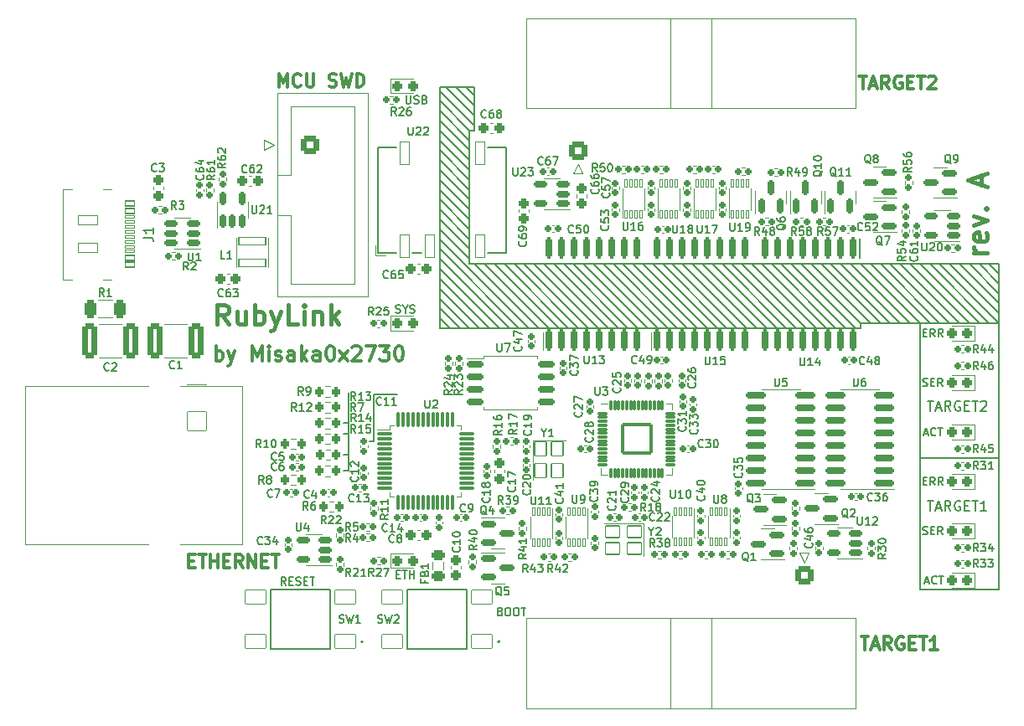
<source format=gbr>
%TF.GenerationSoftware,KiCad,Pcbnew,(5.99.0-11707-g9aa9857685)*%
%TF.CreationDate,2021-10-10T10:39:49+03:00*%
%TF.ProjectId,RubyLink_revA,52756279-4c69-46e6-9b5f-726576412e6b,rev?*%
%TF.SameCoordinates,Original*%
%TF.FileFunction,Legend,Top*%
%TF.FilePolarity,Positive*%
%FSLAX46Y46*%
G04 Gerber Fmt 4.6, Leading zero omitted, Abs format (unit mm)*
G04 Created by KiCad (PCBNEW (5.99.0-11707-g9aa9857685)) date 2021-10-10 10:39:49*
%MOMM*%
%LPD*%
G01*
G04 APERTURE LIST*
G04 Aperture macros list*
%AMRoundRect*
0 Rectangle with rounded corners*
0 $1 Rounding radius*
0 $2 $3 $4 $5 $6 $7 $8 $9 X,Y pos of 4 corners*
0 Add a 4 corners polygon primitive as box body*
4,1,4,$2,$3,$4,$5,$6,$7,$8,$9,$2,$3,0*
0 Add four circle primitives for the rounded corners*
1,1,$1+$1,$2,$3*
1,1,$1+$1,$4,$5*
1,1,$1+$1,$6,$7*
1,1,$1+$1,$8,$9*
0 Add four rect primitives between the rounded corners*
20,1,$1+$1,$2,$3,$4,$5,0*
20,1,$1+$1,$4,$5,$6,$7,0*
20,1,$1+$1,$6,$7,$8,$9,0*
20,1,$1+$1,$8,$9,$2,$3,0*%
G04 Aperture macros list end*
%ADD10C,0.150000*%
%ADD11C,0.400000*%
%ADD12C,0.300000*%
%ADD13C,0.153000*%
%ADD14C,0.120000*%
%ADD15C,0.127000*%
%ADD16C,0.200000*%
%ADD17RoundRect,0.190000X0.170000X-0.140000X0.170000X0.140000X-0.170000X0.140000X-0.170000X-0.140000X0*%
%ADD18RoundRect,0.190000X-0.170000X0.140000X-0.170000X-0.140000X0.170000X-0.140000X0.170000X0.140000X0*%
%ADD19RoundRect,0.200000X0.512500X0.150000X-0.512500X0.150000X-0.512500X-0.150000X0.512500X-0.150000X0*%
%ADD20RoundRect,0.050000X0.500000X-1.150000X0.500000X1.150000X-0.500000X1.150000X-0.500000X-1.150000X0*%
%ADD21RoundRect,0.200000X-0.587500X-0.150000X0.587500X-0.150000X0.587500X0.150000X-0.587500X0.150000X0*%
%ADD22RoundRect,0.190000X0.140000X0.170000X-0.140000X0.170000X-0.140000X-0.170000X0.140000X-0.170000X0*%
%ADD23C,2.800000*%
%ADD24RoundRect,0.050000X0.150000X0.400000X-0.150000X0.400000X-0.150000X-0.400000X0.150000X-0.400000X0*%
%ADD25RoundRect,0.200000X-0.650000X-0.150000X0.650000X-0.150000X0.650000X0.150000X-0.650000X0.150000X0*%
%ADD26RoundRect,0.185000X-0.135000X-0.185000X0.135000X-0.185000X0.135000X0.185000X-0.135000X0.185000X0*%
%ADD27RoundRect,0.185000X0.135000X0.185000X-0.135000X0.185000X-0.135000X-0.185000X0.135000X-0.185000X0*%
%ADD28RoundRect,0.250000X0.200000X0.275000X-0.200000X0.275000X-0.200000X-0.275000X0.200000X-0.275000X0*%
%ADD29RoundRect,0.200000X0.587500X0.150000X-0.587500X0.150000X-0.587500X-0.150000X0.587500X-0.150000X0*%
%ADD30RoundRect,0.190000X-0.140000X-0.170000X0.140000X-0.170000X0.140000X0.170000X-0.140000X0.170000X0*%
%ADD31RoundRect,0.268750X0.218750X0.256250X-0.218750X0.256250X-0.218750X-0.256250X0.218750X-0.256250X0*%
%ADD32RoundRect,0.185000X0.185000X-0.135000X0.185000X0.135000X-0.185000X0.135000X-0.185000X-0.135000X0*%
%ADD33RoundRect,0.300000X0.600000X-0.600000X0.600000X0.600000X-0.600000X0.600000X-0.600000X-0.600000X0*%
%ADD34C,1.800000*%
%ADD35RoundRect,0.050000X-1.000000X0.500000X-1.000000X-0.500000X1.000000X-0.500000X1.000000X0.500000X0*%
%ADD36O,0.700000X0.950000*%
%ADD37C,0.700000*%
%ADD38RoundRect,0.050000X-0.500000X0.260000X-0.500000X-0.260000X0.500000X-0.260000X0.500000X0.260000X0*%
%ADD39RoundRect,0.050000X-0.500000X0.135000X-0.500000X-0.135000X0.500000X-0.135000X0.500000X0.135000X0*%
%ADD40O,2.400000X1.400000*%
%ADD41O,2.700000X1.400000*%
%ADD42RoundRect,0.200000X0.150000X-0.587500X0.150000X0.587500X-0.150000X0.587500X-0.150000X-0.587500X0*%
%ADD43RoundRect,0.268750X-0.218750X-0.256250X0.218750X-0.256250X0.218750X0.256250X-0.218750X0.256250X0*%
%ADD44RoundRect,0.050000X-0.600000X0.700000X-0.600000X-0.700000X0.600000X-0.700000X0.600000X0.700000X0*%
%ADD45RoundRect,0.185000X-0.185000X0.135000X-0.185000X-0.135000X0.185000X-0.135000X0.185000X0.135000X0*%
%ADD46RoundRect,0.200000X0.150000X-0.512500X0.150000X0.512500X-0.150000X0.512500X-0.150000X-0.512500X0*%
%ADD47RoundRect,0.275000X0.250000X-0.225000X0.250000X0.225000X-0.250000X0.225000X-0.250000X-0.225000X0*%
%ADD48RoundRect,0.275000X0.225000X0.250000X-0.225000X0.250000X-0.225000X-0.250000X0.225000X-0.250000X0*%
%ADD49RoundRect,0.200000X0.825000X0.150000X-0.825000X0.150000X-0.825000X-0.150000X0.825000X-0.150000X0*%
%ADD50RoundRect,0.200000X0.150000X-0.875000X0.150000X0.875000X-0.150000X0.875000X-0.150000X-0.875000X0*%
%ADD51RoundRect,0.100000X-0.387500X-0.050000X0.387500X-0.050000X0.387500X0.050000X-0.387500X0.050000X0*%
%ADD52RoundRect,0.100000X-0.050000X-0.387500X0.050000X-0.387500X0.050000X0.387500X-0.050000X0.387500X0*%
%ADD53RoundRect,0.194000X-1.456000X-1.456000X1.456000X-1.456000X1.456000X1.456000X-1.456000X1.456000X0*%
%ADD54RoundRect,0.050000X-0.150000X-0.400000X0.150000X-0.400000X0.150000X0.400000X-0.150000X0.400000X0*%
%ADD55RoundRect,0.050000X1.050000X0.700000X-1.050000X0.700000X-1.050000X-0.700000X1.050000X-0.700000X0*%
%ADD56RoundRect,0.299999X0.450001X1.450001X-0.450001X1.450001X-0.450001X-1.450001X0.450001X-1.450001X0*%
%ADD57RoundRect,0.125000X-0.662500X-0.075000X0.662500X-0.075000X0.662500X0.075000X-0.662500X0.075000X0*%
%ADD58RoundRect,0.125000X-0.075000X-0.662500X0.075000X-0.662500X0.075000X0.662500X-0.075000X0.662500X0*%
%ADD59RoundRect,0.275000X-0.225000X-0.250000X0.225000X-0.250000X0.225000X0.250000X-0.225000X0.250000X0*%
%ADD60RoundRect,0.300000X-0.312500X-0.625000X0.312500X-0.625000X0.312500X0.625000X-0.312500X0.625000X0*%
%ADD61RoundRect,0.268750X0.381250X-0.218750X0.381250X0.218750X-0.381250X0.218750X-0.381250X-0.218750X0*%
%ADD62RoundRect,0.300000X-0.600000X0.600000X-0.600000X-0.600000X0.600000X-0.600000X0.600000X0.600000X0*%
%ADD63RoundRect,0.050000X0.700000X0.600000X-0.700000X0.600000X-0.700000X-0.600000X0.700000X-0.600000X0*%
%ADD64RoundRect,0.050000X-1.350000X0.400000X-1.350000X-0.400000X1.350000X-0.400000X1.350000X0.400000X0*%
%ADD65C,3.350000*%
%ADD66C,2.700000*%
%ADD67C,1.990000*%
%ADD68RoundRect,0.050000X-0.950000X0.950000X-0.950000X-0.950000X0.950000X-0.950000X0.950000X0.950000X0*%
%ADD69C,2.000000*%
%ADD70RoundRect,0.300000X-0.600000X-0.600000X0.600000X-0.600000X0.600000X0.600000X-0.600000X0.600000X0*%
%ADD71RoundRect,0.200000X-0.150000X0.875000X-0.150000X-0.875000X0.150000X-0.875000X0.150000X0.875000X0*%
%ADD72RoundRect,0.299999X-0.450001X-1.450001X0.450001X-1.450001X0.450001X1.450001X-0.450001X1.450001X0*%
%ADD73RoundRect,0.275000X-0.250000X0.225000X-0.250000X-0.225000X0.250000X-0.225000X0.250000X0.225000X0*%
G04 APERTURE END LIST*
D10*
X128560000Y-54370000D02*
X125560000Y-51370000D01*
X153060000Y-65870000D02*
X159560000Y-72370000D01*
X115860000Y-86770000D02*
X116360000Y-86770000D01*
X128560000Y-53370000D02*
X128560000Y-52370000D01*
X128560000Y-55370000D02*
X125560000Y-52370000D01*
X163060000Y-65870000D02*
X169060000Y-71870000D01*
X149060000Y-65870000D02*
X155560000Y-72370000D01*
X157060000Y-65870000D02*
X163560000Y-72370000D01*
X159060000Y-65870000D02*
X165560000Y-72370000D01*
X129060000Y-47970000D02*
X129060000Y-52370000D01*
X125560000Y-66370000D02*
X131560000Y-72370000D01*
X174060000Y-65870000D02*
X180060000Y-71870000D01*
X167960000Y-65270000D02*
X167960000Y-63270000D01*
X160060000Y-65870000D02*
X166560000Y-72370000D01*
X168060000Y-72370000D02*
X125560000Y-72370000D01*
X181060000Y-65870000D02*
X182060000Y-66870000D01*
X169060000Y-65870000D02*
X175060000Y-71870000D01*
X125560000Y-67370000D02*
X130560000Y-72370000D01*
X128560000Y-62370000D02*
X125560000Y-59370000D01*
X161060000Y-65870000D02*
X167560000Y-72370000D01*
X128560000Y-56370000D02*
X125560000Y-53370000D01*
X146060000Y-65870000D02*
X152560000Y-72370000D01*
X172060000Y-65870000D02*
X178060000Y-71870000D01*
X137060000Y-65870000D02*
X143560000Y-72370000D01*
X140060000Y-65870000D02*
X146560000Y-72370000D01*
X156060000Y-65870000D02*
X162560000Y-72370000D01*
X125560000Y-47970000D02*
X125560000Y-72370000D01*
X125560000Y-71370000D02*
X126560000Y-72370000D01*
X147060000Y-65870000D02*
X153560000Y-72370000D01*
X136060000Y-65870000D02*
X142560000Y-72370000D01*
X128560000Y-60370000D02*
X125560000Y-57370000D01*
X139060000Y-65870000D02*
X145560000Y-72370000D01*
X182060000Y-69870000D02*
X178060000Y-65870000D01*
X179060000Y-65870000D02*
X182060000Y-68870000D01*
X129060000Y-50870000D02*
X126160000Y-47970000D01*
X133060000Y-65870000D02*
X139560000Y-72370000D01*
X143060000Y-65870000D02*
X149560000Y-72370000D01*
X173060000Y-65870000D02*
X179060000Y-71870000D01*
X182060000Y-65870000D02*
X128560000Y-65870000D01*
X136560000Y-72370000D02*
X130060000Y-65870000D01*
X174060000Y-71870000D02*
X174060000Y-98770000D01*
X125560000Y-56370000D02*
X128560000Y-59370000D01*
X182060000Y-71870000D02*
X182060000Y-98770000D01*
X175060000Y-65870000D02*
X181060000Y-71870000D01*
X182060000Y-71870000D02*
X182060000Y-65870000D01*
X171060000Y-65870000D02*
X177060000Y-71870000D01*
X115860000Y-83070000D02*
X116360000Y-83070000D01*
X125560000Y-65370000D02*
X132560000Y-72370000D01*
X129060000Y-48870000D02*
X128160000Y-47970000D01*
X128560000Y-52370000D02*
X125560000Y-49370000D01*
X154060000Y-65870000D02*
X160560000Y-72370000D01*
X125560000Y-54370000D02*
X128560000Y-57370000D01*
X116360000Y-86770000D02*
X116360000Y-78870000D01*
X125560000Y-62370000D02*
X128560000Y-65370000D01*
X170060000Y-65870000D02*
X176060000Y-71870000D01*
X131060000Y-65870000D02*
X137560000Y-72370000D01*
X125560000Y-70370000D02*
X127560000Y-72370000D01*
X118860000Y-83770000D02*
X118860000Y-79070000D01*
X142060000Y-65870000D02*
X148560000Y-72370000D01*
X177060000Y-65870000D02*
X182060000Y-70870000D01*
X182060000Y-98770000D02*
X174060000Y-98770000D01*
X128560000Y-58370000D02*
X125560000Y-55370000D01*
X135560000Y-72370000D02*
X129060000Y-65870000D01*
X158060000Y-65870000D02*
X164560000Y-72370000D01*
X165060000Y-65870000D02*
X171060000Y-71870000D01*
X138060000Y-65870000D02*
X144560000Y-72370000D01*
X134060000Y-65870000D02*
X140560000Y-72370000D01*
X141060000Y-65870000D02*
X147560000Y-72370000D01*
X125560000Y-61370000D02*
X128560000Y-64370000D01*
X176060000Y-65870000D02*
X182060000Y-71870000D01*
X166060000Y-65870000D02*
X172060000Y-71870000D01*
X125560000Y-47970000D02*
X129060000Y-47970000D01*
X155060000Y-65870000D02*
X161560000Y-72370000D01*
X128560000Y-65870000D02*
X128560000Y-53370000D01*
X128560000Y-72370000D02*
X125560000Y-69370000D01*
X162060000Y-65870000D02*
X168060000Y-71870000D01*
X133560000Y-72370000D02*
X125560000Y-64370000D01*
X152060000Y-65870000D02*
X158560000Y-72370000D01*
X128560000Y-63370000D02*
X125560000Y-60370000D01*
X168060000Y-65870000D02*
X174060000Y-71870000D01*
X128560000Y-61370000D02*
X125560000Y-58370000D01*
X151060000Y-65870000D02*
X157560000Y-72370000D01*
X134560000Y-72370000D02*
X125560000Y-63370000D01*
X167060000Y-65870000D02*
X173060000Y-71870000D01*
X150060000Y-65870000D02*
X156560000Y-72370000D01*
X118860000Y-83770000D02*
X118460000Y-83770000D01*
X127160000Y-47970000D02*
X129060000Y-49870000D01*
X118860000Y-79070000D02*
X121260000Y-79070000D01*
X128560000Y-53370000D02*
X125560000Y-50370000D01*
X148060000Y-65870000D02*
X154560000Y-72370000D01*
X128560000Y-52370000D02*
X129060000Y-52370000D01*
X145060000Y-65870000D02*
X151560000Y-72370000D01*
X129060000Y-51870000D02*
X125560000Y-48370000D01*
X168060000Y-71870000D02*
X182060000Y-71870000D01*
X168060000Y-72370000D02*
X168060000Y-71870000D01*
X180060000Y-65870000D02*
X182060000Y-67870000D01*
X164060000Y-65870000D02*
X170060000Y-71870000D01*
X132060000Y-65870000D02*
X138560000Y-72370000D01*
X144060000Y-65870000D02*
X150560000Y-72370000D01*
X115860000Y-85170000D02*
X116360000Y-85170000D01*
X181960000Y-85470000D02*
X174060000Y-85470000D01*
X115860000Y-81970000D02*
X116360000Y-81970000D01*
X135060000Y-65870000D02*
X141560000Y-72370000D01*
X129560000Y-72370000D02*
X125560000Y-68370000D01*
D11*
X104207619Y-71974761D02*
X103540952Y-71022380D01*
X103064761Y-71974761D02*
X103064761Y-69974761D01*
X103826666Y-69974761D01*
X104017142Y-70070000D01*
X104112380Y-70165238D01*
X104207619Y-70355714D01*
X104207619Y-70641428D01*
X104112380Y-70831904D01*
X104017142Y-70927142D01*
X103826666Y-71022380D01*
X103064761Y-71022380D01*
X105921904Y-70641428D02*
X105921904Y-71974761D01*
X105064761Y-70641428D02*
X105064761Y-71689047D01*
X105160000Y-71879523D01*
X105350476Y-71974761D01*
X105636190Y-71974761D01*
X105826666Y-71879523D01*
X105921904Y-71784285D01*
X106874285Y-71974761D02*
X106874285Y-69974761D01*
X106874285Y-70736666D02*
X107064761Y-70641428D01*
X107445714Y-70641428D01*
X107636190Y-70736666D01*
X107731428Y-70831904D01*
X107826666Y-71022380D01*
X107826666Y-71593809D01*
X107731428Y-71784285D01*
X107636190Y-71879523D01*
X107445714Y-71974761D01*
X107064761Y-71974761D01*
X106874285Y-71879523D01*
X108493333Y-70641428D02*
X108969523Y-71974761D01*
X109445714Y-70641428D02*
X108969523Y-71974761D01*
X108779047Y-72450952D01*
X108683809Y-72546190D01*
X108493333Y-72641428D01*
X111160000Y-71974761D02*
X110207619Y-71974761D01*
X110207619Y-69974761D01*
X111826666Y-71974761D02*
X111826666Y-70641428D01*
X111826666Y-69974761D02*
X111731428Y-70070000D01*
X111826666Y-70165238D01*
X111921904Y-70070000D01*
X111826666Y-69974761D01*
X111826666Y-70165238D01*
X112779047Y-70641428D02*
X112779047Y-71974761D01*
X112779047Y-70831904D02*
X112874285Y-70736666D01*
X113064761Y-70641428D01*
X113350476Y-70641428D01*
X113540952Y-70736666D01*
X113636190Y-70927142D01*
X113636190Y-71974761D01*
X114588571Y-71974761D02*
X114588571Y-69974761D01*
X114779047Y-71212857D02*
X115350476Y-71974761D01*
X115350476Y-70641428D02*
X114588571Y-71403333D01*
D10*
X174836190Y-89822380D02*
X175407619Y-89822380D01*
X175121904Y-90822380D02*
X175121904Y-89822380D01*
X175693333Y-90536666D02*
X176169523Y-90536666D01*
X175598095Y-90822380D02*
X175931428Y-89822380D01*
X176264761Y-90822380D01*
X177169523Y-90822380D02*
X176836190Y-90346190D01*
X176598095Y-90822380D02*
X176598095Y-89822380D01*
X176979047Y-89822380D01*
X177074285Y-89870000D01*
X177121904Y-89917619D01*
X177169523Y-90012857D01*
X177169523Y-90155714D01*
X177121904Y-90250952D01*
X177074285Y-90298571D01*
X176979047Y-90346190D01*
X176598095Y-90346190D01*
X178121904Y-89870000D02*
X178026666Y-89822380D01*
X177883809Y-89822380D01*
X177740952Y-89870000D01*
X177645714Y-89965238D01*
X177598095Y-90060476D01*
X177550476Y-90250952D01*
X177550476Y-90393809D01*
X177598095Y-90584285D01*
X177645714Y-90679523D01*
X177740952Y-90774761D01*
X177883809Y-90822380D01*
X177979047Y-90822380D01*
X178121904Y-90774761D01*
X178169523Y-90727142D01*
X178169523Y-90393809D01*
X177979047Y-90393809D01*
X178598095Y-90298571D02*
X178931428Y-90298571D01*
X179074285Y-90822380D02*
X178598095Y-90822380D01*
X178598095Y-89822380D01*
X179074285Y-89822380D01*
X179360000Y-89822380D02*
X179931428Y-89822380D01*
X179645714Y-90822380D02*
X179645714Y-89822380D01*
X180788571Y-90822380D02*
X180217142Y-90822380D01*
X180502857Y-90822380D02*
X180502857Y-89822380D01*
X180407619Y-89965238D01*
X180312380Y-90060476D01*
X180217142Y-90108095D01*
D11*
X180864761Y-64727142D02*
X179531428Y-64727142D01*
X179912380Y-64727142D02*
X179721904Y-64631904D01*
X179626666Y-64536666D01*
X179531428Y-64346190D01*
X179531428Y-64155714D01*
X180769523Y-62727142D02*
X180864761Y-62917619D01*
X180864761Y-63298571D01*
X180769523Y-63489047D01*
X180579047Y-63584285D01*
X179817142Y-63584285D01*
X179626666Y-63489047D01*
X179531428Y-63298571D01*
X179531428Y-62917619D01*
X179626666Y-62727142D01*
X179817142Y-62631904D01*
X180007619Y-62631904D01*
X180198095Y-63584285D01*
X179531428Y-61965238D02*
X180864761Y-61489047D01*
X179531428Y-61012857D01*
X180674285Y-60250952D02*
X180769523Y-60155714D01*
X180864761Y-60250952D01*
X180769523Y-60346190D01*
X180674285Y-60250952D01*
X180864761Y-60250952D01*
X180293333Y-57870000D02*
X180293333Y-56917619D01*
X180864761Y-58060476D02*
X178864761Y-57393809D01*
X180864761Y-56727142D01*
D10*
X174836190Y-79722380D02*
X175407619Y-79722380D01*
X175121904Y-80722380D02*
X175121904Y-79722380D01*
X175693333Y-80436666D02*
X176169523Y-80436666D01*
X175598095Y-80722380D02*
X175931428Y-79722380D01*
X176264761Y-80722380D01*
X177169523Y-80722380D02*
X176836190Y-80246190D01*
X176598095Y-80722380D02*
X176598095Y-79722380D01*
X176979047Y-79722380D01*
X177074285Y-79770000D01*
X177121904Y-79817619D01*
X177169523Y-79912857D01*
X177169523Y-80055714D01*
X177121904Y-80150952D01*
X177074285Y-80198571D01*
X176979047Y-80246190D01*
X176598095Y-80246190D01*
X178121904Y-79770000D02*
X178026666Y-79722380D01*
X177883809Y-79722380D01*
X177740952Y-79770000D01*
X177645714Y-79865238D01*
X177598095Y-79960476D01*
X177550476Y-80150952D01*
X177550476Y-80293809D01*
X177598095Y-80484285D01*
X177645714Y-80579523D01*
X177740952Y-80674761D01*
X177883809Y-80722380D01*
X177979047Y-80722380D01*
X178121904Y-80674761D01*
X178169523Y-80627142D01*
X178169523Y-80293809D01*
X177979047Y-80293809D01*
X178598095Y-80198571D02*
X178931428Y-80198571D01*
X179074285Y-80722380D02*
X178598095Y-80722380D01*
X178598095Y-79722380D01*
X179074285Y-79722380D01*
X179360000Y-79722380D02*
X179931428Y-79722380D01*
X179645714Y-80722380D02*
X179645714Y-79722380D01*
X180217142Y-79817619D02*
X180264761Y-79770000D01*
X180360000Y-79722380D01*
X180598095Y-79722380D01*
X180693333Y-79770000D01*
X180740952Y-79817619D01*
X180788571Y-79912857D01*
X180788571Y-80008095D01*
X180740952Y-80150952D01*
X180169523Y-80722380D01*
X180788571Y-80722380D01*
D12*
X102931428Y-75648571D02*
X102931428Y-74148571D01*
X102931428Y-74720000D02*
X103074285Y-74648571D01*
X103360000Y-74648571D01*
X103502857Y-74720000D01*
X103574285Y-74791428D01*
X103645714Y-74934285D01*
X103645714Y-75362857D01*
X103574285Y-75505714D01*
X103502857Y-75577142D01*
X103360000Y-75648571D01*
X103074285Y-75648571D01*
X102931428Y-75577142D01*
X104145714Y-74648571D02*
X104502857Y-75648571D01*
X104860000Y-74648571D02*
X104502857Y-75648571D01*
X104360000Y-76005714D01*
X104288571Y-76077142D01*
X104145714Y-76148571D01*
X106574285Y-75648571D02*
X106574285Y-74148571D01*
X107074285Y-75220000D01*
X107574285Y-74148571D01*
X107574285Y-75648571D01*
X108288571Y-75648571D02*
X108288571Y-74648571D01*
X108288571Y-74148571D02*
X108217142Y-74220000D01*
X108288571Y-74291428D01*
X108360000Y-74220000D01*
X108288571Y-74148571D01*
X108288571Y-74291428D01*
X108931428Y-75577142D02*
X109074285Y-75648571D01*
X109360000Y-75648571D01*
X109502857Y-75577142D01*
X109574285Y-75434285D01*
X109574285Y-75362857D01*
X109502857Y-75220000D01*
X109360000Y-75148571D01*
X109145714Y-75148571D01*
X109002857Y-75077142D01*
X108931428Y-74934285D01*
X108931428Y-74862857D01*
X109002857Y-74720000D01*
X109145714Y-74648571D01*
X109360000Y-74648571D01*
X109502857Y-74720000D01*
X110860000Y-75648571D02*
X110860000Y-74862857D01*
X110788571Y-74720000D01*
X110645714Y-74648571D01*
X110360000Y-74648571D01*
X110217142Y-74720000D01*
X110860000Y-75577142D02*
X110717142Y-75648571D01*
X110360000Y-75648571D01*
X110217142Y-75577142D01*
X110145714Y-75434285D01*
X110145714Y-75291428D01*
X110217142Y-75148571D01*
X110360000Y-75077142D01*
X110717142Y-75077142D01*
X110860000Y-75005714D01*
X111574285Y-75648571D02*
X111574285Y-74148571D01*
X111717142Y-75077142D02*
X112145714Y-75648571D01*
X112145714Y-74648571D02*
X111574285Y-75220000D01*
X113431428Y-75648571D02*
X113431428Y-74862857D01*
X113360000Y-74720000D01*
X113217142Y-74648571D01*
X112931428Y-74648571D01*
X112788571Y-74720000D01*
X113431428Y-75577142D02*
X113288571Y-75648571D01*
X112931428Y-75648571D01*
X112788571Y-75577142D01*
X112717142Y-75434285D01*
X112717142Y-75291428D01*
X112788571Y-75148571D01*
X112931428Y-75077142D01*
X113288571Y-75077142D01*
X113431428Y-75005714D01*
X114431428Y-74148571D02*
X114574285Y-74148571D01*
X114717142Y-74220000D01*
X114788571Y-74291428D01*
X114860000Y-74434285D01*
X114931428Y-74720000D01*
X114931428Y-75077142D01*
X114860000Y-75362857D01*
X114788571Y-75505714D01*
X114717142Y-75577142D01*
X114574285Y-75648571D01*
X114431428Y-75648571D01*
X114288571Y-75577142D01*
X114217142Y-75505714D01*
X114145714Y-75362857D01*
X114074285Y-75077142D01*
X114074285Y-74720000D01*
X114145714Y-74434285D01*
X114217142Y-74291428D01*
X114288571Y-74220000D01*
X114431428Y-74148571D01*
X115431428Y-75648571D02*
X116217142Y-74648571D01*
X115431428Y-74648571D02*
X116217142Y-75648571D01*
X116717142Y-74291428D02*
X116788571Y-74220000D01*
X116931428Y-74148571D01*
X117288571Y-74148571D01*
X117431428Y-74220000D01*
X117502857Y-74291428D01*
X117574285Y-74434285D01*
X117574285Y-74577142D01*
X117502857Y-74791428D01*
X116645714Y-75648571D01*
X117574285Y-75648571D01*
X118074285Y-74148571D02*
X119074285Y-74148571D01*
X118431428Y-75648571D01*
X119502857Y-74148571D02*
X120431428Y-74148571D01*
X119931428Y-74720000D01*
X120145714Y-74720000D01*
X120288571Y-74791428D01*
X120360000Y-74862857D01*
X120431428Y-75005714D01*
X120431428Y-75362857D01*
X120360000Y-75505714D01*
X120288571Y-75577142D01*
X120145714Y-75648571D01*
X119717142Y-75648571D01*
X119574285Y-75577142D01*
X119502857Y-75505714D01*
X121360000Y-74148571D02*
X121502857Y-74148571D01*
X121645714Y-74220000D01*
X121717142Y-74291428D01*
X121788571Y-74434285D01*
X121860000Y-74720000D01*
X121860000Y-75077142D01*
X121788571Y-75362857D01*
X121717142Y-75505714D01*
X121645714Y-75577142D01*
X121502857Y-75648571D01*
X121360000Y-75648571D01*
X121217142Y-75577142D01*
X121145714Y-75505714D01*
X121074285Y-75362857D01*
X121002857Y-75077142D01*
X121002857Y-74720000D01*
X121074285Y-74434285D01*
X121145714Y-74291428D01*
X121217142Y-74220000D01*
X121360000Y-74148571D01*
D13*
X101645714Y-56884285D02*
X101683809Y-56922380D01*
X101721904Y-57036666D01*
X101721904Y-57112857D01*
X101683809Y-57227142D01*
X101607619Y-57303333D01*
X101531428Y-57341428D01*
X101379047Y-57379523D01*
X101264761Y-57379523D01*
X101112380Y-57341428D01*
X101036190Y-57303333D01*
X100960000Y-57227142D01*
X100921904Y-57112857D01*
X100921904Y-57036666D01*
X100960000Y-56922380D01*
X100998095Y-56884285D01*
X100921904Y-56198571D02*
X100921904Y-56350952D01*
X100960000Y-56427142D01*
X100998095Y-56465238D01*
X101112380Y-56541428D01*
X101264761Y-56579523D01*
X101569523Y-56579523D01*
X101645714Y-56541428D01*
X101683809Y-56503333D01*
X101721904Y-56427142D01*
X101721904Y-56274761D01*
X101683809Y-56198571D01*
X101645714Y-56160476D01*
X101569523Y-56122380D01*
X101379047Y-56122380D01*
X101302857Y-56160476D01*
X101264761Y-56198571D01*
X101226666Y-56274761D01*
X101226666Y-56427142D01*
X101264761Y-56503333D01*
X101302857Y-56541428D01*
X101379047Y-56579523D01*
X101188571Y-55436666D02*
X101721904Y-55436666D01*
X100883809Y-55627142D02*
X101455238Y-55817619D01*
X101455238Y-55322380D01*
X144545714Y-89484285D02*
X144583809Y-89522380D01*
X144621904Y-89636666D01*
X144621904Y-89712857D01*
X144583809Y-89827142D01*
X144507619Y-89903333D01*
X144431428Y-89941428D01*
X144279047Y-89979523D01*
X144164761Y-89979523D01*
X144012380Y-89941428D01*
X143936190Y-89903333D01*
X143860000Y-89827142D01*
X143821904Y-89712857D01*
X143821904Y-89636666D01*
X143860000Y-89522380D01*
X143898095Y-89484285D01*
X143898095Y-89179523D02*
X143860000Y-89141428D01*
X143821904Y-89065238D01*
X143821904Y-88874761D01*
X143860000Y-88798571D01*
X143898095Y-88760476D01*
X143974285Y-88722380D01*
X144050476Y-88722380D01*
X144164761Y-88760476D01*
X144621904Y-89217619D01*
X144621904Y-88722380D01*
X144621904Y-88341428D02*
X144621904Y-88189047D01*
X144583809Y-88112857D01*
X144545714Y-88074761D01*
X144431428Y-87998571D01*
X144279047Y-87960476D01*
X143974285Y-87960476D01*
X143898095Y-87998571D01*
X143860000Y-88036666D01*
X143821904Y-88112857D01*
X143821904Y-88265238D01*
X143860000Y-88341428D01*
X143898095Y-88379523D01*
X143974285Y-88417619D01*
X144164761Y-88417619D01*
X144240952Y-88379523D01*
X144279047Y-88341428D01*
X144317142Y-88265238D01*
X144317142Y-88112857D01*
X144279047Y-88036666D01*
X144240952Y-87998571D01*
X144164761Y-87960476D01*
X111050476Y-92031904D02*
X111050476Y-92679523D01*
X111088571Y-92755714D01*
X111126666Y-92793809D01*
X111202857Y-92831904D01*
X111355238Y-92831904D01*
X111431428Y-92793809D01*
X111469523Y-92755714D01*
X111507619Y-92679523D01*
X111507619Y-92031904D01*
X112231428Y-92298571D02*
X112231428Y-92831904D01*
X112040952Y-91993809D02*
X111850476Y-92565238D01*
X112345714Y-92565238D01*
X122369523Y-52031904D02*
X122369523Y-52679523D01*
X122407619Y-52755714D01*
X122445714Y-52793809D01*
X122521904Y-52831904D01*
X122674285Y-52831904D01*
X122750476Y-52793809D01*
X122788571Y-52755714D01*
X122826666Y-52679523D01*
X122826666Y-52031904D01*
X123169523Y-52108095D02*
X123207619Y-52070000D01*
X123283809Y-52031904D01*
X123474285Y-52031904D01*
X123550476Y-52070000D01*
X123588571Y-52108095D01*
X123626666Y-52184285D01*
X123626666Y-52260476D01*
X123588571Y-52374761D01*
X123131428Y-52831904D01*
X123626666Y-52831904D01*
X123931428Y-52108095D02*
X123969523Y-52070000D01*
X124045714Y-52031904D01*
X124236190Y-52031904D01*
X124312380Y-52070000D01*
X124350476Y-52108095D01*
X124388571Y-52184285D01*
X124388571Y-52260476D01*
X124350476Y-52374761D01*
X123893333Y-52831904D01*
X124388571Y-52831904D01*
X131783809Y-99408095D02*
X131707619Y-99370000D01*
X131631428Y-99293809D01*
X131517142Y-99179523D01*
X131440952Y-99141428D01*
X131364761Y-99141428D01*
X131402857Y-99331904D02*
X131326666Y-99293809D01*
X131250476Y-99217619D01*
X131212380Y-99065238D01*
X131212380Y-98798571D01*
X131250476Y-98646190D01*
X131326666Y-98570000D01*
X131402857Y-98531904D01*
X131555238Y-98531904D01*
X131631428Y-98570000D01*
X131707619Y-98646190D01*
X131745714Y-98798571D01*
X131745714Y-99065238D01*
X131707619Y-99217619D01*
X131631428Y-99293809D01*
X131555238Y-99331904D01*
X131402857Y-99331904D01*
X132469523Y-98531904D02*
X132088571Y-98531904D01*
X132050476Y-98912857D01*
X132088571Y-98874761D01*
X132164761Y-98836666D01*
X132355238Y-98836666D01*
X132431428Y-98874761D01*
X132469523Y-98912857D01*
X132507619Y-98989047D01*
X132507619Y-99179523D01*
X132469523Y-99255714D01*
X132431428Y-99293809D01*
X132355238Y-99331904D01*
X132164761Y-99331904D01*
X132088571Y-99293809D01*
X132050476Y-99255714D01*
X143245714Y-90284285D02*
X143283809Y-90322380D01*
X143321904Y-90436666D01*
X143321904Y-90512857D01*
X143283809Y-90627142D01*
X143207619Y-90703333D01*
X143131428Y-90741428D01*
X142979047Y-90779523D01*
X142864761Y-90779523D01*
X142712380Y-90741428D01*
X142636190Y-90703333D01*
X142560000Y-90627142D01*
X142521904Y-90512857D01*
X142521904Y-90436666D01*
X142560000Y-90322380D01*
X142598095Y-90284285D01*
X142598095Y-89979523D02*
X142560000Y-89941428D01*
X142521904Y-89865238D01*
X142521904Y-89674761D01*
X142560000Y-89598571D01*
X142598095Y-89560476D01*
X142674285Y-89522380D01*
X142750476Y-89522380D01*
X142864761Y-89560476D01*
X143321904Y-90017619D01*
X143321904Y-89522380D01*
X143321904Y-88760476D02*
X143321904Y-89217619D01*
X143321904Y-88989047D02*
X142521904Y-88989047D01*
X142636190Y-89065238D01*
X142712380Y-89141428D01*
X142750476Y-89217619D01*
X153250476Y-89231904D02*
X153250476Y-89879523D01*
X153288571Y-89955714D01*
X153326666Y-89993809D01*
X153402857Y-90031904D01*
X153555238Y-90031904D01*
X153631428Y-89993809D01*
X153669523Y-89955714D01*
X153707619Y-89879523D01*
X153707619Y-89231904D01*
X154202857Y-89574761D02*
X154126666Y-89536666D01*
X154088571Y-89498571D01*
X154050476Y-89422380D01*
X154050476Y-89384285D01*
X154088571Y-89308095D01*
X154126666Y-89270000D01*
X154202857Y-89231904D01*
X154355238Y-89231904D01*
X154431428Y-89270000D01*
X154469523Y-89308095D01*
X154507619Y-89384285D01*
X154507619Y-89422380D01*
X154469523Y-89498571D01*
X154431428Y-89536666D01*
X154355238Y-89574761D01*
X154202857Y-89574761D01*
X154126666Y-89612857D01*
X154088571Y-89650952D01*
X154050476Y-89727142D01*
X154050476Y-89879523D01*
X154088571Y-89955714D01*
X154126666Y-89993809D01*
X154202857Y-90031904D01*
X154355238Y-90031904D01*
X154431428Y-89993809D01*
X154469523Y-89955714D01*
X154507619Y-89879523D01*
X154507619Y-89727142D01*
X154469523Y-89650952D01*
X154431428Y-89612857D01*
X154355238Y-89574761D01*
X131350476Y-73931904D02*
X131350476Y-74579523D01*
X131388571Y-74655714D01*
X131426666Y-74693809D01*
X131502857Y-74731904D01*
X131655238Y-74731904D01*
X131731428Y-74693809D01*
X131769523Y-74655714D01*
X131807619Y-74579523D01*
X131807619Y-73931904D01*
X132112380Y-73931904D02*
X132645714Y-73931904D01*
X132302857Y-74731904D01*
X161545714Y-62931904D02*
X161279047Y-62550952D01*
X161088571Y-62931904D02*
X161088571Y-62131904D01*
X161393333Y-62131904D01*
X161469523Y-62170000D01*
X161507619Y-62208095D01*
X161545714Y-62284285D01*
X161545714Y-62398571D01*
X161507619Y-62474761D01*
X161469523Y-62512857D01*
X161393333Y-62550952D01*
X161088571Y-62550952D01*
X162269523Y-62131904D02*
X161888571Y-62131904D01*
X161850476Y-62512857D01*
X161888571Y-62474761D01*
X161964761Y-62436666D01*
X162155238Y-62436666D01*
X162231428Y-62474761D01*
X162269523Y-62512857D01*
X162307619Y-62589047D01*
X162307619Y-62779523D01*
X162269523Y-62855714D01*
X162231428Y-62893809D01*
X162155238Y-62931904D01*
X161964761Y-62931904D01*
X161888571Y-62893809D01*
X161850476Y-62855714D01*
X162764761Y-62474761D02*
X162688571Y-62436666D01*
X162650476Y-62398571D01*
X162612380Y-62322380D01*
X162612380Y-62284285D01*
X162650476Y-62208095D01*
X162688571Y-62170000D01*
X162764761Y-62131904D01*
X162917142Y-62131904D01*
X162993333Y-62170000D01*
X163031428Y-62208095D01*
X163069523Y-62284285D01*
X163069523Y-62322380D01*
X163031428Y-62398571D01*
X162993333Y-62436666D01*
X162917142Y-62474761D01*
X162764761Y-62474761D01*
X162688571Y-62512857D01*
X162650476Y-62550952D01*
X162612380Y-62627142D01*
X162612380Y-62779523D01*
X162650476Y-62855714D01*
X162688571Y-62893809D01*
X162764761Y-62931904D01*
X162917142Y-62931904D01*
X162993333Y-62893809D01*
X163031428Y-62855714D01*
X163069523Y-62779523D01*
X163069523Y-62627142D01*
X163031428Y-62550952D01*
X162993333Y-62512857D01*
X162917142Y-62474761D01*
X179945714Y-96531904D02*
X179679047Y-96150952D01*
X179488571Y-96531904D02*
X179488571Y-95731904D01*
X179793333Y-95731904D01*
X179869523Y-95770000D01*
X179907619Y-95808095D01*
X179945714Y-95884285D01*
X179945714Y-95998571D01*
X179907619Y-96074761D01*
X179869523Y-96112857D01*
X179793333Y-96150952D01*
X179488571Y-96150952D01*
X180212380Y-95731904D02*
X180707619Y-95731904D01*
X180440952Y-96036666D01*
X180555238Y-96036666D01*
X180631428Y-96074761D01*
X180669523Y-96112857D01*
X180707619Y-96189047D01*
X180707619Y-96379523D01*
X180669523Y-96455714D01*
X180631428Y-96493809D01*
X180555238Y-96531904D01*
X180326666Y-96531904D01*
X180250476Y-96493809D01*
X180212380Y-96455714D01*
X180974285Y-95731904D02*
X181469523Y-95731904D01*
X181202857Y-96036666D01*
X181317142Y-96036666D01*
X181393333Y-96074761D01*
X181431428Y-96112857D01*
X181469523Y-96189047D01*
X181469523Y-96379523D01*
X181431428Y-96455714D01*
X181393333Y-96493809D01*
X181317142Y-96531904D01*
X181088571Y-96531904D01*
X181012380Y-96493809D01*
X180974285Y-96455714D01*
X117045714Y-79631904D02*
X116779047Y-79250952D01*
X116588571Y-79631904D02*
X116588571Y-78831904D01*
X116893333Y-78831904D01*
X116969523Y-78870000D01*
X117007619Y-78908095D01*
X117045714Y-78984285D01*
X117045714Y-79098571D01*
X117007619Y-79174761D01*
X116969523Y-79212857D01*
X116893333Y-79250952D01*
X116588571Y-79250952D01*
X117807619Y-79631904D02*
X117350476Y-79631904D01*
X117579047Y-79631904D02*
X117579047Y-78831904D01*
X117502857Y-78946190D01*
X117426666Y-79022380D01*
X117350476Y-79060476D01*
X118074285Y-78831904D02*
X118569523Y-78831904D01*
X118302857Y-79136666D01*
X118417142Y-79136666D01*
X118493333Y-79174761D01*
X118531428Y-79212857D01*
X118569523Y-79289047D01*
X118569523Y-79479523D01*
X118531428Y-79555714D01*
X118493333Y-79593809D01*
X118417142Y-79631904D01*
X118188571Y-79631904D01*
X118112380Y-79593809D01*
X118074285Y-79555714D01*
X156743809Y-95908095D02*
X156667619Y-95870000D01*
X156591428Y-95793809D01*
X156477142Y-95679523D01*
X156400952Y-95641428D01*
X156324761Y-95641428D01*
X156362857Y-95831904D02*
X156286666Y-95793809D01*
X156210476Y-95717619D01*
X156172380Y-95565238D01*
X156172380Y-95298571D01*
X156210476Y-95146190D01*
X156286666Y-95070000D01*
X156362857Y-95031904D01*
X156515238Y-95031904D01*
X156591428Y-95070000D01*
X156667619Y-95146190D01*
X156705714Y-95298571D01*
X156705714Y-95565238D01*
X156667619Y-95717619D01*
X156591428Y-95793809D01*
X156515238Y-95831904D01*
X156362857Y-95831904D01*
X157467619Y-95831904D02*
X157010476Y-95831904D01*
X157239047Y-95831904D02*
X157239047Y-95031904D01*
X157162857Y-95146190D01*
X157086666Y-95222380D01*
X157010476Y-95260476D01*
X116845714Y-89855714D02*
X116807619Y-89893809D01*
X116693333Y-89931904D01*
X116617142Y-89931904D01*
X116502857Y-89893809D01*
X116426666Y-89817619D01*
X116388571Y-89741428D01*
X116350476Y-89589047D01*
X116350476Y-89474761D01*
X116388571Y-89322380D01*
X116426666Y-89246190D01*
X116502857Y-89170000D01*
X116617142Y-89131904D01*
X116693333Y-89131904D01*
X116807619Y-89170000D01*
X116845714Y-89208095D01*
X117607619Y-89931904D02*
X117150476Y-89931904D01*
X117379047Y-89931904D02*
X117379047Y-89131904D01*
X117302857Y-89246190D01*
X117226666Y-89322380D01*
X117150476Y-89360476D01*
X117874285Y-89131904D02*
X118369523Y-89131904D01*
X118102857Y-89436666D01*
X118217142Y-89436666D01*
X118293333Y-89474761D01*
X118331428Y-89512857D01*
X118369523Y-89589047D01*
X118369523Y-89779523D01*
X118331428Y-89855714D01*
X118293333Y-89893809D01*
X118217142Y-89931904D01*
X117988571Y-89931904D01*
X117912380Y-89893809D01*
X117874285Y-89855714D01*
X163145714Y-94084285D02*
X163183809Y-94122380D01*
X163221904Y-94236666D01*
X163221904Y-94312857D01*
X163183809Y-94427142D01*
X163107619Y-94503333D01*
X163031428Y-94541428D01*
X162879047Y-94579523D01*
X162764761Y-94579523D01*
X162612380Y-94541428D01*
X162536190Y-94503333D01*
X162460000Y-94427142D01*
X162421904Y-94312857D01*
X162421904Y-94236666D01*
X162460000Y-94122380D01*
X162498095Y-94084285D01*
X162688571Y-93398571D02*
X163221904Y-93398571D01*
X162383809Y-93589047D02*
X162955238Y-93779523D01*
X162955238Y-93284285D01*
X162421904Y-92636666D02*
X162421904Y-92789047D01*
X162460000Y-92865238D01*
X162498095Y-92903333D01*
X162612380Y-92979523D01*
X162764761Y-93017619D01*
X163069523Y-93017619D01*
X163145714Y-92979523D01*
X163183809Y-92941428D01*
X163221904Y-92865238D01*
X163221904Y-92712857D01*
X163183809Y-92636666D01*
X163145714Y-92598571D01*
X163069523Y-92560476D01*
X162879047Y-92560476D01*
X162802857Y-92598571D01*
X162764761Y-92636666D01*
X162726666Y-92712857D01*
X162726666Y-92865238D01*
X162764761Y-92941428D01*
X162802857Y-92979523D01*
X162879047Y-93017619D01*
X157183809Y-90008095D02*
X157107619Y-89970000D01*
X157031428Y-89893809D01*
X156917142Y-89779523D01*
X156840952Y-89741428D01*
X156764761Y-89741428D01*
X156802857Y-89931904D02*
X156726666Y-89893809D01*
X156650476Y-89817619D01*
X156612380Y-89665238D01*
X156612380Y-89398571D01*
X156650476Y-89246190D01*
X156726666Y-89170000D01*
X156802857Y-89131904D01*
X156955238Y-89131904D01*
X157031428Y-89170000D01*
X157107619Y-89246190D01*
X157145714Y-89398571D01*
X157145714Y-89665238D01*
X157107619Y-89817619D01*
X157031428Y-89893809D01*
X156955238Y-89931904D01*
X156802857Y-89931904D01*
X157412380Y-89131904D02*
X157907619Y-89131904D01*
X157640952Y-89436666D01*
X157755238Y-89436666D01*
X157831428Y-89474761D01*
X157869523Y-89512857D01*
X157907619Y-89589047D01*
X157907619Y-89779523D01*
X157869523Y-89855714D01*
X157831428Y-89893809D01*
X157755238Y-89931904D01*
X157526666Y-89931904D01*
X157450476Y-89893809D01*
X157412380Y-89855714D01*
X118835714Y-71031904D02*
X118569047Y-70650952D01*
X118378571Y-71031904D02*
X118378571Y-70231904D01*
X118683333Y-70231904D01*
X118759523Y-70270000D01*
X118797619Y-70308095D01*
X118835714Y-70384285D01*
X118835714Y-70498571D01*
X118797619Y-70574761D01*
X118759523Y-70612857D01*
X118683333Y-70650952D01*
X118378571Y-70650952D01*
X119140476Y-70308095D02*
X119178571Y-70270000D01*
X119254761Y-70231904D01*
X119445238Y-70231904D01*
X119521428Y-70270000D01*
X119559523Y-70308095D01*
X119597619Y-70384285D01*
X119597619Y-70460476D01*
X119559523Y-70574761D01*
X119102380Y-71031904D01*
X119597619Y-71031904D01*
X120321428Y-70231904D02*
X119940476Y-70231904D01*
X119902380Y-70612857D01*
X119940476Y-70574761D01*
X120016666Y-70536666D01*
X120207142Y-70536666D01*
X120283333Y-70574761D01*
X120321428Y-70612857D01*
X120359523Y-70689047D01*
X120359523Y-70879523D01*
X120321428Y-70955714D01*
X120283333Y-70993809D01*
X120207142Y-71031904D01*
X120016666Y-71031904D01*
X119940476Y-70993809D01*
X119902380Y-70955714D01*
X135945714Y-55755714D02*
X135907619Y-55793809D01*
X135793333Y-55831904D01*
X135717142Y-55831904D01*
X135602857Y-55793809D01*
X135526666Y-55717619D01*
X135488571Y-55641428D01*
X135450476Y-55489047D01*
X135450476Y-55374761D01*
X135488571Y-55222380D01*
X135526666Y-55146190D01*
X135602857Y-55070000D01*
X135717142Y-55031904D01*
X135793333Y-55031904D01*
X135907619Y-55070000D01*
X135945714Y-55108095D01*
X136631428Y-55031904D02*
X136479047Y-55031904D01*
X136402857Y-55070000D01*
X136364761Y-55108095D01*
X136288571Y-55222380D01*
X136250476Y-55374761D01*
X136250476Y-55679523D01*
X136288571Y-55755714D01*
X136326666Y-55793809D01*
X136402857Y-55831904D01*
X136555238Y-55831904D01*
X136631428Y-55793809D01*
X136669523Y-55755714D01*
X136707619Y-55679523D01*
X136707619Y-55489047D01*
X136669523Y-55412857D01*
X136631428Y-55374761D01*
X136555238Y-55336666D01*
X136402857Y-55336666D01*
X136326666Y-55374761D01*
X136288571Y-55412857D01*
X136250476Y-55489047D01*
X136974285Y-55031904D02*
X137507619Y-55031904D01*
X137164761Y-55831904D01*
X111726666Y-79131904D02*
X111460000Y-78750952D01*
X111269523Y-79131904D02*
X111269523Y-78331904D01*
X111574285Y-78331904D01*
X111650476Y-78370000D01*
X111688571Y-78408095D01*
X111726666Y-78484285D01*
X111726666Y-78598571D01*
X111688571Y-78674761D01*
X111650476Y-78712857D01*
X111574285Y-78750952D01*
X111269523Y-78750952D01*
X112107619Y-79131904D02*
X112260000Y-79131904D01*
X112336190Y-79093809D01*
X112374285Y-79055714D01*
X112450476Y-78941428D01*
X112488571Y-78789047D01*
X112488571Y-78484285D01*
X112450476Y-78408095D01*
X112412380Y-78370000D01*
X112336190Y-78331904D01*
X112183809Y-78331904D01*
X112107619Y-78370000D01*
X112069523Y-78408095D01*
X112031428Y-78484285D01*
X112031428Y-78674761D01*
X112069523Y-78750952D01*
X112107619Y-78789047D01*
X112183809Y-78827142D01*
X112336190Y-78827142D01*
X112412380Y-78789047D01*
X112450476Y-78750952D01*
X112488571Y-78674761D01*
X174388571Y-87812857D02*
X174655238Y-87812857D01*
X174769523Y-88231904D02*
X174388571Y-88231904D01*
X174388571Y-87431904D01*
X174769523Y-87431904D01*
X175569523Y-88231904D02*
X175302857Y-87850952D01*
X175112380Y-88231904D02*
X175112380Y-87431904D01*
X175417142Y-87431904D01*
X175493333Y-87470000D01*
X175531428Y-87508095D01*
X175569523Y-87584285D01*
X175569523Y-87698571D01*
X175531428Y-87774761D01*
X175493333Y-87812857D01*
X175417142Y-87850952D01*
X175112380Y-87850952D01*
X176369523Y-88231904D02*
X176102857Y-87850952D01*
X175912380Y-88231904D02*
X175912380Y-87431904D01*
X176217142Y-87431904D01*
X176293333Y-87470000D01*
X176331428Y-87508095D01*
X176369523Y-87584285D01*
X176369523Y-87698571D01*
X176331428Y-87774761D01*
X176293333Y-87812857D01*
X176217142Y-87850952D01*
X175912380Y-87850952D01*
X130545714Y-89484285D02*
X130583809Y-89522380D01*
X130621904Y-89636666D01*
X130621904Y-89712857D01*
X130583809Y-89827142D01*
X130507619Y-89903333D01*
X130431428Y-89941428D01*
X130279047Y-89979523D01*
X130164761Y-89979523D01*
X130012380Y-89941428D01*
X129936190Y-89903333D01*
X129860000Y-89827142D01*
X129821904Y-89712857D01*
X129821904Y-89636666D01*
X129860000Y-89522380D01*
X129898095Y-89484285D01*
X130621904Y-88722380D02*
X130621904Y-89179523D01*
X130621904Y-88950952D02*
X129821904Y-88950952D01*
X129936190Y-89027142D01*
X130012380Y-89103333D01*
X130050476Y-89179523D01*
X130164761Y-88265238D02*
X130126666Y-88341428D01*
X130088571Y-88379523D01*
X130012380Y-88417619D01*
X129974285Y-88417619D01*
X129898095Y-88379523D01*
X129860000Y-88341428D01*
X129821904Y-88265238D01*
X129821904Y-88112857D01*
X129860000Y-88036666D01*
X129898095Y-87998571D01*
X129974285Y-87960476D01*
X130012380Y-87960476D01*
X130088571Y-87998571D01*
X130126666Y-88036666D01*
X130164761Y-88112857D01*
X130164761Y-88265238D01*
X130202857Y-88341428D01*
X130240952Y-88379523D01*
X130317142Y-88417619D01*
X130469523Y-88417619D01*
X130545714Y-88379523D01*
X130583809Y-88341428D01*
X130621904Y-88265238D01*
X130621904Y-88112857D01*
X130583809Y-88036666D01*
X130545714Y-87998571D01*
X130469523Y-87960476D01*
X130317142Y-87960476D01*
X130240952Y-87998571D01*
X130202857Y-88036666D01*
X130164761Y-88112857D01*
X151345714Y-77884285D02*
X151383809Y-77922380D01*
X151421904Y-78036666D01*
X151421904Y-78112857D01*
X151383809Y-78227142D01*
X151307619Y-78303333D01*
X151231428Y-78341428D01*
X151079047Y-78379523D01*
X150964761Y-78379523D01*
X150812380Y-78341428D01*
X150736190Y-78303333D01*
X150660000Y-78227142D01*
X150621904Y-78112857D01*
X150621904Y-78036666D01*
X150660000Y-77922380D01*
X150698095Y-77884285D01*
X150698095Y-77579523D02*
X150660000Y-77541428D01*
X150621904Y-77465238D01*
X150621904Y-77274761D01*
X150660000Y-77198571D01*
X150698095Y-77160476D01*
X150774285Y-77122380D01*
X150850476Y-77122380D01*
X150964761Y-77160476D01*
X151421904Y-77617619D01*
X151421904Y-77122380D01*
X150621904Y-76436666D02*
X150621904Y-76589047D01*
X150660000Y-76665238D01*
X150698095Y-76703333D01*
X150812380Y-76779523D01*
X150964761Y-76817619D01*
X151269523Y-76817619D01*
X151345714Y-76779523D01*
X151383809Y-76741428D01*
X151421904Y-76665238D01*
X151421904Y-76512857D01*
X151383809Y-76436666D01*
X151345714Y-76398571D01*
X151269523Y-76360476D01*
X151079047Y-76360476D01*
X151002857Y-76398571D01*
X150964761Y-76436666D01*
X150926666Y-76512857D01*
X150926666Y-76665238D01*
X150964761Y-76741428D01*
X151002857Y-76779523D01*
X151079047Y-76817619D01*
X117026666Y-80731904D02*
X116760000Y-80350952D01*
X116569523Y-80731904D02*
X116569523Y-79931904D01*
X116874285Y-79931904D01*
X116950476Y-79970000D01*
X116988571Y-80008095D01*
X117026666Y-80084285D01*
X117026666Y-80198571D01*
X116988571Y-80274761D01*
X116950476Y-80312857D01*
X116874285Y-80350952D01*
X116569523Y-80350952D01*
X117293333Y-79931904D02*
X117826666Y-79931904D01*
X117483809Y-80731904D01*
X130283809Y-91208095D02*
X130207619Y-91170000D01*
X130131428Y-91093809D01*
X130017142Y-90979523D01*
X129940952Y-90941428D01*
X129864761Y-90941428D01*
X129902857Y-91131904D02*
X129826666Y-91093809D01*
X129750476Y-91017619D01*
X129712380Y-90865238D01*
X129712380Y-90598571D01*
X129750476Y-90446190D01*
X129826666Y-90370000D01*
X129902857Y-90331904D01*
X130055238Y-90331904D01*
X130131428Y-90370000D01*
X130207619Y-90446190D01*
X130245714Y-90598571D01*
X130245714Y-90865238D01*
X130207619Y-91017619D01*
X130131428Y-91093809D01*
X130055238Y-91131904D01*
X129902857Y-91131904D01*
X130931428Y-90598571D02*
X130931428Y-91131904D01*
X130740952Y-90293809D02*
X130550476Y-90865238D01*
X131045714Y-90865238D01*
X142545714Y-61984285D02*
X142583809Y-62022380D01*
X142621904Y-62136666D01*
X142621904Y-62212857D01*
X142583809Y-62327142D01*
X142507619Y-62403333D01*
X142431428Y-62441428D01*
X142279047Y-62479523D01*
X142164761Y-62479523D01*
X142012380Y-62441428D01*
X141936190Y-62403333D01*
X141860000Y-62327142D01*
X141821904Y-62212857D01*
X141821904Y-62136666D01*
X141860000Y-62022380D01*
X141898095Y-61984285D01*
X141821904Y-61260476D02*
X141821904Y-61641428D01*
X142202857Y-61679523D01*
X142164761Y-61641428D01*
X142126666Y-61565238D01*
X142126666Y-61374761D01*
X142164761Y-61298571D01*
X142202857Y-61260476D01*
X142279047Y-61222380D01*
X142469523Y-61222380D01*
X142545714Y-61260476D01*
X142583809Y-61298571D01*
X142621904Y-61374761D01*
X142621904Y-61565238D01*
X142583809Y-61641428D01*
X142545714Y-61679523D01*
X141821904Y-60955714D02*
X141821904Y-60460476D01*
X142126666Y-60727142D01*
X142126666Y-60612857D01*
X142164761Y-60536666D01*
X142202857Y-60498571D01*
X142279047Y-60460476D01*
X142469523Y-60460476D01*
X142545714Y-60498571D01*
X142583809Y-60536666D01*
X142621904Y-60612857D01*
X142621904Y-60841428D01*
X142583809Y-60917619D01*
X142545714Y-60955714D01*
X179945714Y-84931904D02*
X179679047Y-84550952D01*
X179488571Y-84931904D02*
X179488571Y-84131904D01*
X179793333Y-84131904D01*
X179869523Y-84170000D01*
X179907619Y-84208095D01*
X179945714Y-84284285D01*
X179945714Y-84398571D01*
X179907619Y-84474761D01*
X179869523Y-84512857D01*
X179793333Y-84550952D01*
X179488571Y-84550952D01*
X180631428Y-84398571D02*
X180631428Y-84931904D01*
X180440952Y-84093809D02*
X180250476Y-84665238D01*
X180745714Y-84665238D01*
X181431428Y-84131904D02*
X181050476Y-84131904D01*
X181012380Y-84512857D01*
X181050476Y-84474761D01*
X181126666Y-84436666D01*
X181317142Y-84436666D01*
X181393333Y-84474761D01*
X181431428Y-84512857D01*
X181469523Y-84589047D01*
X181469523Y-84779523D01*
X181431428Y-84855714D01*
X181393333Y-84893809D01*
X181317142Y-84931904D01*
X181126666Y-84931904D01*
X181050476Y-84893809D01*
X181012380Y-84855714D01*
X139045714Y-62655714D02*
X139007619Y-62693809D01*
X138893333Y-62731904D01*
X138817142Y-62731904D01*
X138702857Y-62693809D01*
X138626666Y-62617619D01*
X138588571Y-62541428D01*
X138550476Y-62389047D01*
X138550476Y-62274761D01*
X138588571Y-62122380D01*
X138626666Y-62046190D01*
X138702857Y-61970000D01*
X138817142Y-61931904D01*
X138893333Y-61931904D01*
X139007619Y-61970000D01*
X139045714Y-62008095D01*
X139769523Y-61931904D02*
X139388571Y-61931904D01*
X139350476Y-62312857D01*
X139388571Y-62274761D01*
X139464761Y-62236666D01*
X139655238Y-62236666D01*
X139731428Y-62274761D01*
X139769523Y-62312857D01*
X139807619Y-62389047D01*
X139807619Y-62579523D01*
X139769523Y-62655714D01*
X139731428Y-62693809D01*
X139655238Y-62731904D01*
X139464761Y-62731904D01*
X139388571Y-62693809D01*
X139350476Y-62655714D01*
X140302857Y-61931904D02*
X140379047Y-61931904D01*
X140455238Y-61970000D01*
X140493333Y-62008095D01*
X140531428Y-62084285D01*
X140569523Y-62236666D01*
X140569523Y-62427142D01*
X140531428Y-62579523D01*
X140493333Y-62655714D01*
X140455238Y-62693809D01*
X140379047Y-62731904D01*
X140302857Y-62731904D01*
X140226666Y-62693809D01*
X140188571Y-62655714D01*
X140150476Y-62579523D01*
X140112380Y-62427142D01*
X140112380Y-62236666D01*
X140150476Y-62084285D01*
X140188571Y-62008095D01*
X140226666Y-61970000D01*
X140302857Y-61931904D01*
X152245714Y-89284285D02*
X152283809Y-89322380D01*
X152321904Y-89436666D01*
X152321904Y-89512857D01*
X152283809Y-89627142D01*
X152207619Y-89703333D01*
X152131428Y-89741428D01*
X151979047Y-89779523D01*
X151864761Y-89779523D01*
X151712380Y-89741428D01*
X151636190Y-89703333D01*
X151560000Y-89627142D01*
X151521904Y-89512857D01*
X151521904Y-89436666D01*
X151560000Y-89322380D01*
X151598095Y-89284285D01*
X151788571Y-88598571D02*
X152321904Y-88598571D01*
X151483809Y-88789047D02*
X152055238Y-88979523D01*
X152055238Y-88484285D01*
X151521904Y-88027142D02*
X151521904Y-87950952D01*
X151560000Y-87874761D01*
X151598095Y-87836666D01*
X151674285Y-87798571D01*
X151826666Y-87760476D01*
X152017142Y-87760476D01*
X152169523Y-87798571D01*
X152245714Y-87836666D01*
X152283809Y-87874761D01*
X152321904Y-87950952D01*
X152321904Y-88027142D01*
X152283809Y-88103333D01*
X152245714Y-88141428D01*
X152169523Y-88179523D01*
X152017142Y-88217619D01*
X151826666Y-88217619D01*
X151674285Y-88179523D01*
X151598095Y-88141428D01*
X151560000Y-88103333D01*
X151521904Y-88027142D01*
D12*
X167929047Y-46858095D02*
X168671904Y-46858095D01*
X168300476Y-48158095D02*
X168300476Y-46858095D01*
X169043333Y-47786666D02*
X169662380Y-47786666D01*
X168919523Y-48158095D02*
X169352857Y-46858095D01*
X169786190Y-48158095D01*
X170962380Y-48158095D02*
X170529047Y-47539047D01*
X170219523Y-48158095D02*
X170219523Y-46858095D01*
X170714761Y-46858095D01*
X170838571Y-46920000D01*
X170900476Y-46981904D01*
X170962380Y-47105714D01*
X170962380Y-47291428D01*
X170900476Y-47415238D01*
X170838571Y-47477142D01*
X170714761Y-47539047D01*
X170219523Y-47539047D01*
X172200476Y-46920000D02*
X172076666Y-46858095D01*
X171890952Y-46858095D01*
X171705238Y-46920000D01*
X171581428Y-47043809D01*
X171519523Y-47167619D01*
X171457619Y-47415238D01*
X171457619Y-47600952D01*
X171519523Y-47848571D01*
X171581428Y-47972380D01*
X171705238Y-48096190D01*
X171890952Y-48158095D01*
X172014761Y-48158095D01*
X172200476Y-48096190D01*
X172262380Y-48034285D01*
X172262380Y-47600952D01*
X172014761Y-47600952D01*
X172819523Y-47477142D02*
X173252857Y-47477142D01*
X173438571Y-48158095D02*
X172819523Y-48158095D01*
X172819523Y-46858095D01*
X173438571Y-46858095D01*
X173810000Y-46858095D02*
X174552857Y-46858095D01*
X174181428Y-48158095D02*
X174181428Y-46858095D01*
X174924285Y-46981904D02*
X174986190Y-46920000D01*
X175110000Y-46858095D01*
X175419523Y-46858095D01*
X175543333Y-46920000D01*
X175605238Y-46981904D01*
X175667142Y-47105714D01*
X175667142Y-47229523D01*
X175605238Y-47415238D01*
X174862380Y-48158095D01*
X175667142Y-48158095D01*
D10*
X95612380Y-63203333D02*
X96326666Y-63203333D01*
X96469523Y-63250952D01*
X96564761Y-63346190D01*
X96612380Y-63489047D01*
X96612380Y-63584285D01*
X96612380Y-62203333D02*
X96612380Y-62774761D01*
X96612380Y-62489047D02*
X95612380Y-62489047D01*
X95755238Y-62584285D01*
X95850476Y-62679523D01*
X95898095Y-62774761D01*
D13*
X137945714Y-89584285D02*
X137983809Y-89622380D01*
X138021904Y-89736666D01*
X138021904Y-89812857D01*
X137983809Y-89927142D01*
X137907619Y-90003333D01*
X137831428Y-90041428D01*
X137679047Y-90079523D01*
X137564761Y-90079523D01*
X137412380Y-90041428D01*
X137336190Y-90003333D01*
X137260000Y-89927142D01*
X137221904Y-89812857D01*
X137221904Y-89736666D01*
X137260000Y-89622380D01*
X137298095Y-89584285D01*
X137488571Y-88898571D02*
X138021904Y-88898571D01*
X137183809Y-89089047D02*
X137755238Y-89279523D01*
X137755238Y-88784285D01*
X138021904Y-88060476D02*
X138021904Y-88517619D01*
X138021904Y-88289047D02*
X137221904Y-88289047D01*
X137336190Y-88365238D01*
X137412380Y-88441428D01*
X137450476Y-88517619D01*
X151545714Y-82584285D02*
X151583809Y-82622380D01*
X151621904Y-82736666D01*
X151621904Y-82812857D01*
X151583809Y-82927142D01*
X151507619Y-83003333D01*
X151431428Y-83041428D01*
X151279047Y-83079523D01*
X151164761Y-83079523D01*
X151012380Y-83041428D01*
X150936190Y-83003333D01*
X150860000Y-82927142D01*
X150821904Y-82812857D01*
X150821904Y-82736666D01*
X150860000Y-82622380D01*
X150898095Y-82584285D01*
X150821904Y-82317619D02*
X150821904Y-81822380D01*
X151126666Y-82089047D01*
X151126666Y-81974761D01*
X151164761Y-81898571D01*
X151202857Y-81860476D01*
X151279047Y-81822380D01*
X151469523Y-81822380D01*
X151545714Y-81860476D01*
X151583809Y-81898571D01*
X151621904Y-81974761D01*
X151621904Y-82203333D01*
X151583809Y-82279523D01*
X151545714Y-82317619D01*
X150821904Y-81555714D02*
X150821904Y-81060476D01*
X151126666Y-81327142D01*
X151126666Y-81212857D01*
X151164761Y-81136666D01*
X151202857Y-81098571D01*
X151279047Y-81060476D01*
X151469523Y-81060476D01*
X151545714Y-81098571D01*
X151583809Y-81136666D01*
X151621904Y-81212857D01*
X151621904Y-81441428D01*
X151583809Y-81517619D01*
X151545714Y-81555714D01*
X165602857Y-57008095D02*
X165526666Y-56970000D01*
X165450476Y-56893809D01*
X165336190Y-56779523D01*
X165260000Y-56741428D01*
X165183809Y-56741428D01*
X165221904Y-56931904D02*
X165145714Y-56893809D01*
X165069523Y-56817619D01*
X165031428Y-56665238D01*
X165031428Y-56398571D01*
X165069523Y-56246190D01*
X165145714Y-56170000D01*
X165221904Y-56131904D01*
X165374285Y-56131904D01*
X165450476Y-56170000D01*
X165526666Y-56246190D01*
X165564761Y-56398571D01*
X165564761Y-56665238D01*
X165526666Y-56817619D01*
X165450476Y-56893809D01*
X165374285Y-56931904D01*
X165221904Y-56931904D01*
X166326666Y-56931904D02*
X165869523Y-56931904D01*
X166098095Y-56931904D02*
X166098095Y-56131904D01*
X166021904Y-56246190D01*
X165945714Y-56322380D01*
X165869523Y-56360476D01*
X167088571Y-56931904D02*
X166631428Y-56931904D01*
X166860000Y-56931904D02*
X166860000Y-56131904D01*
X166783809Y-56246190D01*
X166707619Y-56322380D01*
X166631428Y-56360476D01*
X179945714Y-74831904D02*
X179679047Y-74450952D01*
X179488571Y-74831904D02*
X179488571Y-74031904D01*
X179793333Y-74031904D01*
X179869523Y-74070000D01*
X179907619Y-74108095D01*
X179945714Y-74184285D01*
X179945714Y-74298571D01*
X179907619Y-74374761D01*
X179869523Y-74412857D01*
X179793333Y-74450952D01*
X179488571Y-74450952D01*
X180631428Y-74298571D02*
X180631428Y-74831904D01*
X180440952Y-73993809D02*
X180250476Y-74565238D01*
X180745714Y-74565238D01*
X181393333Y-74298571D02*
X181393333Y-74831904D01*
X181202857Y-73993809D02*
X181012380Y-74565238D01*
X181507619Y-74565238D01*
X122150476Y-48861904D02*
X122150476Y-49509523D01*
X122188571Y-49585714D01*
X122226666Y-49623809D01*
X122302857Y-49661904D01*
X122455238Y-49661904D01*
X122531428Y-49623809D01*
X122569523Y-49585714D01*
X122607619Y-49509523D01*
X122607619Y-48861904D01*
X122950476Y-49623809D02*
X123064761Y-49661904D01*
X123255238Y-49661904D01*
X123331428Y-49623809D01*
X123369523Y-49585714D01*
X123407619Y-49509523D01*
X123407619Y-49433333D01*
X123369523Y-49357142D01*
X123331428Y-49319047D01*
X123255238Y-49280952D01*
X123102857Y-49242857D01*
X123026666Y-49204761D01*
X122988571Y-49166666D01*
X122950476Y-49090476D01*
X122950476Y-49014285D01*
X122988571Y-48938095D01*
X123026666Y-48900000D01*
X123102857Y-48861904D01*
X123293333Y-48861904D01*
X123407619Y-48900000D01*
X124017142Y-49242857D02*
X124131428Y-49280952D01*
X124169523Y-49319047D01*
X124207619Y-49395238D01*
X124207619Y-49509523D01*
X124169523Y-49585714D01*
X124131428Y-49623809D01*
X124055238Y-49661904D01*
X123750476Y-49661904D01*
X123750476Y-48861904D01*
X124017142Y-48861904D01*
X124093333Y-48900000D01*
X124131428Y-48938095D01*
X124169523Y-49014285D01*
X124169523Y-49090476D01*
X124131428Y-49166666D01*
X124093333Y-49204761D01*
X124017142Y-49242857D01*
X123750476Y-49242857D01*
X174564761Y-98003333D02*
X174945714Y-98003333D01*
X174488571Y-98231904D02*
X174755238Y-97431904D01*
X175021904Y-98231904D01*
X175745714Y-98155714D02*
X175707619Y-98193809D01*
X175593333Y-98231904D01*
X175517142Y-98231904D01*
X175402857Y-98193809D01*
X175326666Y-98117619D01*
X175288571Y-98041428D01*
X175250476Y-97889047D01*
X175250476Y-97774761D01*
X175288571Y-97622380D01*
X175326666Y-97546190D01*
X175402857Y-97470000D01*
X175517142Y-97431904D01*
X175593333Y-97431904D01*
X175707619Y-97470000D01*
X175745714Y-97508095D01*
X175974285Y-97431904D02*
X176431428Y-97431904D01*
X176202857Y-98231904D02*
X176202857Y-97431904D01*
X173745714Y-65084285D02*
X173783809Y-65122380D01*
X173821904Y-65236666D01*
X173821904Y-65312857D01*
X173783809Y-65427142D01*
X173707619Y-65503333D01*
X173631428Y-65541428D01*
X173479047Y-65579523D01*
X173364761Y-65579523D01*
X173212380Y-65541428D01*
X173136190Y-65503333D01*
X173060000Y-65427142D01*
X173021904Y-65312857D01*
X173021904Y-65236666D01*
X173060000Y-65122380D01*
X173098095Y-65084285D01*
X173021904Y-64398571D02*
X173021904Y-64550952D01*
X173060000Y-64627142D01*
X173098095Y-64665238D01*
X173212380Y-64741428D01*
X173364761Y-64779523D01*
X173669523Y-64779523D01*
X173745714Y-64741428D01*
X173783809Y-64703333D01*
X173821904Y-64627142D01*
X173821904Y-64474761D01*
X173783809Y-64398571D01*
X173745714Y-64360476D01*
X173669523Y-64322380D01*
X173479047Y-64322380D01*
X173402857Y-64360476D01*
X173364761Y-64398571D01*
X173326666Y-64474761D01*
X173326666Y-64627142D01*
X173364761Y-64703333D01*
X173402857Y-64741428D01*
X173479047Y-64779523D01*
X173821904Y-63560476D02*
X173821904Y-64017619D01*
X173821904Y-63789047D02*
X173021904Y-63789047D01*
X173136190Y-63865238D01*
X173212380Y-63941428D01*
X173250476Y-64017619D01*
X136079047Y-82950952D02*
X136079047Y-83331904D01*
X135812380Y-82531904D02*
X136079047Y-82950952D01*
X136345714Y-82531904D01*
X137031428Y-83331904D02*
X136574285Y-83331904D01*
X136802857Y-83331904D02*
X136802857Y-82531904D01*
X136726666Y-82646190D01*
X136650476Y-82722380D01*
X136574285Y-82760476D01*
X164198095Y-56427142D02*
X164160000Y-56503333D01*
X164083809Y-56579523D01*
X163969523Y-56693809D01*
X163931428Y-56770000D01*
X163931428Y-56846190D01*
X164121904Y-56808095D02*
X164083809Y-56884285D01*
X164007619Y-56960476D01*
X163855238Y-56998571D01*
X163588571Y-56998571D01*
X163436190Y-56960476D01*
X163360000Y-56884285D01*
X163321904Y-56808095D01*
X163321904Y-56655714D01*
X163360000Y-56579523D01*
X163436190Y-56503333D01*
X163588571Y-56465238D01*
X163855238Y-56465238D01*
X164007619Y-56503333D01*
X164083809Y-56579523D01*
X164121904Y-56655714D01*
X164121904Y-56808095D01*
X164121904Y-55703333D02*
X164121904Y-56160476D01*
X164121904Y-55931904D02*
X163321904Y-55931904D01*
X163436190Y-56008095D01*
X163512380Y-56084285D01*
X163550476Y-56160476D01*
X163321904Y-55208095D02*
X163321904Y-55131904D01*
X163360000Y-55055714D01*
X163398095Y-55017619D01*
X163474285Y-54979523D01*
X163626666Y-54941428D01*
X163817142Y-54941428D01*
X163969523Y-54979523D01*
X164045714Y-55017619D01*
X164083809Y-55055714D01*
X164121904Y-55131904D01*
X164121904Y-55208095D01*
X164083809Y-55284285D01*
X164045714Y-55322380D01*
X163969523Y-55360476D01*
X163817142Y-55398571D01*
X163626666Y-55398571D01*
X163474285Y-55360476D01*
X163398095Y-55322380D01*
X163360000Y-55284285D01*
X163321904Y-55208095D01*
X127821904Y-78584285D02*
X127440952Y-78850952D01*
X127821904Y-79041428D02*
X127021904Y-79041428D01*
X127021904Y-78736666D01*
X127060000Y-78660476D01*
X127098095Y-78622380D01*
X127174285Y-78584285D01*
X127288571Y-78584285D01*
X127364761Y-78622380D01*
X127402857Y-78660476D01*
X127440952Y-78736666D01*
X127440952Y-79041428D01*
X127098095Y-78279523D02*
X127060000Y-78241428D01*
X127021904Y-78165238D01*
X127021904Y-77974761D01*
X127060000Y-77898571D01*
X127098095Y-77860476D01*
X127174285Y-77822380D01*
X127250476Y-77822380D01*
X127364761Y-77860476D01*
X127821904Y-78317619D01*
X127821904Y-77822380D01*
X127021904Y-77555714D02*
X127021904Y-77060476D01*
X127326666Y-77327142D01*
X127326666Y-77212857D01*
X127364761Y-77136666D01*
X127402857Y-77098571D01*
X127479047Y-77060476D01*
X127669523Y-77060476D01*
X127745714Y-77098571D01*
X127783809Y-77136666D01*
X127821904Y-77212857D01*
X127821904Y-77441428D01*
X127783809Y-77517619D01*
X127745714Y-77555714D01*
X160498095Y-61846190D02*
X160460000Y-61922380D01*
X160383809Y-61998571D01*
X160269523Y-62112857D01*
X160231428Y-62189047D01*
X160231428Y-62265238D01*
X160421904Y-62227142D02*
X160383809Y-62303333D01*
X160307619Y-62379523D01*
X160155238Y-62417619D01*
X159888571Y-62417619D01*
X159736190Y-62379523D01*
X159660000Y-62303333D01*
X159621904Y-62227142D01*
X159621904Y-62074761D01*
X159660000Y-61998571D01*
X159736190Y-61922380D01*
X159888571Y-61884285D01*
X160155238Y-61884285D01*
X160307619Y-61922380D01*
X160383809Y-61998571D01*
X160421904Y-62074761D01*
X160421904Y-62227142D01*
X159621904Y-61198571D02*
X159621904Y-61350952D01*
X159660000Y-61427142D01*
X159698095Y-61465238D01*
X159812380Y-61541428D01*
X159964761Y-61579523D01*
X160269523Y-61579523D01*
X160345714Y-61541428D01*
X160383809Y-61503333D01*
X160421904Y-61427142D01*
X160421904Y-61274761D01*
X160383809Y-61198571D01*
X160345714Y-61160476D01*
X160269523Y-61122380D01*
X160079047Y-61122380D01*
X160002857Y-61160476D01*
X159964761Y-61198571D01*
X159926666Y-61274761D01*
X159926666Y-61427142D01*
X159964761Y-61503333D01*
X160002857Y-61541428D01*
X160079047Y-61579523D01*
X106569523Y-59961904D02*
X106569523Y-60609523D01*
X106607619Y-60685714D01*
X106645714Y-60723809D01*
X106721904Y-60761904D01*
X106874285Y-60761904D01*
X106950476Y-60723809D01*
X106988571Y-60685714D01*
X107026666Y-60609523D01*
X107026666Y-59961904D01*
X107369523Y-60038095D02*
X107407619Y-60000000D01*
X107483809Y-59961904D01*
X107674285Y-59961904D01*
X107750476Y-60000000D01*
X107788571Y-60038095D01*
X107826666Y-60114285D01*
X107826666Y-60190476D01*
X107788571Y-60304761D01*
X107331428Y-60761904D01*
X107826666Y-60761904D01*
X108588571Y-60761904D02*
X108131428Y-60761904D01*
X108360000Y-60761904D02*
X108360000Y-59961904D01*
X108283809Y-60076190D01*
X108207619Y-60152380D01*
X108131428Y-60190476D01*
X121107619Y-70793809D02*
X121221904Y-70831904D01*
X121412380Y-70831904D01*
X121488571Y-70793809D01*
X121526666Y-70755714D01*
X121564761Y-70679523D01*
X121564761Y-70603333D01*
X121526666Y-70527142D01*
X121488571Y-70489047D01*
X121412380Y-70450952D01*
X121260000Y-70412857D01*
X121183809Y-70374761D01*
X121145714Y-70336666D01*
X121107619Y-70260476D01*
X121107619Y-70184285D01*
X121145714Y-70108095D01*
X121183809Y-70070000D01*
X121260000Y-70031904D01*
X121450476Y-70031904D01*
X121564761Y-70070000D01*
X122060000Y-70450952D02*
X122060000Y-70831904D01*
X121793333Y-70031904D02*
X122060000Y-70450952D01*
X122326666Y-70031904D01*
X122555238Y-70793809D02*
X122669523Y-70831904D01*
X122860000Y-70831904D01*
X122936190Y-70793809D01*
X122974285Y-70755714D01*
X123012380Y-70679523D01*
X123012380Y-70603333D01*
X122974285Y-70527142D01*
X122936190Y-70489047D01*
X122860000Y-70450952D01*
X122707619Y-70412857D01*
X122631428Y-70374761D01*
X122593333Y-70336666D01*
X122555238Y-70260476D01*
X122555238Y-70184285D01*
X122593333Y-70108095D01*
X122631428Y-70070000D01*
X122707619Y-70031904D01*
X122898095Y-70031904D01*
X123012380Y-70070000D01*
X133145714Y-88384285D02*
X133183809Y-88422380D01*
X133221904Y-88536666D01*
X133221904Y-88612857D01*
X133183809Y-88727142D01*
X133107619Y-88803333D01*
X133031428Y-88841428D01*
X132879047Y-88879523D01*
X132764761Y-88879523D01*
X132612380Y-88841428D01*
X132536190Y-88803333D01*
X132460000Y-88727142D01*
X132421904Y-88612857D01*
X132421904Y-88536666D01*
X132460000Y-88422380D01*
X132498095Y-88384285D01*
X133221904Y-87622380D02*
X133221904Y-88079523D01*
X133221904Y-87850952D02*
X132421904Y-87850952D01*
X132536190Y-87927142D01*
X132612380Y-88003333D01*
X132650476Y-88079523D01*
X132421904Y-87355714D02*
X132421904Y-86822380D01*
X133221904Y-87165238D01*
X136945714Y-97031904D02*
X136679047Y-96650952D01*
X136488571Y-97031904D02*
X136488571Y-96231904D01*
X136793333Y-96231904D01*
X136869523Y-96270000D01*
X136907619Y-96308095D01*
X136945714Y-96384285D01*
X136945714Y-96498571D01*
X136907619Y-96574761D01*
X136869523Y-96612857D01*
X136793333Y-96650952D01*
X136488571Y-96650952D01*
X137631428Y-96498571D02*
X137631428Y-97031904D01*
X137440952Y-96193809D02*
X137250476Y-96765238D01*
X137745714Y-96765238D01*
X138012380Y-96308095D02*
X138050476Y-96270000D01*
X138126666Y-96231904D01*
X138317142Y-96231904D01*
X138393333Y-96270000D01*
X138431428Y-96308095D01*
X138469523Y-96384285D01*
X138469523Y-96460476D01*
X138431428Y-96574761D01*
X137974285Y-97031904D01*
X138469523Y-97031904D01*
X179945714Y-94931904D02*
X179679047Y-94550952D01*
X179488571Y-94931904D02*
X179488571Y-94131904D01*
X179793333Y-94131904D01*
X179869523Y-94170000D01*
X179907619Y-94208095D01*
X179945714Y-94284285D01*
X179945714Y-94398571D01*
X179907619Y-94474761D01*
X179869523Y-94512857D01*
X179793333Y-94550952D01*
X179488571Y-94550952D01*
X180212380Y-94131904D02*
X180707619Y-94131904D01*
X180440952Y-94436666D01*
X180555238Y-94436666D01*
X180631428Y-94474761D01*
X180669523Y-94512857D01*
X180707619Y-94589047D01*
X180707619Y-94779523D01*
X180669523Y-94855714D01*
X180631428Y-94893809D01*
X180555238Y-94931904D01*
X180326666Y-94931904D01*
X180250476Y-94893809D01*
X180212380Y-94855714D01*
X181393333Y-94398571D02*
X181393333Y-94931904D01*
X181202857Y-94093809D02*
X181012380Y-94665238D01*
X181507619Y-94665238D01*
X106045714Y-56555714D02*
X106007619Y-56593809D01*
X105893333Y-56631904D01*
X105817142Y-56631904D01*
X105702857Y-56593809D01*
X105626666Y-56517619D01*
X105588571Y-56441428D01*
X105550476Y-56289047D01*
X105550476Y-56174761D01*
X105588571Y-56022380D01*
X105626666Y-55946190D01*
X105702857Y-55870000D01*
X105817142Y-55831904D01*
X105893333Y-55831904D01*
X106007619Y-55870000D01*
X106045714Y-55908095D01*
X106731428Y-55831904D02*
X106579047Y-55831904D01*
X106502857Y-55870000D01*
X106464761Y-55908095D01*
X106388571Y-56022380D01*
X106350476Y-56174761D01*
X106350476Y-56479523D01*
X106388571Y-56555714D01*
X106426666Y-56593809D01*
X106502857Y-56631904D01*
X106655238Y-56631904D01*
X106731428Y-56593809D01*
X106769523Y-56555714D01*
X106807619Y-56479523D01*
X106807619Y-56289047D01*
X106769523Y-56212857D01*
X106731428Y-56174761D01*
X106655238Y-56136666D01*
X106502857Y-56136666D01*
X106426666Y-56174761D01*
X106388571Y-56212857D01*
X106350476Y-56289047D01*
X107112380Y-55908095D02*
X107150476Y-55870000D01*
X107226666Y-55831904D01*
X107417142Y-55831904D01*
X107493333Y-55870000D01*
X107531428Y-55908095D01*
X107569523Y-55984285D01*
X107569523Y-56060476D01*
X107531428Y-56174761D01*
X107074285Y-56631904D01*
X107569523Y-56631904D01*
X117245714Y-87384285D02*
X117283809Y-87422380D01*
X117321904Y-87536666D01*
X117321904Y-87612857D01*
X117283809Y-87727142D01*
X117207619Y-87803333D01*
X117131428Y-87841428D01*
X116979047Y-87879523D01*
X116864761Y-87879523D01*
X116712380Y-87841428D01*
X116636190Y-87803333D01*
X116560000Y-87727142D01*
X116521904Y-87612857D01*
X116521904Y-87536666D01*
X116560000Y-87422380D01*
X116598095Y-87384285D01*
X117321904Y-86622380D02*
X117321904Y-87079523D01*
X117321904Y-86850952D02*
X116521904Y-86850952D01*
X116636190Y-86927142D01*
X116712380Y-87003333D01*
X116750476Y-87079523D01*
X116598095Y-86317619D02*
X116560000Y-86279523D01*
X116521904Y-86203333D01*
X116521904Y-86012857D01*
X116560000Y-85936666D01*
X116598095Y-85898571D01*
X116674285Y-85860476D01*
X116750476Y-85860476D01*
X116864761Y-85898571D01*
X117321904Y-86355714D01*
X117321904Y-85860476D01*
X159390476Y-77431904D02*
X159390476Y-78079523D01*
X159428571Y-78155714D01*
X159466666Y-78193809D01*
X159542857Y-78231904D01*
X159695238Y-78231904D01*
X159771428Y-78193809D01*
X159809523Y-78155714D01*
X159847619Y-78079523D01*
X159847619Y-77431904D01*
X160609523Y-77431904D02*
X160228571Y-77431904D01*
X160190476Y-77812857D01*
X160228571Y-77774761D01*
X160304761Y-77736666D01*
X160495238Y-77736666D01*
X160571428Y-77774761D01*
X160609523Y-77812857D01*
X160647619Y-77889047D01*
X160647619Y-78079523D01*
X160609523Y-78155714D01*
X160571428Y-78193809D01*
X160495238Y-78231904D01*
X160304761Y-78231904D01*
X160228571Y-78193809D01*
X160190476Y-78155714D01*
X147645714Y-89384285D02*
X147683809Y-89422380D01*
X147721904Y-89536666D01*
X147721904Y-89612857D01*
X147683809Y-89727142D01*
X147607619Y-89803333D01*
X147531428Y-89841428D01*
X147379047Y-89879523D01*
X147264761Y-89879523D01*
X147112380Y-89841428D01*
X147036190Y-89803333D01*
X146960000Y-89727142D01*
X146921904Y-89612857D01*
X146921904Y-89536666D01*
X146960000Y-89422380D01*
X146998095Y-89384285D01*
X146998095Y-89079523D02*
X146960000Y-89041428D01*
X146921904Y-88965238D01*
X146921904Y-88774761D01*
X146960000Y-88698571D01*
X146998095Y-88660476D01*
X147074285Y-88622380D01*
X147150476Y-88622380D01*
X147264761Y-88660476D01*
X147721904Y-89117619D01*
X147721904Y-88622380D01*
X147188571Y-87936666D02*
X147721904Y-87936666D01*
X146883809Y-88127142D02*
X147455238Y-88317619D01*
X147455238Y-87822380D01*
X179945714Y-86631904D02*
X179679047Y-86250952D01*
X179488571Y-86631904D02*
X179488571Y-85831904D01*
X179793333Y-85831904D01*
X179869523Y-85870000D01*
X179907619Y-85908095D01*
X179945714Y-85984285D01*
X179945714Y-86098571D01*
X179907619Y-86174761D01*
X179869523Y-86212857D01*
X179793333Y-86250952D01*
X179488571Y-86250952D01*
X180212380Y-85831904D02*
X180707619Y-85831904D01*
X180440952Y-86136666D01*
X180555238Y-86136666D01*
X180631428Y-86174761D01*
X180669523Y-86212857D01*
X180707619Y-86289047D01*
X180707619Y-86479523D01*
X180669523Y-86555714D01*
X180631428Y-86593809D01*
X180555238Y-86631904D01*
X180326666Y-86631904D01*
X180250476Y-86593809D01*
X180212380Y-86555714D01*
X181469523Y-86631904D02*
X181012380Y-86631904D01*
X181240952Y-86631904D02*
X181240952Y-85831904D01*
X181164761Y-85946190D01*
X181088571Y-86022380D01*
X181012380Y-86060476D01*
X139445714Y-76634285D02*
X139483809Y-76672380D01*
X139521904Y-76786666D01*
X139521904Y-76862857D01*
X139483809Y-76977142D01*
X139407619Y-77053333D01*
X139331428Y-77091428D01*
X139179047Y-77129523D01*
X139064761Y-77129523D01*
X138912380Y-77091428D01*
X138836190Y-77053333D01*
X138760000Y-76977142D01*
X138721904Y-76862857D01*
X138721904Y-76786666D01*
X138760000Y-76672380D01*
X138798095Y-76634285D01*
X138721904Y-76367619D02*
X138721904Y-75872380D01*
X139026666Y-76139047D01*
X139026666Y-76024761D01*
X139064761Y-75948571D01*
X139102857Y-75910476D01*
X139179047Y-75872380D01*
X139369523Y-75872380D01*
X139445714Y-75910476D01*
X139483809Y-75948571D01*
X139521904Y-76024761D01*
X139521904Y-76253333D01*
X139483809Y-76329523D01*
X139445714Y-76367619D01*
X138721904Y-75605714D02*
X138721904Y-75072380D01*
X139521904Y-75415238D01*
X107761666Y-88101904D02*
X107495000Y-87720952D01*
X107304523Y-88101904D02*
X107304523Y-87301904D01*
X107609285Y-87301904D01*
X107685476Y-87340000D01*
X107723571Y-87378095D01*
X107761666Y-87454285D01*
X107761666Y-87568571D01*
X107723571Y-87644761D01*
X107685476Y-87682857D01*
X107609285Y-87720952D01*
X107304523Y-87720952D01*
X108218809Y-87644761D02*
X108142619Y-87606666D01*
X108104523Y-87568571D01*
X108066428Y-87492380D01*
X108066428Y-87454285D01*
X108104523Y-87378095D01*
X108142619Y-87340000D01*
X108218809Y-87301904D01*
X108371190Y-87301904D01*
X108447380Y-87340000D01*
X108485476Y-87378095D01*
X108523571Y-87454285D01*
X108523571Y-87492380D01*
X108485476Y-87568571D01*
X108447380Y-87606666D01*
X108371190Y-87644761D01*
X108218809Y-87644761D01*
X108142619Y-87682857D01*
X108104523Y-87720952D01*
X108066428Y-87797142D01*
X108066428Y-87949523D01*
X108104523Y-88025714D01*
X108142619Y-88063809D01*
X108218809Y-88101904D01*
X108371190Y-88101904D01*
X108447380Y-88063809D01*
X108485476Y-88025714D01*
X108523571Y-87949523D01*
X108523571Y-87797142D01*
X108485476Y-87720952D01*
X108447380Y-87682857D01*
X108371190Y-87644761D01*
X117045714Y-82931904D02*
X116779047Y-82550952D01*
X116588571Y-82931904D02*
X116588571Y-82131904D01*
X116893333Y-82131904D01*
X116969523Y-82170000D01*
X117007619Y-82208095D01*
X117045714Y-82284285D01*
X117045714Y-82398571D01*
X117007619Y-82474761D01*
X116969523Y-82512857D01*
X116893333Y-82550952D01*
X116588571Y-82550952D01*
X117807619Y-82931904D02*
X117350476Y-82931904D01*
X117579047Y-82931904D02*
X117579047Y-82131904D01*
X117502857Y-82246190D01*
X117426666Y-82322380D01*
X117350476Y-82360476D01*
X118531428Y-82131904D02*
X118150476Y-82131904D01*
X118112380Y-82512857D01*
X118150476Y-82474761D01*
X118226666Y-82436666D01*
X118417142Y-82436666D01*
X118493333Y-82474761D01*
X118531428Y-82512857D01*
X118569523Y-82589047D01*
X118569523Y-82779523D01*
X118531428Y-82855714D01*
X118493333Y-82893809D01*
X118417142Y-82931904D01*
X118226666Y-82931904D01*
X118150476Y-82893809D01*
X118112380Y-82855714D01*
X120926666Y-93955714D02*
X120888571Y-93993809D01*
X120774285Y-94031904D01*
X120698095Y-94031904D01*
X120583809Y-93993809D01*
X120507619Y-93917619D01*
X120469523Y-93841428D01*
X120431428Y-93689047D01*
X120431428Y-93574761D01*
X120469523Y-93422380D01*
X120507619Y-93346190D01*
X120583809Y-93270000D01*
X120698095Y-93231904D01*
X120774285Y-93231904D01*
X120888571Y-93270000D01*
X120926666Y-93308095D01*
X121383809Y-93574761D02*
X121307619Y-93536666D01*
X121269523Y-93498571D01*
X121231428Y-93422380D01*
X121231428Y-93384285D01*
X121269523Y-93308095D01*
X121307619Y-93270000D01*
X121383809Y-93231904D01*
X121536190Y-93231904D01*
X121612380Y-93270000D01*
X121650476Y-93308095D01*
X121688571Y-93384285D01*
X121688571Y-93422380D01*
X121650476Y-93498571D01*
X121612380Y-93536666D01*
X121536190Y-93574761D01*
X121383809Y-93574761D01*
X121307619Y-93612857D01*
X121269523Y-93650952D01*
X121231428Y-93727142D01*
X121231428Y-93879523D01*
X121269523Y-93955714D01*
X121307619Y-93993809D01*
X121383809Y-94031904D01*
X121536190Y-94031904D01*
X121612380Y-93993809D01*
X121650476Y-93955714D01*
X121688571Y-93879523D01*
X121688571Y-93727142D01*
X121650476Y-93650952D01*
X121612380Y-93612857D01*
X121536190Y-93574761D01*
X156045714Y-86984285D02*
X156083809Y-87022380D01*
X156121904Y-87136666D01*
X156121904Y-87212857D01*
X156083809Y-87327142D01*
X156007619Y-87403333D01*
X155931428Y-87441428D01*
X155779047Y-87479523D01*
X155664761Y-87479523D01*
X155512380Y-87441428D01*
X155436190Y-87403333D01*
X155360000Y-87327142D01*
X155321904Y-87212857D01*
X155321904Y-87136666D01*
X155360000Y-87022380D01*
X155398095Y-86984285D01*
X155321904Y-86717619D02*
X155321904Y-86222380D01*
X155626666Y-86489047D01*
X155626666Y-86374761D01*
X155664761Y-86298571D01*
X155702857Y-86260476D01*
X155779047Y-86222380D01*
X155969523Y-86222380D01*
X156045714Y-86260476D01*
X156083809Y-86298571D01*
X156121904Y-86374761D01*
X156121904Y-86603333D01*
X156083809Y-86679523D01*
X156045714Y-86717619D01*
X155321904Y-85498571D02*
X155321904Y-85879523D01*
X155702857Y-85917619D01*
X155664761Y-85879523D01*
X155626666Y-85803333D01*
X155626666Y-85612857D01*
X155664761Y-85536666D01*
X155702857Y-85498571D01*
X155779047Y-85460476D01*
X155969523Y-85460476D01*
X156045714Y-85498571D01*
X156083809Y-85536666D01*
X156121904Y-85612857D01*
X156121904Y-85803333D01*
X156083809Y-85879523D01*
X156045714Y-85917619D01*
X141445714Y-56531904D02*
X141179047Y-56150952D01*
X140988571Y-56531904D02*
X140988571Y-55731904D01*
X141293333Y-55731904D01*
X141369523Y-55770000D01*
X141407619Y-55808095D01*
X141445714Y-55884285D01*
X141445714Y-55998571D01*
X141407619Y-56074761D01*
X141369523Y-56112857D01*
X141293333Y-56150952D01*
X140988571Y-56150952D01*
X142169523Y-55731904D02*
X141788571Y-55731904D01*
X141750476Y-56112857D01*
X141788571Y-56074761D01*
X141864761Y-56036666D01*
X142055238Y-56036666D01*
X142131428Y-56074761D01*
X142169523Y-56112857D01*
X142207619Y-56189047D01*
X142207619Y-56379523D01*
X142169523Y-56455714D01*
X142131428Y-56493809D01*
X142055238Y-56531904D01*
X141864761Y-56531904D01*
X141788571Y-56493809D01*
X141750476Y-56455714D01*
X142702857Y-55731904D02*
X142779047Y-55731904D01*
X142855238Y-55770000D01*
X142893333Y-55808095D01*
X142931428Y-55884285D01*
X142969523Y-56036666D01*
X142969523Y-56227142D01*
X142931428Y-56379523D01*
X142893333Y-56455714D01*
X142855238Y-56493809D01*
X142779047Y-56531904D01*
X142702857Y-56531904D01*
X142626666Y-56493809D01*
X142588571Y-56455714D01*
X142550476Y-56379523D01*
X142512380Y-56227142D01*
X142512380Y-56036666D01*
X142550476Y-55884285D01*
X142588571Y-55808095D01*
X142626666Y-55770000D01*
X142702857Y-55731904D01*
X140169523Y-75131904D02*
X140169523Y-75779523D01*
X140207619Y-75855714D01*
X140245714Y-75893809D01*
X140321904Y-75931904D01*
X140474285Y-75931904D01*
X140550476Y-75893809D01*
X140588571Y-75855714D01*
X140626666Y-75779523D01*
X140626666Y-75131904D01*
X141426666Y-75931904D02*
X140969523Y-75931904D01*
X141198095Y-75931904D02*
X141198095Y-75131904D01*
X141121904Y-75246190D01*
X141045714Y-75322380D01*
X140969523Y-75360476D01*
X141693333Y-75131904D02*
X142188571Y-75131904D01*
X141921904Y-75436666D01*
X142036190Y-75436666D01*
X142112380Y-75474761D01*
X142150476Y-75512857D01*
X142188571Y-75589047D01*
X142188571Y-75779523D01*
X142150476Y-75855714D01*
X142112380Y-75893809D01*
X142036190Y-75931904D01*
X141807619Y-75931904D01*
X141731428Y-75893809D01*
X141693333Y-75855714D01*
X98926666Y-60331904D02*
X98660000Y-59950952D01*
X98469523Y-60331904D02*
X98469523Y-59531904D01*
X98774285Y-59531904D01*
X98850476Y-59570000D01*
X98888571Y-59608095D01*
X98926666Y-59684285D01*
X98926666Y-59798571D01*
X98888571Y-59874761D01*
X98850476Y-59912857D01*
X98774285Y-59950952D01*
X98469523Y-59950952D01*
X99193333Y-59531904D02*
X99688571Y-59531904D01*
X99421904Y-59836666D01*
X99536190Y-59836666D01*
X99612380Y-59874761D01*
X99650476Y-59912857D01*
X99688571Y-59989047D01*
X99688571Y-60179523D01*
X99650476Y-60255714D01*
X99612380Y-60293809D01*
X99536190Y-60331904D01*
X99307619Y-60331904D01*
X99231428Y-60293809D01*
X99193333Y-60255714D01*
X146345714Y-90831904D02*
X146079047Y-90450952D01*
X145888571Y-90831904D02*
X145888571Y-90031904D01*
X146193333Y-90031904D01*
X146269523Y-90070000D01*
X146307619Y-90108095D01*
X146345714Y-90184285D01*
X146345714Y-90298571D01*
X146307619Y-90374761D01*
X146269523Y-90412857D01*
X146193333Y-90450952D01*
X145888571Y-90450952D01*
X147107619Y-90831904D02*
X146650476Y-90831904D01*
X146879047Y-90831904D02*
X146879047Y-90031904D01*
X146802857Y-90146190D01*
X146726666Y-90222380D01*
X146650476Y-90260476D01*
X147564761Y-90374761D02*
X147488571Y-90336666D01*
X147450476Y-90298571D01*
X147412380Y-90222380D01*
X147412380Y-90184285D01*
X147450476Y-90108095D01*
X147488571Y-90070000D01*
X147564761Y-90031904D01*
X147717142Y-90031904D01*
X147793333Y-90070000D01*
X147831428Y-90108095D01*
X147869523Y-90184285D01*
X147869523Y-90222380D01*
X147831428Y-90298571D01*
X147793333Y-90336666D01*
X147717142Y-90374761D01*
X147564761Y-90374761D01*
X147488571Y-90412857D01*
X147450476Y-90450952D01*
X147412380Y-90527142D01*
X147412380Y-90679523D01*
X147450476Y-90755714D01*
X147488571Y-90793809D01*
X147564761Y-90831904D01*
X147717142Y-90831904D01*
X147793333Y-90793809D01*
X147831428Y-90755714D01*
X147869523Y-90679523D01*
X147869523Y-90527142D01*
X147831428Y-90450952D01*
X147793333Y-90412857D01*
X147717142Y-90374761D01*
X174388571Y-72812857D02*
X174655238Y-72812857D01*
X174769523Y-73231904D02*
X174388571Y-73231904D01*
X174388571Y-72431904D01*
X174769523Y-72431904D01*
X175569523Y-73231904D02*
X175302857Y-72850952D01*
X175112380Y-73231904D02*
X175112380Y-72431904D01*
X175417142Y-72431904D01*
X175493333Y-72470000D01*
X175531428Y-72508095D01*
X175569523Y-72584285D01*
X175569523Y-72698571D01*
X175531428Y-72774761D01*
X175493333Y-72812857D01*
X175417142Y-72850952D01*
X175112380Y-72850952D01*
X176369523Y-73231904D02*
X176102857Y-72850952D01*
X175912380Y-73231904D02*
X175912380Y-72431904D01*
X176217142Y-72431904D01*
X176293333Y-72470000D01*
X176331428Y-72508095D01*
X176369523Y-72584285D01*
X176369523Y-72698571D01*
X176331428Y-72774761D01*
X176293333Y-72812857D01*
X176217142Y-72850952D01*
X175912380Y-72850952D01*
X173221904Y-56084285D02*
X172840952Y-56350952D01*
X173221904Y-56541428D02*
X172421904Y-56541428D01*
X172421904Y-56236666D01*
X172460000Y-56160476D01*
X172498095Y-56122380D01*
X172574285Y-56084285D01*
X172688571Y-56084285D01*
X172764761Y-56122380D01*
X172802857Y-56160476D01*
X172840952Y-56236666D01*
X172840952Y-56541428D01*
X172421904Y-55360476D02*
X172421904Y-55741428D01*
X172802857Y-55779523D01*
X172764761Y-55741428D01*
X172726666Y-55665238D01*
X172726666Y-55474761D01*
X172764761Y-55398571D01*
X172802857Y-55360476D01*
X172879047Y-55322380D01*
X173069523Y-55322380D01*
X173145714Y-55360476D01*
X173183809Y-55398571D01*
X173221904Y-55474761D01*
X173221904Y-55665238D01*
X173183809Y-55741428D01*
X173145714Y-55779523D01*
X172421904Y-54636666D02*
X172421904Y-54789047D01*
X172460000Y-54865238D01*
X172498095Y-54903333D01*
X172612380Y-54979523D01*
X172764761Y-55017619D01*
X173069523Y-55017619D01*
X173145714Y-54979523D01*
X173183809Y-54941428D01*
X173221904Y-54865238D01*
X173221904Y-54712857D01*
X173183809Y-54636666D01*
X173145714Y-54598571D01*
X173069523Y-54560476D01*
X172879047Y-54560476D01*
X172802857Y-54598571D01*
X172764761Y-54636666D01*
X172726666Y-54712857D01*
X172726666Y-54865238D01*
X172764761Y-54941428D01*
X172802857Y-54979523D01*
X172879047Y-55017619D01*
X148869523Y-88731904D02*
X148869523Y-89379523D01*
X148907619Y-89455714D01*
X148945714Y-89493809D01*
X149021904Y-89531904D01*
X149174285Y-89531904D01*
X149250476Y-89493809D01*
X149288571Y-89455714D01*
X149326666Y-89379523D01*
X149326666Y-88731904D01*
X150126666Y-89531904D02*
X149669523Y-89531904D01*
X149898095Y-89531904D02*
X149898095Y-88731904D01*
X149821904Y-88846190D01*
X149745714Y-88922380D01*
X149669523Y-88960476D01*
X150621904Y-88731904D02*
X150698095Y-88731904D01*
X150774285Y-88770000D01*
X150812380Y-88808095D01*
X150850476Y-88884285D01*
X150888571Y-89036666D01*
X150888571Y-89227142D01*
X150850476Y-89379523D01*
X150812380Y-89455714D01*
X150774285Y-89493809D01*
X150698095Y-89531904D01*
X150621904Y-89531904D01*
X150545714Y-89493809D01*
X150507619Y-89455714D01*
X150469523Y-89379523D01*
X150431428Y-89227142D01*
X150431428Y-89036666D01*
X150469523Y-88884285D01*
X150507619Y-88808095D01*
X150545714Y-88770000D01*
X150621904Y-88731904D01*
X141445714Y-89384285D02*
X141483809Y-89422380D01*
X141521904Y-89536666D01*
X141521904Y-89612857D01*
X141483809Y-89727142D01*
X141407619Y-89803333D01*
X141331428Y-89841428D01*
X141179047Y-89879523D01*
X141064761Y-89879523D01*
X140912380Y-89841428D01*
X140836190Y-89803333D01*
X140760000Y-89727142D01*
X140721904Y-89612857D01*
X140721904Y-89536666D01*
X140760000Y-89422380D01*
X140798095Y-89384285D01*
X140721904Y-89117619D02*
X140721904Y-88622380D01*
X141026666Y-88889047D01*
X141026666Y-88774761D01*
X141064761Y-88698571D01*
X141102857Y-88660476D01*
X141179047Y-88622380D01*
X141369523Y-88622380D01*
X141445714Y-88660476D01*
X141483809Y-88698571D01*
X141521904Y-88774761D01*
X141521904Y-89003333D01*
X141483809Y-89079523D01*
X141445714Y-89117619D01*
X141521904Y-88241428D02*
X141521904Y-88089047D01*
X141483809Y-88012857D01*
X141445714Y-87974761D01*
X141331428Y-87898571D01*
X141179047Y-87860476D01*
X140874285Y-87860476D01*
X140798095Y-87898571D01*
X140760000Y-87936666D01*
X140721904Y-88012857D01*
X140721904Y-88165238D01*
X140760000Y-88241428D01*
X140798095Y-88279523D01*
X140874285Y-88317619D01*
X141064761Y-88317619D01*
X141140952Y-88279523D01*
X141179047Y-88241428D01*
X141217142Y-88165238D01*
X141217142Y-88012857D01*
X141179047Y-87936666D01*
X141140952Y-87898571D01*
X141064761Y-87860476D01*
X100150476Y-64731904D02*
X100150476Y-65379523D01*
X100188571Y-65455714D01*
X100226666Y-65493809D01*
X100302857Y-65531904D01*
X100455238Y-65531904D01*
X100531428Y-65493809D01*
X100569523Y-65455714D01*
X100607619Y-65379523D01*
X100607619Y-64731904D01*
X101407619Y-65531904D02*
X100950476Y-65531904D01*
X101179047Y-65531904D02*
X101179047Y-64731904D01*
X101102857Y-64846190D01*
X101026666Y-64922380D01*
X100950476Y-64960476D01*
X169083809Y-55708095D02*
X169007619Y-55670000D01*
X168931428Y-55593809D01*
X168817142Y-55479523D01*
X168740952Y-55441428D01*
X168664761Y-55441428D01*
X168702857Y-55631904D02*
X168626666Y-55593809D01*
X168550476Y-55517619D01*
X168512380Y-55365238D01*
X168512380Y-55098571D01*
X168550476Y-54946190D01*
X168626666Y-54870000D01*
X168702857Y-54831904D01*
X168855238Y-54831904D01*
X168931428Y-54870000D01*
X169007619Y-54946190D01*
X169045714Y-55098571D01*
X169045714Y-55365238D01*
X169007619Y-55517619D01*
X168931428Y-55593809D01*
X168855238Y-55631904D01*
X168702857Y-55631904D01*
X169502857Y-55174761D02*
X169426666Y-55136666D01*
X169388571Y-55098571D01*
X169350476Y-55022380D01*
X169350476Y-54984285D01*
X169388571Y-54908095D01*
X169426666Y-54870000D01*
X169502857Y-54831904D01*
X169655238Y-54831904D01*
X169731428Y-54870000D01*
X169769523Y-54908095D01*
X169807619Y-54984285D01*
X169807619Y-55022380D01*
X169769523Y-55098571D01*
X169731428Y-55136666D01*
X169655238Y-55174761D01*
X169502857Y-55174761D01*
X169426666Y-55212857D01*
X169388571Y-55250952D01*
X169350476Y-55327142D01*
X169350476Y-55479523D01*
X169388571Y-55555714D01*
X169426666Y-55593809D01*
X169502857Y-55631904D01*
X169655238Y-55631904D01*
X169731428Y-55593809D01*
X169769523Y-55555714D01*
X169807619Y-55479523D01*
X169807619Y-55327142D01*
X169769523Y-55250952D01*
X169731428Y-55212857D01*
X169655238Y-55174761D01*
X120245714Y-92855714D02*
X120207619Y-92893809D01*
X120093333Y-92931904D01*
X120017142Y-92931904D01*
X119902857Y-92893809D01*
X119826666Y-92817619D01*
X119788571Y-92741428D01*
X119750476Y-92589047D01*
X119750476Y-92474761D01*
X119788571Y-92322380D01*
X119826666Y-92246190D01*
X119902857Y-92170000D01*
X120017142Y-92131904D01*
X120093333Y-92131904D01*
X120207619Y-92170000D01*
X120245714Y-92208095D01*
X121007619Y-92931904D02*
X120550476Y-92931904D01*
X120779047Y-92931904D02*
X120779047Y-92131904D01*
X120702857Y-92246190D01*
X120626666Y-92322380D01*
X120550476Y-92360476D01*
X121693333Y-92398571D02*
X121693333Y-92931904D01*
X121502857Y-92093809D02*
X121312380Y-92665238D01*
X121807619Y-92665238D01*
X174269523Y-63731904D02*
X174269523Y-64379523D01*
X174307619Y-64455714D01*
X174345714Y-64493809D01*
X174421904Y-64531904D01*
X174574285Y-64531904D01*
X174650476Y-64493809D01*
X174688571Y-64455714D01*
X174726666Y-64379523D01*
X174726666Y-63731904D01*
X175069523Y-63808095D02*
X175107619Y-63770000D01*
X175183809Y-63731904D01*
X175374285Y-63731904D01*
X175450476Y-63770000D01*
X175488571Y-63808095D01*
X175526666Y-63884285D01*
X175526666Y-63960476D01*
X175488571Y-64074761D01*
X175031428Y-64531904D01*
X175526666Y-64531904D01*
X176021904Y-63731904D02*
X176098095Y-63731904D01*
X176174285Y-63770000D01*
X176212380Y-63808095D01*
X176250476Y-63884285D01*
X176288571Y-64036666D01*
X176288571Y-64227142D01*
X176250476Y-64379523D01*
X176212380Y-64455714D01*
X176174285Y-64493809D01*
X176098095Y-64531904D01*
X176021904Y-64531904D01*
X175945714Y-64493809D01*
X175907619Y-64455714D01*
X175869523Y-64379523D01*
X175831428Y-64227142D01*
X175831428Y-64036666D01*
X175869523Y-63884285D01*
X175907619Y-63808095D01*
X175945714Y-63770000D01*
X176021904Y-63731904D01*
X129321904Y-94284285D02*
X128940952Y-94550952D01*
X129321904Y-94741428D02*
X128521904Y-94741428D01*
X128521904Y-94436666D01*
X128560000Y-94360476D01*
X128598095Y-94322380D01*
X128674285Y-94284285D01*
X128788571Y-94284285D01*
X128864761Y-94322380D01*
X128902857Y-94360476D01*
X128940952Y-94436666D01*
X128940952Y-94741428D01*
X128788571Y-93598571D02*
X129321904Y-93598571D01*
X128483809Y-93789047D02*
X129055238Y-93979523D01*
X129055238Y-93484285D01*
X128521904Y-93027142D02*
X128521904Y-92950952D01*
X128560000Y-92874761D01*
X128598095Y-92836666D01*
X128674285Y-92798571D01*
X128826666Y-92760476D01*
X129017142Y-92760476D01*
X129169523Y-92798571D01*
X129245714Y-92836666D01*
X129283809Y-92874761D01*
X129321904Y-92950952D01*
X129321904Y-93027142D01*
X129283809Y-93103333D01*
X129245714Y-93141428D01*
X129169523Y-93179523D01*
X129017142Y-93217619D01*
X128826666Y-93217619D01*
X128674285Y-93179523D01*
X128598095Y-93141428D01*
X128560000Y-93103333D01*
X128521904Y-93027142D01*
X127545714Y-94484285D02*
X127583809Y-94522380D01*
X127621904Y-94636666D01*
X127621904Y-94712857D01*
X127583809Y-94827142D01*
X127507619Y-94903333D01*
X127431428Y-94941428D01*
X127279047Y-94979523D01*
X127164761Y-94979523D01*
X127012380Y-94941428D01*
X126936190Y-94903333D01*
X126860000Y-94827142D01*
X126821904Y-94712857D01*
X126821904Y-94636666D01*
X126860000Y-94522380D01*
X126898095Y-94484285D01*
X127621904Y-93722380D02*
X127621904Y-94179523D01*
X127621904Y-93950952D02*
X126821904Y-93950952D01*
X126936190Y-94027142D01*
X127012380Y-94103333D01*
X127050476Y-94179523D01*
X126821904Y-93227142D02*
X126821904Y-93150952D01*
X126860000Y-93074761D01*
X126898095Y-93036666D01*
X126974285Y-92998571D01*
X127126666Y-92960476D01*
X127317142Y-92960476D01*
X127469523Y-92998571D01*
X127545714Y-93036666D01*
X127583809Y-93074761D01*
X127621904Y-93150952D01*
X127621904Y-93227142D01*
X127583809Y-93303333D01*
X127545714Y-93341428D01*
X127469523Y-93379523D01*
X127317142Y-93417619D01*
X127126666Y-93417619D01*
X126974285Y-93379523D01*
X126898095Y-93341428D01*
X126860000Y-93303333D01*
X126821904Y-93227142D01*
X167769523Y-91431904D02*
X167769523Y-92079523D01*
X167807619Y-92155714D01*
X167845714Y-92193809D01*
X167921904Y-92231904D01*
X168074285Y-92231904D01*
X168150476Y-92193809D01*
X168188571Y-92155714D01*
X168226666Y-92079523D01*
X168226666Y-91431904D01*
X169026666Y-92231904D02*
X168569523Y-92231904D01*
X168798095Y-92231904D02*
X168798095Y-91431904D01*
X168721904Y-91546190D01*
X168645714Y-91622380D01*
X168569523Y-91660476D01*
X169331428Y-91508095D02*
X169369523Y-91470000D01*
X169445714Y-91431904D01*
X169636190Y-91431904D01*
X169712380Y-91470000D01*
X169750476Y-91508095D01*
X169788571Y-91584285D01*
X169788571Y-91660476D01*
X169750476Y-91774761D01*
X169293333Y-92231904D01*
X169788571Y-92231904D01*
X108626666Y-89355714D02*
X108588571Y-89393809D01*
X108474285Y-89431904D01*
X108398095Y-89431904D01*
X108283809Y-89393809D01*
X108207619Y-89317619D01*
X108169523Y-89241428D01*
X108131428Y-89089047D01*
X108131428Y-88974761D01*
X108169523Y-88822380D01*
X108207619Y-88746190D01*
X108283809Y-88670000D01*
X108398095Y-88631904D01*
X108474285Y-88631904D01*
X108588571Y-88670000D01*
X108626666Y-88708095D01*
X108893333Y-88631904D02*
X109426666Y-88631904D01*
X109083809Y-89431904D01*
X138950476Y-89231904D02*
X138950476Y-89879523D01*
X138988571Y-89955714D01*
X139026666Y-89993809D01*
X139102857Y-90031904D01*
X139255238Y-90031904D01*
X139331428Y-89993809D01*
X139369523Y-89955714D01*
X139407619Y-89879523D01*
X139407619Y-89231904D01*
X139826666Y-90031904D02*
X139979047Y-90031904D01*
X140055238Y-89993809D01*
X140093333Y-89955714D01*
X140169523Y-89841428D01*
X140207619Y-89689047D01*
X140207619Y-89384285D01*
X140169523Y-89308095D01*
X140131428Y-89270000D01*
X140055238Y-89231904D01*
X139902857Y-89231904D01*
X139826666Y-89270000D01*
X139788571Y-89308095D01*
X139750476Y-89384285D01*
X139750476Y-89574761D01*
X139788571Y-89650952D01*
X139826666Y-89689047D01*
X139902857Y-89727142D01*
X140055238Y-89727142D01*
X140131428Y-89689047D01*
X140169523Y-89650952D01*
X140207619Y-89574761D01*
X170621904Y-95184285D02*
X170240952Y-95450952D01*
X170621904Y-95641428D02*
X169821904Y-95641428D01*
X169821904Y-95336666D01*
X169860000Y-95260476D01*
X169898095Y-95222380D01*
X169974285Y-95184285D01*
X170088571Y-95184285D01*
X170164761Y-95222380D01*
X170202857Y-95260476D01*
X170240952Y-95336666D01*
X170240952Y-95641428D01*
X169821904Y-94917619D02*
X169821904Y-94422380D01*
X170126666Y-94689047D01*
X170126666Y-94574761D01*
X170164761Y-94498571D01*
X170202857Y-94460476D01*
X170279047Y-94422380D01*
X170469523Y-94422380D01*
X170545714Y-94460476D01*
X170583809Y-94498571D01*
X170621904Y-94574761D01*
X170621904Y-94803333D01*
X170583809Y-94879523D01*
X170545714Y-94917619D01*
X169821904Y-93927142D02*
X169821904Y-93850952D01*
X169860000Y-93774761D01*
X169898095Y-93736666D01*
X169974285Y-93698571D01*
X170126666Y-93660476D01*
X170317142Y-93660476D01*
X170469523Y-93698571D01*
X170545714Y-93736666D01*
X170583809Y-93774761D01*
X170621904Y-93850952D01*
X170621904Y-93927142D01*
X170583809Y-94003333D01*
X170545714Y-94041428D01*
X170469523Y-94079523D01*
X170317142Y-94117619D01*
X170126666Y-94117619D01*
X169974285Y-94079523D01*
X169898095Y-94041428D01*
X169860000Y-94003333D01*
X169821904Y-93927142D01*
X112226666Y-90731904D02*
X111960000Y-90350952D01*
X111769523Y-90731904D02*
X111769523Y-89931904D01*
X112074285Y-89931904D01*
X112150476Y-89970000D01*
X112188571Y-90008095D01*
X112226666Y-90084285D01*
X112226666Y-90198571D01*
X112188571Y-90274761D01*
X112150476Y-90312857D01*
X112074285Y-90350952D01*
X111769523Y-90350952D01*
X112912380Y-89931904D02*
X112760000Y-89931904D01*
X112683809Y-89970000D01*
X112645714Y-90008095D01*
X112569523Y-90122380D01*
X112531428Y-90274761D01*
X112531428Y-90579523D01*
X112569523Y-90655714D01*
X112607619Y-90693809D01*
X112683809Y-90731904D01*
X112836190Y-90731904D01*
X112912380Y-90693809D01*
X112950476Y-90655714D01*
X112988571Y-90579523D01*
X112988571Y-90389047D01*
X112950476Y-90312857D01*
X112912380Y-90274761D01*
X112836190Y-90236666D01*
X112683809Y-90236666D01*
X112607619Y-90274761D01*
X112569523Y-90312857D01*
X112531428Y-90389047D01*
X116545714Y-97431904D02*
X116279047Y-97050952D01*
X116088571Y-97431904D02*
X116088571Y-96631904D01*
X116393333Y-96631904D01*
X116469523Y-96670000D01*
X116507619Y-96708095D01*
X116545714Y-96784285D01*
X116545714Y-96898571D01*
X116507619Y-96974761D01*
X116469523Y-97012857D01*
X116393333Y-97050952D01*
X116088571Y-97050952D01*
X116850476Y-96708095D02*
X116888571Y-96670000D01*
X116964761Y-96631904D01*
X117155238Y-96631904D01*
X117231428Y-96670000D01*
X117269523Y-96708095D01*
X117307619Y-96784285D01*
X117307619Y-96860476D01*
X117269523Y-96974761D01*
X116812380Y-97431904D01*
X117307619Y-97431904D01*
X118069523Y-97431904D02*
X117612380Y-97431904D01*
X117840952Y-97431904D02*
X117840952Y-96631904D01*
X117764761Y-96746190D01*
X117688571Y-96822380D01*
X117612380Y-96860476D01*
X141250476Y-78331904D02*
X141250476Y-78979523D01*
X141288571Y-79055714D01*
X141326666Y-79093809D01*
X141402857Y-79131904D01*
X141555238Y-79131904D01*
X141631428Y-79093809D01*
X141669523Y-79055714D01*
X141707619Y-78979523D01*
X141707619Y-78331904D01*
X142012380Y-78331904D02*
X142507619Y-78331904D01*
X142240952Y-78636666D01*
X142355238Y-78636666D01*
X142431428Y-78674761D01*
X142469523Y-78712857D01*
X142507619Y-78789047D01*
X142507619Y-78979523D01*
X142469523Y-79055714D01*
X142431428Y-79093809D01*
X142355238Y-79131904D01*
X142126666Y-79131904D01*
X142050476Y-79093809D01*
X142012380Y-79055714D01*
X128126666Y-90855714D02*
X128088571Y-90893809D01*
X127974285Y-90931904D01*
X127898095Y-90931904D01*
X127783809Y-90893809D01*
X127707619Y-90817619D01*
X127669523Y-90741428D01*
X127631428Y-90589047D01*
X127631428Y-90474761D01*
X127669523Y-90322380D01*
X127707619Y-90246190D01*
X127783809Y-90170000D01*
X127898095Y-90131904D01*
X127974285Y-90131904D01*
X128088571Y-90170000D01*
X128126666Y-90208095D01*
X128507619Y-90931904D02*
X128660000Y-90931904D01*
X128736190Y-90893809D01*
X128774285Y-90855714D01*
X128850476Y-90741428D01*
X128888571Y-90589047D01*
X128888571Y-90284285D01*
X128850476Y-90208095D01*
X128812380Y-90170000D01*
X128736190Y-90131904D01*
X128583809Y-90131904D01*
X128507619Y-90170000D01*
X128469523Y-90208095D01*
X128431428Y-90284285D01*
X128431428Y-90474761D01*
X128469523Y-90550952D01*
X128507619Y-90589047D01*
X128583809Y-90627142D01*
X128736190Y-90627142D01*
X128812380Y-90589047D01*
X128850476Y-90550952D01*
X128888571Y-90474761D01*
X164245714Y-62931904D02*
X163979047Y-62550952D01*
X163788571Y-62931904D02*
X163788571Y-62131904D01*
X164093333Y-62131904D01*
X164169523Y-62170000D01*
X164207619Y-62208095D01*
X164245714Y-62284285D01*
X164245714Y-62398571D01*
X164207619Y-62474761D01*
X164169523Y-62512857D01*
X164093333Y-62550952D01*
X163788571Y-62550952D01*
X164969523Y-62131904D02*
X164588571Y-62131904D01*
X164550476Y-62512857D01*
X164588571Y-62474761D01*
X164664761Y-62436666D01*
X164855238Y-62436666D01*
X164931428Y-62474761D01*
X164969523Y-62512857D01*
X165007619Y-62589047D01*
X165007619Y-62779523D01*
X164969523Y-62855714D01*
X164931428Y-62893809D01*
X164855238Y-62931904D01*
X164664761Y-62931904D01*
X164588571Y-62893809D01*
X164550476Y-62855714D01*
X165274285Y-62131904D02*
X165807619Y-62131904D01*
X165464761Y-62931904D01*
X166783809Y-91508095D02*
X166707619Y-91470000D01*
X166631428Y-91393809D01*
X166517142Y-91279523D01*
X166440952Y-91241428D01*
X166364761Y-91241428D01*
X166402857Y-91431904D02*
X166326666Y-91393809D01*
X166250476Y-91317619D01*
X166212380Y-91165238D01*
X166212380Y-90898571D01*
X166250476Y-90746190D01*
X166326666Y-90670000D01*
X166402857Y-90631904D01*
X166555238Y-90631904D01*
X166631428Y-90670000D01*
X166707619Y-90746190D01*
X166745714Y-90898571D01*
X166745714Y-91165238D01*
X166707619Y-91317619D01*
X166631428Y-91393809D01*
X166555238Y-91431904D01*
X166402857Y-91431904D01*
X167050476Y-90708095D02*
X167088571Y-90670000D01*
X167164761Y-90631904D01*
X167355238Y-90631904D01*
X167431428Y-90670000D01*
X167469523Y-90708095D01*
X167507619Y-90784285D01*
X167507619Y-90860476D01*
X167469523Y-90974761D01*
X167012380Y-91431904D01*
X167507619Y-91431904D01*
X118845714Y-97431904D02*
X118579047Y-97050952D01*
X118388571Y-97431904D02*
X118388571Y-96631904D01*
X118693333Y-96631904D01*
X118769523Y-96670000D01*
X118807619Y-96708095D01*
X118845714Y-96784285D01*
X118845714Y-96898571D01*
X118807619Y-96974761D01*
X118769523Y-97012857D01*
X118693333Y-97050952D01*
X118388571Y-97050952D01*
X119150476Y-96708095D02*
X119188571Y-96670000D01*
X119264761Y-96631904D01*
X119455238Y-96631904D01*
X119531428Y-96670000D01*
X119569523Y-96708095D01*
X119607619Y-96784285D01*
X119607619Y-96860476D01*
X119569523Y-96974761D01*
X119112380Y-97431904D01*
X119607619Y-97431904D01*
X119874285Y-96631904D02*
X120407619Y-96631904D01*
X120064761Y-97431904D01*
X149069523Y-61931904D02*
X149069523Y-62579523D01*
X149107619Y-62655714D01*
X149145714Y-62693809D01*
X149221904Y-62731904D01*
X149374285Y-62731904D01*
X149450476Y-62693809D01*
X149488571Y-62655714D01*
X149526666Y-62579523D01*
X149526666Y-61931904D01*
X150326666Y-62731904D02*
X149869523Y-62731904D01*
X150098095Y-62731904D02*
X150098095Y-61931904D01*
X150021904Y-62046190D01*
X149945714Y-62122380D01*
X149869523Y-62160476D01*
X150783809Y-62274761D02*
X150707619Y-62236666D01*
X150669523Y-62198571D01*
X150631428Y-62122380D01*
X150631428Y-62084285D01*
X150669523Y-62008095D01*
X150707619Y-61970000D01*
X150783809Y-61931904D01*
X150936190Y-61931904D01*
X151012380Y-61970000D01*
X151050476Y-62008095D01*
X151088571Y-62084285D01*
X151088571Y-62122380D01*
X151050476Y-62198571D01*
X151012380Y-62236666D01*
X150936190Y-62274761D01*
X150783809Y-62274761D01*
X150707619Y-62312857D01*
X150669523Y-62350952D01*
X150631428Y-62427142D01*
X150631428Y-62579523D01*
X150669523Y-62655714D01*
X150707619Y-62693809D01*
X150783809Y-62731904D01*
X150936190Y-62731904D01*
X151012380Y-62693809D01*
X151050476Y-62655714D01*
X151088571Y-62579523D01*
X151088571Y-62427142D01*
X151050476Y-62350952D01*
X151012380Y-62312857D01*
X150936190Y-62274761D01*
X151569523Y-61931904D02*
X151569523Y-62579523D01*
X151607619Y-62655714D01*
X151645714Y-62693809D01*
X151721904Y-62731904D01*
X151874285Y-62731904D01*
X151950476Y-62693809D01*
X151988571Y-62655714D01*
X152026666Y-62579523D01*
X152026666Y-61931904D01*
X152826666Y-62731904D02*
X152369523Y-62731904D01*
X152598095Y-62731904D02*
X152598095Y-61931904D01*
X152521904Y-62046190D01*
X152445714Y-62122380D01*
X152369523Y-62160476D01*
X153093333Y-61931904D02*
X153626666Y-61931904D01*
X153283809Y-62731904D01*
X107480714Y-84401904D02*
X107214047Y-84020952D01*
X107023571Y-84401904D02*
X107023571Y-83601904D01*
X107328333Y-83601904D01*
X107404523Y-83640000D01*
X107442619Y-83678095D01*
X107480714Y-83754285D01*
X107480714Y-83868571D01*
X107442619Y-83944761D01*
X107404523Y-83982857D01*
X107328333Y-84020952D01*
X107023571Y-84020952D01*
X108242619Y-84401904D02*
X107785476Y-84401904D01*
X108014047Y-84401904D02*
X108014047Y-83601904D01*
X107937857Y-83716190D01*
X107861666Y-83792380D01*
X107785476Y-83830476D01*
X108737857Y-83601904D02*
X108814047Y-83601904D01*
X108890238Y-83640000D01*
X108928333Y-83678095D01*
X108966428Y-83754285D01*
X109004523Y-83906666D01*
X109004523Y-84097142D01*
X108966428Y-84249523D01*
X108928333Y-84325714D01*
X108890238Y-84363809D01*
X108814047Y-84401904D01*
X108737857Y-84401904D01*
X108661666Y-84363809D01*
X108623571Y-84325714D01*
X108585476Y-84249523D01*
X108547380Y-84097142D01*
X108547380Y-83906666D01*
X108585476Y-83754285D01*
X108623571Y-83678095D01*
X108661666Y-83640000D01*
X108737857Y-83601904D01*
X145445714Y-75855714D02*
X145407619Y-75893809D01*
X145293333Y-75931904D01*
X145217142Y-75931904D01*
X145102857Y-75893809D01*
X145026666Y-75817619D01*
X144988571Y-75741428D01*
X144950476Y-75589047D01*
X144950476Y-75474761D01*
X144988571Y-75322380D01*
X145026666Y-75246190D01*
X145102857Y-75170000D01*
X145217142Y-75131904D01*
X145293333Y-75131904D01*
X145407619Y-75170000D01*
X145445714Y-75208095D01*
X146131428Y-75398571D02*
X146131428Y-75931904D01*
X145940952Y-75093809D02*
X145750476Y-75665238D01*
X146245714Y-75665238D01*
X146588571Y-75931904D02*
X146740952Y-75931904D01*
X146817142Y-75893809D01*
X146855238Y-75855714D01*
X146931428Y-75741428D01*
X146969523Y-75589047D01*
X146969523Y-75284285D01*
X146931428Y-75208095D01*
X146893333Y-75170000D01*
X146817142Y-75131904D01*
X146664761Y-75131904D01*
X146588571Y-75170000D01*
X146550476Y-75208095D01*
X146512380Y-75284285D01*
X146512380Y-75474761D01*
X146550476Y-75550952D01*
X146588571Y-75589047D01*
X146664761Y-75627142D01*
X146817142Y-75627142D01*
X146893333Y-75589047D01*
X146931428Y-75550952D01*
X146969523Y-75474761D01*
X134794523Y-89381904D02*
X134794523Y-90029523D01*
X134832619Y-90105714D01*
X134870714Y-90143809D01*
X134946904Y-90181904D01*
X135099285Y-90181904D01*
X135175476Y-90143809D01*
X135213571Y-90105714D01*
X135251666Y-90029523D01*
X135251666Y-89381904D01*
X136051666Y-90181904D02*
X135594523Y-90181904D01*
X135823095Y-90181904D02*
X135823095Y-89381904D01*
X135746904Y-89496190D01*
X135670714Y-89572380D01*
X135594523Y-89610476D01*
X136813571Y-90181904D02*
X136356428Y-90181904D01*
X136585000Y-90181904D02*
X136585000Y-89381904D01*
X136508809Y-89496190D01*
X136432619Y-89572380D01*
X136356428Y-89610476D01*
X152145714Y-84355714D02*
X152107619Y-84393809D01*
X151993333Y-84431904D01*
X151917142Y-84431904D01*
X151802857Y-84393809D01*
X151726666Y-84317619D01*
X151688571Y-84241428D01*
X151650476Y-84089047D01*
X151650476Y-83974761D01*
X151688571Y-83822380D01*
X151726666Y-83746190D01*
X151802857Y-83670000D01*
X151917142Y-83631904D01*
X151993333Y-83631904D01*
X152107619Y-83670000D01*
X152145714Y-83708095D01*
X152412380Y-83631904D02*
X152907619Y-83631904D01*
X152640952Y-83936666D01*
X152755238Y-83936666D01*
X152831428Y-83974761D01*
X152869523Y-84012857D01*
X152907619Y-84089047D01*
X152907619Y-84279523D01*
X152869523Y-84355714D01*
X152831428Y-84393809D01*
X152755238Y-84431904D01*
X152526666Y-84431904D01*
X152450476Y-84393809D01*
X152412380Y-84355714D01*
X153402857Y-83631904D02*
X153479047Y-83631904D01*
X153555238Y-83670000D01*
X153593333Y-83708095D01*
X153631428Y-83784285D01*
X153669523Y-83936666D01*
X153669523Y-84127142D01*
X153631428Y-84279523D01*
X153593333Y-84355714D01*
X153555238Y-84393809D01*
X153479047Y-84431904D01*
X153402857Y-84431904D01*
X153326666Y-84393809D01*
X153288571Y-84355714D01*
X153250476Y-84279523D01*
X153212380Y-84127142D01*
X153212380Y-83936666D01*
X153250476Y-83784285D01*
X153288571Y-83708095D01*
X153326666Y-83670000D01*
X153402857Y-83631904D01*
X115393333Y-102093809D02*
X115507619Y-102131904D01*
X115698095Y-102131904D01*
X115774285Y-102093809D01*
X115812380Y-102055714D01*
X115850476Y-101979523D01*
X115850476Y-101903333D01*
X115812380Y-101827142D01*
X115774285Y-101789047D01*
X115698095Y-101750952D01*
X115545714Y-101712857D01*
X115469523Y-101674761D01*
X115431428Y-101636666D01*
X115393333Y-101560476D01*
X115393333Y-101484285D01*
X115431428Y-101408095D01*
X115469523Y-101370000D01*
X115545714Y-101331904D01*
X115736190Y-101331904D01*
X115850476Y-101370000D01*
X116117142Y-101331904D02*
X116307619Y-102131904D01*
X116460000Y-101560476D01*
X116612380Y-102131904D01*
X116802857Y-101331904D01*
X117526666Y-102131904D02*
X117069523Y-102131904D01*
X117298095Y-102131904D02*
X117298095Y-101331904D01*
X117221904Y-101446190D01*
X117145714Y-101522380D01*
X117069523Y-101560476D01*
X109998095Y-98331904D02*
X109731428Y-97950952D01*
X109540952Y-98331904D02*
X109540952Y-97531904D01*
X109845714Y-97531904D01*
X109921904Y-97570000D01*
X109960000Y-97608095D01*
X109998095Y-97684285D01*
X109998095Y-97798571D01*
X109960000Y-97874761D01*
X109921904Y-97912857D01*
X109845714Y-97950952D01*
X109540952Y-97950952D01*
X110340952Y-97912857D02*
X110607619Y-97912857D01*
X110721904Y-98331904D02*
X110340952Y-98331904D01*
X110340952Y-97531904D01*
X110721904Y-97531904D01*
X111026666Y-98293809D02*
X111140952Y-98331904D01*
X111331428Y-98331904D01*
X111407619Y-98293809D01*
X111445714Y-98255714D01*
X111483809Y-98179523D01*
X111483809Y-98103333D01*
X111445714Y-98027142D01*
X111407619Y-97989047D01*
X111331428Y-97950952D01*
X111179047Y-97912857D01*
X111102857Y-97874761D01*
X111064761Y-97836666D01*
X111026666Y-97760476D01*
X111026666Y-97684285D01*
X111064761Y-97608095D01*
X111102857Y-97570000D01*
X111179047Y-97531904D01*
X111369523Y-97531904D01*
X111483809Y-97570000D01*
X111826666Y-97912857D02*
X112093333Y-97912857D01*
X112207619Y-98331904D02*
X111826666Y-98331904D01*
X111826666Y-97531904D01*
X112207619Y-97531904D01*
X112436190Y-97531904D02*
X112893333Y-97531904D01*
X112664761Y-98331904D02*
X112664761Y-97531904D01*
X131821904Y-82684285D02*
X131440952Y-82950952D01*
X131821904Y-83141428D02*
X131021904Y-83141428D01*
X131021904Y-82836666D01*
X131060000Y-82760476D01*
X131098095Y-82722380D01*
X131174285Y-82684285D01*
X131288571Y-82684285D01*
X131364761Y-82722380D01*
X131402857Y-82760476D01*
X131440952Y-82836666D01*
X131440952Y-83141428D01*
X131821904Y-81922380D02*
X131821904Y-82379523D01*
X131821904Y-82150952D02*
X131021904Y-82150952D01*
X131136190Y-82227142D01*
X131212380Y-82303333D01*
X131250476Y-82379523D01*
X131021904Y-81236666D02*
X131021904Y-81389047D01*
X131060000Y-81465238D01*
X131098095Y-81503333D01*
X131212380Y-81579523D01*
X131364761Y-81617619D01*
X131669523Y-81617619D01*
X131745714Y-81579523D01*
X131783809Y-81541428D01*
X131821904Y-81465238D01*
X131821904Y-81312857D01*
X131783809Y-81236666D01*
X131745714Y-81198571D01*
X131669523Y-81160476D01*
X131479047Y-81160476D01*
X131402857Y-81198571D01*
X131364761Y-81236666D01*
X131326666Y-81312857D01*
X131326666Y-81465238D01*
X131364761Y-81541428D01*
X131402857Y-81579523D01*
X131479047Y-81617619D01*
X134445714Y-97031904D02*
X134179047Y-96650952D01*
X133988571Y-97031904D02*
X133988571Y-96231904D01*
X134293333Y-96231904D01*
X134369523Y-96270000D01*
X134407619Y-96308095D01*
X134445714Y-96384285D01*
X134445714Y-96498571D01*
X134407619Y-96574761D01*
X134369523Y-96612857D01*
X134293333Y-96650952D01*
X133988571Y-96650952D01*
X135131428Y-96498571D02*
X135131428Y-97031904D01*
X134940952Y-96193809D02*
X134750476Y-96765238D01*
X135245714Y-96765238D01*
X135474285Y-96231904D02*
X135969523Y-96231904D01*
X135702857Y-96536666D01*
X135817142Y-96536666D01*
X135893333Y-96574761D01*
X135931428Y-96612857D01*
X135969523Y-96689047D01*
X135969523Y-96879523D01*
X135931428Y-96955714D01*
X135893333Y-96993809D01*
X135817142Y-97031904D01*
X135588571Y-97031904D01*
X135512380Y-96993809D01*
X135474285Y-96955714D01*
X144069523Y-61631904D02*
X144069523Y-62279523D01*
X144107619Y-62355714D01*
X144145714Y-62393809D01*
X144221904Y-62431904D01*
X144374285Y-62431904D01*
X144450476Y-62393809D01*
X144488571Y-62355714D01*
X144526666Y-62279523D01*
X144526666Y-61631904D01*
X145326666Y-62431904D02*
X144869523Y-62431904D01*
X145098095Y-62431904D02*
X145098095Y-61631904D01*
X145021904Y-61746190D01*
X144945714Y-61822380D01*
X144869523Y-61860476D01*
X146012380Y-61631904D02*
X145860000Y-61631904D01*
X145783809Y-61670000D01*
X145745714Y-61708095D01*
X145669523Y-61822380D01*
X145631428Y-61974761D01*
X145631428Y-62279523D01*
X145669523Y-62355714D01*
X145707619Y-62393809D01*
X145783809Y-62431904D01*
X145936190Y-62431904D01*
X146012380Y-62393809D01*
X146050476Y-62355714D01*
X146088571Y-62279523D01*
X146088571Y-62089047D01*
X146050476Y-62012857D01*
X146012380Y-61974761D01*
X145936190Y-61936666D01*
X145783809Y-61936666D01*
X145707619Y-61974761D01*
X145669523Y-62012857D01*
X145631428Y-62089047D01*
X143745714Y-78384285D02*
X143783809Y-78422380D01*
X143821904Y-78536666D01*
X143821904Y-78612857D01*
X143783809Y-78727142D01*
X143707619Y-78803333D01*
X143631428Y-78841428D01*
X143479047Y-78879523D01*
X143364761Y-78879523D01*
X143212380Y-78841428D01*
X143136190Y-78803333D01*
X143060000Y-78727142D01*
X143021904Y-78612857D01*
X143021904Y-78536666D01*
X143060000Y-78422380D01*
X143098095Y-78384285D01*
X143098095Y-78079523D02*
X143060000Y-78041428D01*
X143021904Y-77965238D01*
X143021904Y-77774761D01*
X143060000Y-77698571D01*
X143098095Y-77660476D01*
X143174285Y-77622380D01*
X143250476Y-77622380D01*
X143364761Y-77660476D01*
X143821904Y-78117619D01*
X143821904Y-77622380D01*
X143021904Y-76898571D02*
X143021904Y-77279523D01*
X143402857Y-77317619D01*
X143364761Y-77279523D01*
X143326666Y-77203333D01*
X143326666Y-77012857D01*
X143364761Y-76936666D01*
X143402857Y-76898571D01*
X143479047Y-76860476D01*
X143669523Y-76860476D01*
X143745714Y-76898571D01*
X143783809Y-76936666D01*
X143821904Y-77012857D01*
X143821904Y-77203333D01*
X143783809Y-77279523D01*
X143745714Y-77317619D01*
X92129166Y-76585714D02*
X92091071Y-76623809D01*
X91976785Y-76661904D01*
X91900595Y-76661904D01*
X91786309Y-76623809D01*
X91710119Y-76547619D01*
X91672023Y-76471428D01*
X91633928Y-76319047D01*
X91633928Y-76204761D01*
X91672023Y-76052380D01*
X91710119Y-75976190D01*
X91786309Y-75900000D01*
X91900595Y-75861904D01*
X91976785Y-75861904D01*
X92091071Y-75900000D01*
X92129166Y-75938095D01*
X92433928Y-75938095D02*
X92472023Y-75900000D01*
X92548214Y-75861904D01*
X92738690Y-75861904D01*
X92814880Y-75900000D01*
X92852976Y-75938095D01*
X92891071Y-76014285D01*
X92891071Y-76090476D01*
X92852976Y-76204761D01*
X92395833Y-76661904D01*
X92891071Y-76661904D01*
X124050476Y-79631904D02*
X124050476Y-80279523D01*
X124088571Y-80355714D01*
X124126666Y-80393809D01*
X124202857Y-80431904D01*
X124355238Y-80431904D01*
X124431428Y-80393809D01*
X124469523Y-80355714D01*
X124507619Y-80279523D01*
X124507619Y-79631904D01*
X124850476Y-79708095D02*
X124888571Y-79670000D01*
X124964761Y-79631904D01*
X125155238Y-79631904D01*
X125231428Y-79670000D01*
X125269523Y-79708095D01*
X125307619Y-79784285D01*
X125307619Y-79860476D01*
X125269523Y-79974761D01*
X124812380Y-80431904D01*
X125307619Y-80431904D01*
X120321904Y-91184285D02*
X119940952Y-91450952D01*
X120321904Y-91641428D02*
X119521904Y-91641428D01*
X119521904Y-91336666D01*
X119560000Y-91260476D01*
X119598095Y-91222380D01*
X119674285Y-91184285D01*
X119788571Y-91184285D01*
X119864761Y-91222380D01*
X119902857Y-91260476D01*
X119940952Y-91336666D01*
X119940952Y-91641428D01*
X120321904Y-90422380D02*
X120321904Y-90879523D01*
X120321904Y-90650952D02*
X119521904Y-90650952D01*
X119636190Y-90727142D01*
X119712380Y-90803333D01*
X119750476Y-90879523D01*
X120321904Y-89660476D02*
X120321904Y-90117619D01*
X120321904Y-89889047D02*
X119521904Y-89889047D01*
X119636190Y-89965238D01*
X119712380Y-90041428D01*
X119750476Y-90117619D01*
X121164761Y-97242857D02*
X121431428Y-97242857D01*
X121545714Y-97661904D02*
X121164761Y-97661904D01*
X121164761Y-96861904D01*
X121545714Y-96861904D01*
X121774285Y-96861904D02*
X122231428Y-96861904D01*
X122002857Y-97661904D02*
X122002857Y-96861904D01*
X122498095Y-97661904D02*
X122498095Y-96861904D01*
X122498095Y-97242857D02*
X122955238Y-97242857D01*
X122955238Y-97661904D02*
X122955238Y-96861904D01*
X141545714Y-58284285D02*
X141583809Y-58322380D01*
X141621904Y-58436666D01*
X141621904Y-58512857D01*
X141583809Y-58627142D01*
X141507619Y-58703333D01*
X141431428Y-58741428D01*
X141279047Y-58779523D01*
X141164761Y-58779523D01*
X141012380Y-58741428D01*
X140936190Y-58703333D01*
X140860000Y-58627142D01*
X140821904Y-58512857D01*
X140821904Y-58436666D01*
X140860000Y-58322380D01*
X140898095Y-58284285D01*
X140821904Y-57598571D02*
X140821904Y-57750952D01*
X140860000Y-57827142D01*
X140898095Y-57865238D01*
X141012380Y-57941428D01*
X141164761Y-57979523D01*
X141469523Y-57979523D01*
X141545714Y-57941428D01*
X141583809Y-57903333D01*
X141621904Y-57827142D01*
X141621904Y-57674761D01*
X141583809Y-57598571D01*
X141545714Y-57560476D01*
X141469523Y-57522380D01*
X141279047Y-57522380D01*
X141202857Y-57560476D01*
X141164761Y-57598571D01*
X141126666Y-57674761D01*
X141126666Y-57827142D01*
X141164761Y-57903333D01*
X141202857Y-57941428D01*
X141279047Y-57979523D01*
X140821904Y-56836666D02*
X140821904Y-56989047D01*
X140860000Y-57065238D01*
X140898095Y-57103333D01*
X141012380Y-57179523D01*
X141164761Y-57217619D01*
X141469523Y-57217619D01*
X141545714Y-57179523D01*
X141583809Y-57141428D01*
X141621904Y-57065238D01*
X141621904Y-56912857D01*
X141583809Y-56836666D01*
X141545714Y-56798571D01*
X141469523Y-56760476D01*
X141279047Y-56760476D01*
X141202857Y-56798571D01*
X141164761Y-56836666D01*
X141126666Y-56912857D01*
X141126666Y-57065238D01*
X141164761Y-57141428D01*
X141202857Y-57179523D01*
X141279047Y-57217619D01*
X103921904Y-55684285D02*
X103540952Y-55950952D01*
X103921904Y-56141428D02*
X103121904Y-56141428D01*
X103121904Y-55836666D01*
X103160000Y-55760476D01*
X103198095Y-55722380D01*
X103274285Y-55684285D01*
X103388571Y-55684285D01*
X103464761Y-55722380D01*
X103502857Y-55760476D01*
X103540952Y-55836666D01*
X103540952Y-56141428D01*
X103121904Y-54998571D02*
X103121904Y-55150952D01*
X103160000Y-55227142D01*
X103198095Y-55265238D01*
X103312380Y-55341428D01*
X103464761Y-55379523D01*
X103769523Y-55379523D01*
X103845714Y-55341428D01*
X103883809Y-55303333D01*
X103921904Y-55227142D01*
X103921904Y-55074761D01*
X103883809Y-54998571D01*
X103845714Y-54960476D01*
X103769523Y-54922380D01*
X103579047Y-54922380D01*
X103502857Y-54960476D01*
X103464761Y-54998571D01*
X103426666Y-55074761D01*
X103426666Y-55227142D01*
X103464761Y-55303333D01*
X103502857Y-55341428D01*
X103579047Y-55379523D01*
X103198095Y-54617619D02*
X103160000Y-54579523D01*
X103121904Y-54503333D01*
X103121904Y-54312857D01*
X103160000Y-54236666D01*
X103198095Y-54198571D01*
X103274285Y-54160476D01*
X103350476Y-54160476D01*
X103464761Y-54198571D01*
X103921904Y-54655714D01*
X103921904Y-54160476D01*
X121145714Y-50831904D02*
X120879047Y-50450952D01*
X120688571Y-50831904D02*
X120688571Y-50031904D01*
X120993333Y-50031904D01*
X121069523Y-50070000D01*
X121107619Y-50108095D01*
X121145714Y-50184285D01*
X121145714Y-50298571D01*
X121107619Y-50374761D01*
X121069523Y-50412857D01*
X120993333Y-50450952D01*
X120688571Y-50450952D01*
X121450476Y-50108095D02*
X121488571Y-50070000D01*
X121564761Y-50031904D01*
X121755238Y-50031904D01*
X121831428Y-50070000D01*
X121869523Y-50108095D01*
X121907619Y-50184285D01*
X121907619Y-50260476D01*
X121869523Y-50374761D01*
X121412380Y-50831904D01*
X121907619Y-50831904D01*
X122593333Y-50031904D02*
X122440952Y-50031904D01*
X122364761Y-50070000D01*
X122326666Y-50108095D01*
X122250476Y-50222380D01*
X122212380Y-50374761D01*
X122212380Y-50679523D01*
X122250476Y-50755714D01*
X122288571Y-50793809D01*
X122364761Y-50831904D01*
X122517142Y-50831904D01*
X122593333Y-50793809D01*
X122631428Y-50755714D01*
X122669523Y-50679523D01*
X122669523Y-50489047D01*
X122631428Y-50412857D01*
X122593333Y-50374761D01*
X122517142Y-50336666D01*
X122364761Y-50336666D01*
X122288571Y-50374761D01*
X122250476Y-50412857D01*
X122212380Y-50489047D01*
X161145714Y-56931904D02*
X160879047Y-56550952D01*
X160688571Y-56931904D02*
X160688571Y-56131904D01*
X160993333Y-56131904D01*
X161069523Y-56170000D01*
X161107619Y-56208095D01*
X161145714Y-56284285D01*
X161145714Y-56398571D01*
X161107619Y-56474761D01*
X161069523Y-56512857D01*
X160993333Y-56550952D01*
X160688571Y-56550952D01*
X161831428Y-56398571D02*
X161831428Y-56931904D01*
X161640952Y-56093809D02*
X161450476Y-56665238D01*
X161945714Y-56665238D01*
X162288571Y-56931904D02*
X162440952Y-56931904D01*
X162517142Y-56893809D01*
X162555238Y-56855714D01*
X162631428Y-56741428D01*
X162669523Y-56589047D01*
X162669523Y-56284285D01*
X162631428Y-56208095D01*
X162593333Y-56170000D01*
X162517142Y-56131904D01*
X162364761Y-56131904D01*
X162288571Y-56170000D01*
X162250476Y-56208095D01*
X162212380Y-56284285D01*
X162212380Y-56474761D01*
X162250476Y-56550952D01*
X162288571Y-56589047D01*
X162364761Y-56627142D01*
X162517142Y-56627142D01*
X162593333Y-56589047D01*
X162631428Y-56550952D01*
X162669523Y-56474761D01*
X130245714Y-51025714D02*
X130207619Y-51063809D01*
X130093333Y-51101904D01*
X130017142Y-51101904D01*
X129902857Y-51063809D01*
X129826666Y-50987619D01*
X129788571Y-50911428D01*
X129750476Y-50759047D01*
X129750476Y-50644761D01*
X129788571Y-50492380D01*
X129826666Y-50416190D01*
X129902857Y-50340000D01*
X130017142Y-50301904D01*
X130093333Y-50301904D01*
X130207619Y-50340000D01*
X130245714Y-50378095D01*
X130931428Y-50301904D02*
X130779047Y-50301904D01*
X130702857Y-50340000D01*
X130664761Y-50378095D01*
X130588571Y-50492380D01*
X130550476Y-50644761D01*
X130550476Y-50949523D01*
X130588571Y-51025714D01*
X130626666Y-51063809D01*
X130702857Y-51101904D01*
X130855238Y-51101904D01*
X130931428Y-51063809D01*
X130969523Y-51025714D01*
X131007619Y-50949523D01*
X131007619Y-50759047D01*
X130969523Y-50682857D01*
X130931428Y-50644761D01*
X130855238Y-50606666D01*
X130702857Y-50606666D01*
X130626666Y-50644761D01*
X130588571Y-50682857D01*
X130550476Y-50759047D01*
X131464761Y-50644761D02*
X131388571Y-50606666D01*
X131350476Y-50568571D01*
X131312380Y-50492380D01*
X131312380Y-50454285D01*
X131350476Y-50378095D01*
X131388571Y-50340000D01*
X131464761Y-50301904D01*
X131617142Y-50301904D01*
X131693333Y-50340000D01*
X131731428Y-50378095D01*
X131769523Y-50454285D01*
X131769523Y-50492380D01*
X131731428Y-50568571D01*
X131693333Y-50606666D01*
X131617142Y-50644761D01*
X131464761Y-50644761D01*
X131388571Y-50682857D01*
X131350476Y-50720952D01*
X131312380Y-50797142D01*
X131312380Y-50949523D01*
X131350476Y-51025714D01*
X131388571Y-51063809D01*
X131464761Y-51101904D01*
X131617142Y-51101904D01*
X131693333Y-51063809D01*
X131731428Y-51025714D01*
X131769523Y-50949523D01*
X131769523Y-50797142D01*
X131731428Y-50720952D01*
X131693333Y-50682857D01*
X131617142Y-50644761D01*
X91626666Y-69131904D02*
X91360000Y-68750952D01*
X91169523Y-69131904D02*
X91169523Y-68331904D01*
X91474285Y-68331904D01*
X91550476Y-68370000D01*
X91588571Y-68408095D01*
X91626666Y-68484285D01*
X91626666Y-68598571D01*
X91588571Y-68674761D01*
X91550476Y-68712857D01*
X91474285Y-68750952D01*
X91169523Y-68750952D01*
X92388571Y-69131904D02*
X91931428Y-69131904D01*
X92160000Y-69131904D02*
X92160000Y-68331904D01*
X92083809Y-68446190D01*
X92007619Y-68522380D01*
X91931428Y-68560476D01*
X179945714Y-76531904D02*
X179679047Y-76150952D01*
X179488571Y-76531904D02*
X179488571Y-75731904D01*
X179793333Y-75731904D01*
X179869523Y-75770000D01*
X179907619Y-75808095D01*
X179945714Y-75884285D01*
X179945714Y-75998571D01*
X179907619Y-76074761D01*
X179869523Y-76112857D01*
X179793333Y-76150952D01*
X179488571Y-76150952D01*
X180631428Y-75998571D02*
X180631428Y-76531904D01*
X180440952Y-75693809D02*
X180250476Y-76265238D01*
X180745714Y-76265238D01*
X181393333Y-75731904D02*
X181240952Y-75731904D01*
X181164761Y-75770000D01*
X181126666Y-75808095D01*
X181050476Y-75922380D01*
X181012380Y-76074761D01*
X181012380Y-76379523D01*
X181050476Y-76455714D01*
X181088571Y-76493809D01*
X181164761Y-76531904D01*
X181317142Y-76531904D01*
X181393333Y-76493809D01*
X181431428Y-76455714D01*
X181469523Y-76379523D01*
X181469523Y-76189047D01*
X181431428Y-76112857D01*
X181393333Y-76074761D01*
X181317142Y-76036666D01*
X181164761Y-76036666D01*
X181088571Y-76074761D01*
X181050476Y-76112857D01*
X181012380Y-76189047D01*
X120345714Y-67255714D02*
X120307619Y-67293809D01*
X120193333Y-67331904D01*
X120117142Y-67331904D01*
X120002857Y-67293809D01*
X119926666Y-67217619D01*
X119888571Y-67141428D01*
X119850476Y-66989047D01*
X119850476Y-66874761D01*
X119888571Y-66722380D01*
X119926666Y-66646190D01*
X120002857Y-66570000D01*
X120117142Y-66531904D01*
X120193333Y-66531904D01*
X120307619Y-66570000D01*
X120345714Y-66608095D01*
X121031428Y-66531904D02*
X120879047Y-66531904D01*
X120802857Y-66570000D01*
X120764761Y-66608095D01*
X120688571Y-66722380D01*
X120650476Y-66874761D01*
X120650476Y-67179523D01*
X120688571Y-67255714D01*
X120726666Y-67293809D01*
X120802857Y-67331904D01*
X120955238Y-67331904D01*
X121031428Y-67293809D01*
X121069523Y-67255714D01*
X121107619Y-67179523D01*
X121107619Y-66989047D01*
X121069523Y-66912857D01*
X121031428Y-66874761D01*
X120955238Y-66836666D01*
X120802857Y-66836666D01*
X120726666Y-66874761D01*
X120688571Y-66912857D01*
X120650476Y-66989047D01*
X121831428Y-66531904D02*
X121450476Y-66531904D01*
X121412380Y-66912857D01*
X121450476Y-66874761D01*
X121526666Y-66836666D01*
X121717142Y-66836666D01*
X121793333Y-66874761D01*
X121831428Y-66912857D01*
X121869523Y-66989047D01*
X121869523Y-67179523D01*
X121831428Y-67255714D01*
X121793333Y-67293809D01*
X121717142Y-67331904D01*
X121526666Y-67331904D01*
X121450476Y-67293809D01*
X121412380Y-67255714D01*
X114045714Y-92131904D02*
X113779047Y-91750952D01*
X113588571Y-92131904D02*
X113588571Y-91331904D01*
X113893333Y-91331904D01*
X113969523Y-91370000D01*
X114007619Y-91408095D01*
X114045714Y-91484285D01*
X114045714Y-91598571D01*
X114007619Y-91674761D01*
X113969523Y-91712857D01*
X113893333Y-91750952D01*
X113588571Y-91750952D01*
X114350476Y-91408095D02*
X114388571Y-91370000D01*
X114464761Y-91331904D01*
X114655238Y-91331904D01*
X114731428Y-91370000D01*
X114769523Y-91408095D01*
X114807619Y-91484285D01*
X114807619Y-91560476D01*
X114769523Y-91674761D01*
X114312380Y-92131904D01*
X114807619Y-92131904D01*
X115112380Y-91408095D02*
X115150476Y-91370000D01*
X115226666Y-91331904D01*
X115417142Y-91331904D01*
X115493333Y-91370000D01*
X115531428Y-91408095D01*
X115569523Y-91484285D01*
X115569523Y-91560476D01*
X115531428Y-91674761D01*
X115074285Y-92131904D01*
X115569523Y-92131904D01*
X168445714Y-75955714D02*
X168407619Y-75993809D01*
X168293333Y-76031904D01*
X168217142Y-76031904D01*
X168102857Y-75993809D01*
X168026666Y-75917619D01*
X167988571Y-75841428D01*
X167950476Y-75689047D01*
X167950476Y-75574761D01*
X167988571Y-75422380D01*
X168026666Y-75346190D01*
X168102857Y-75270000D01*
X168217142Y-75231904D01*
X168293333Y-75231904D01*
X168407619Y-75270000D01*
X168445714Y-75308095D01*
X169131428Y-75498571D02*
X169131428Y-76031904D01*
X168940952Y-75193809D02*
X168750476Y-75765238D01*
X169245714Y-75765238D01*
X169664761Y-75574761D02*
X169588571Y-75536666D01*
X169550476Y-75498571D01*
X169512380Y-75422380D01*
X169512380Y-75384285D01*
X169550476Y-75308095D01*
X169588571Y-75270000D01*
X169664761Y-75231904D01*
X169817142Y-75231904D01*
X169893333Y-75270000D01*
X169931428Y-75308095D01*
X169969523Y-75384285D01*
X169969523Y-75422380D01*
X169931428Y-75498571D01*
X169893333Y-75536666D01*
X169817142Y-75574761D01*
X169664761Y-75574761D01*
X169588571Y-75612857D01*
X169550476Y-75650952D01*
X169512380Y-75727142D01*
X169512380Y-75879523D01*
X169550476Y-75955714D01*
X169588571Y-75993809D01*
X169664761Y-76031904D01*
X169817142Y-76031904D01*
X169893333Y-75993809D01*
X169931428Y-75955714D01*
X169969523Y-75879523D01*
X169969523Y-75727142D01*
X169931428Y-75650952D01*
X169893333Y-75612857D01*
X169817142Y-75574761D01*
X116526666Y-92831904D02*
X116260000Y-92450952D01*
X116069523Y-92831904D02*
X116069523Y-92031904D01*
X116374285Y-92031904D01*
X116450476Y-92070000D01*
X116488571Y-92108095D01*
X116526666Y-92184285D01*
X116526666Y-92298571D01*
X116488571Y-92374761D01*
X116450476Y-92412857D01*
X116374285Y-92450952D01*
X116069523Y-92450952D01*
X117250476Y-92031904D02*
X116869523Y-92031904D01*
X116831428Y-92412857D01*
X116869523Y-92374761D01*
X116945714Y-92336666D01*
X117136190Y-92336666D01*
X117212380Y-92374761D01*
X117250476Y-92412857D01*
X117288571Y-92489047D01*
X117288571Y-92679523D01*
X117250476Y-92755714D01*
X117212380Y-92793809D01*
X117136190Y-92831904D01*
X116945714Y-92831904D01*
X116869523Y-92793809D01*
X116831428Y-92755714D01*
X103645714Y-69115714D02*
X103607619Y-69153809D01*
X103493333Y-69191904D01*
X103417142Y-69191904D01*
X103302857Y-69153809D01*
X103226666Y-69077619D01*
X103188571Y-69001428D01*
X103150476Y-68849047D01*
X103150476Y-68734761D01*
X103188571Y-68582380D01*
X103226666Y-68506190D01*
X103302857Y-68430000D01*
X103417142Y-68391904D01*
X103493333Y-68391904D01*
X103607619Y-68430000D01*
X103645714Y-68468095D01*
X104331428Y-68391904D02*
X104179047Y-68391904D01*
X104102857Y-68430000D01*
X104064761Y-68468095D01*
X103988571Y-68582380D01*
X103950476Y-68734761D01*
X103950476Y-69039523D01*
X103988571Y-69115714D01*
X104026666Y-69153809D01*
X104102857Y-69191904D01*
X104255238Y-69191904D01*
X104331428Y-69153809D01*
X104369523Y-69115714D01*
X104407619Y-69039523D01*
X104407619Y-68849047D01*
X104369523Y-68772857D01*
X104331428Y-68734761D01*
X104255238Y-68696666D01*
X104102857Y-68696666D01*
X104026666Y-68734761D01*
X103988571Y-68772857D01*
X103950476Y-68849047D01*
X104674285Y-68391904D02*
X105169523Y-68391904D01*
X104902857Y-68696666D01*
X105017142Y-68696666D01*
X105093333Y-68734761D01*
X105131428Y-68772857D01*
X105169523Y-68849047D01*
X105169523Y-69039523D01*
X105131428Y-69115714D01*
X105093333Y-69153809D01*
X105017142Y-69191904D01*
X104788571Y-69191904D01*
X104712380Y-69153809D01*
X104674285Y-69115714D01*
X134745714Y-82684285D02*
X134783809Y-82722380D01*
X134821904Y-82836666D01*
X134821904Y-82912857D01*
X134783809Y-83027142D01*
X134707619Y-83103333D01*
X134631428Y-83141428D01*
X134479047Y-83179523D01*
X134364761Y-83179523D01*
X134212380Y-83141428D01*
X134136190Y-83103333D01*
X134060000Y-83027142D01*
X134021904Y-82912857D01*
X134021904Y-82836666D01*
X134060000Y-82722380D01*
X134098095Y-82684285D01*
X134821904Y-81922380D02*
X134821904Y-82379523D01*
X134821904Y-82150952D02*
X134021904Y-82150952D01*
X134136190Y-82227142D01*
X134212380Y-82303333D01*
X134250476Y-82379523D01*
X134821904Y-81541428D02*
X134821904Y-81389047D01*
X134783809Y-81312857D01*
X134745714Y-81274761D01*
X134631428Y-81198571D01*
X134479047Y-81160476D01*
X134174285Y-81160476D01*
X134098095Y-81198571D01*
X134060000Y-81236666D01*
X134021904Y-81312857D01*
X134021904Y-81465238D01*
X134060000Y-81541428D01*
X134098095Y-81579523D01*
X134174285Y-81617619D01*
X134364761Y-81617619D01*
X134440952Y-81579523D01*
X134479047Y-81541428D01*
X134517142Y-81465238D01*
X134517142Y-81312857D01*
X134479047Y-81236666D01*
X134440952Y-81198571D01*
X134364761Y-81160476D01*
X124002857Y-97836666D02*
X124002857Y-98103333D01*
X124421904Y-98103333D02*
X123621904Y-98103333D01*
X123621904Y-97722380D01*
X124002857Y-97150952D02*
X124040952Y-97036666D01*
X124079047Y-96998571D01*
X124155238Y-96960476D01*
X124269523Y-96960476D01*
X124345714Y-96998571D01*
X124383809Y-97036666D01*
X124421904Y-97112857D01*
X124421904Y-97417619D01*
X123621904Y-97417619D01*
X123621904Y-97150952D01*
X123660000Y-97074761D01*
X123698095Y-97036666D01*
X123774285Y-96998571D01*
X123850476Y-96998571D01*
X123926666Y-97036666D01*
X123964761Y-97074761D01*
X124002857Y-97150952D01*
X124002857Y-97417619D01*
X124421904Y-96198571D02*
X124421904Y-96655714D01*
X124421904Y-96427142D02*
X123621904Y-96427142D01*
X123736190Y-96503333D01*
X123812380Y-96579523D01*
X123850476Y-96655714D01*
X174369523Y-78193809D02*
X174483809Y-78231904D01*
X174674285Y-78231904D01*
X174750476Y-78193809D01*
X174788571Y-78155714D01*
X174826666Y-78079523D01*
X174826666Y-78003333D01*
X174788571Y-77927142D01*
X174750476Y-77889047D01*
X174674285Y-77850952D01*
X174521904Y-77812857D01*
X174445714Y-77774761D01*
X174407619Y-77736666D01*
X174369523Y-77660476D01*
X174369523Y-77584285D01*
X174407619Y-77508095D01*
X174445714Y-77470000D01*
X174521904Y-77431904D01*
X174712380Y-77431904D01*
X174826666Y-77470000D01*
X175169523Y-77812857D02*
X175436190Y-77812857D01*
X175550476Y-78231904D02*
X175169523Y-78231904D01*
X175169523Y-77431904D01*
X175550476Y-77431904D01*
X176350476Y-78231904D02*
X176083809Y-77850952D01*
X175893333Y-78231904D02*
X175893333Y-77431904D01*
X176198095Y-77431904D01*
X176274285Y-77470000D01*
X176312380Y-77508095D01*
X176350476Y-77584285D01*
X176350476Y-77698571D01*
X176312380Y-77774761D01*
X176274285Y-77812857D01*
X176198095Y-77850952D01*
X175893333Y-77850952D01*
X126821904Y-78584285D02*
X126440952Y-78850952D01*
X126821904Y-79041428D02*
X126021904Y-79041428D01*
X126021904Y-78736666D01*
X126060000Y-78660476D01*
X126098095Y-78622380D01*
X126174285Y-78584285D01*
X126288571Y-78584285D01*
X126364761Y-78622380D01*
X126402857Y-78660476D01*
X126440952Y-78736666D01*
X126440952Y-79041428D01*
X126098095Y-78279523D02*
X126060000Y-78241428D01*
X126021904Y-78165238D01*
X126021904Y-77974761D01*
X126060000Y-77898571D01*
X126098095Y-77860476D01*
X126174285Y-77822380D01*
X126250476Y-77822380D01*
X126364761Y-77860476D01*
X126821904Y-78317619D01*
X126821904Y-77822380D01*
X126288571Y-77136666D02*
X126821904Y-77136666D01*
X125983809Y-77327142D02*
X126555238Y-77517619D01*
X126555238Y-77022380D01*
X112326666Y-89455714D02*
X112288571Y-89493809D01*
X112174285Y-89531904D01*
X112098095Y-89531904D01*
X111983809Y-89493809D01*
X111907619Y-89417619D01*
X111869523Y-89341428D01*
X111831428Y-89189047D01*
X111831428Y-89074761D01*
X111869523Y-88922380D01*
X111907619Y-88846190D01*
X111983809Y-88770000D01*
X112098095Y-88731904D01*
X112174285Y-88731904D01*
X112288571Y-88770000D01*
X112326666Y-88808095D01*
X113012380Y-88998571D02*
X113012380Y-89531904D01*
X112821904Y-88693809D02*
X112631428Y-89265238D01*
X113126666Y-89265238D01*
X152369523Y-75231904D02*
X152369523Y-75879523D01*
X152407619Y-75955714D01*
X152445714Y-75993809D01*
X152521904Y-76031904D01*
X152674285Y-76031904D01*
X152750476Y-75993809D01*
X152788571Y-75955714D01*
X152826666Y-75879523D01*
X152826666Y-75231904D01*
X153626666Y-76031904D02*
X153169523Y-76031904D01*
X153398095Y-76031904D02*
X153398095Y-75231904D01*
X153321904Y-75346190D01*
X153245714Y-75422380D01*
X153169523Y-75460476D01*
X154350476Y-75231904D02*
X153969523Y-75231904D01*
X153931428Y-75612857D01*
X153969523Y-75574761D01*
X154045714Y-75536666D01*
X154236190Y-75536666D01*
X154312380Y-75574761D01*
X154350476Y-75612857D01*
X154388571Y-75689047D01*
X154388571Y-75879523D01*
X154350476Y-75955714D01*
X154312380Y-75993809D01*
X154236190Y-76031904D01*
X154045714Y-76031904D01*
X153969523Y-75993809D01*
X153931428Y-75955714D01*
X172621904Y-65084285D02*
X172240952Y-65350952D01*
X172621904Y-65541428D02*
X171821904Y-65541428D01*
X171821904Y-65236666D01*
X171860000Y-65160476D01*
X171898095Y-65122380D01*
X171974285Y-65084285D01*
X172088571Y-65084285D01*
X172164761Y-65122380D01*
X172202857Y-65160476D01*
X172240952Y-65236666D01*
X172240952Y-65541428D01*
X171821904Y-64360476D02*
X171821904Y-64741428D01*
X172202857Y-64779523D01*
X172164761Y-64741428D01*
X172126666Y-64665238D01*
X172126666Y-64474761D01*
X172164761Y-64398571D01*
X172202857Y-64360476D01*
X172279047Y-64322380D01*
X172469523Y-64322380D01*
X172545714Y-64360476D01*
X172583809Y-64398571D01*
X172621904Y-64474761D01*
X172621904Y-64665238D01*
X172583809Y-64741428D01*
X172545714Y-64779523D01*
X172088571Y-63636666D02*
X172621904Y-63636666D01*
X171783809Y-63827142D02*
X172355238Y-64017619D01*
X172355238Y-63522380D01*
X117080714Y-81801904D02*
X116814047Y-81420952D01*
X116623571Y-81801904D02*
X116623571Y-81001904D01*
X116928333Y-81001904D01*
X117004523Y-81040000D01*
X117042619Y-81078095D01*
X117080714Y-81154285D01*
X117080714Y-81268571D01*
X117042619Y-81344761D01*
X117004523Y-81382857D01*
X116928333Y-81420952D01*
X116623571Y-81420952D01*
X117842619Y-81801904D02*
X117385476Y-81801904D01*
X117614047Y-81801904D02*
X117614047Y-81001904D01*
X117537857Y-81116190D01*
X117461666Y-81192380D01*
X117385476Y-81230476D01*
X118528333Y-81268571D02*
X118528333Y-81801904D01*
X118337857Y-80963809D02*
X118147380Y-81535238D01*
X118642619Y-81535238D01*
X133321904Y-82584285D02*
X132940952Y-82850952D01*
X133321904Y-83041428D02*
X132521904Y-83041428D01*
X132521904Y-82736666D01*
X132560000Y-82660476D01*
X132598095Y-82622380D01*
X132674285Y-82584285D01*
X132788571Y-82584285D01*
X132864761Y-82622380D01*
X132902857Y-82660476D01*
X132940952Y-82736666D01*
X132940952Y-83041428D01*
X133321904Y-81822380D02*
X133321904Y-82279523D01*
X133321904Y-82050952D02*
X132521904Y-82050952D01*
X132636190Y-82127142D01*
X132712380Y-82203333D01*
X132750476Y-82279523D01*
X132521904Y-81555714D02*
X132521904Y-81022380D01*
X133321904Y-81365238D01*
X168270714Y-62430714D02*
X168232619Y-62468809D01*
X168118333Y-62506904D01*
X168042142Y-62506904D01*
X167927857Y-62468809D01*
X167851666Y-62392619D01*
X167813571Y-62316428D01*
X167775476Y-62164047D01*
X167775476Y-62049761D01*
X167813571Y-61897380D01*
X167851666Y-61821190D01*
X167927857Y-61745000D01*
X168042142Y-61706904D01*
X168118333Y-61706904D01*
X168232619Y-61745000D01*
X168270714Y-61783095D01*
X168994523Y-61706904D02*
X168613571Y-61706904D01*
X168575476Y-62087857D01*
X168613571Y-62049761D01*
X168689761Y-62011666D01*
X168880238Y-62011666D01*
X168956428Y-62049761D01*
X168994523Y-62087857D01*
X169032619Y-62164047D01*
X169032619Y-62354523D01*
X168994523Y-62430714D01*
X168956428Y-62468809D01*
X168880238Y-62506904D01*
X168689761Y-62506904D01*
X168613571Y-62468809D01*
X168575476Y-62430714D01*
X169337380Y-61783095D02*
X169375476Y-61745000D01*
X169451666Y-61706904D01*
X169642142Y-61706904D01*
X169718333Y-61745000D01*
X169756428Y-61783095D01*
X169794523Y-61859285D01*
X169794523Y-61935476D01*
X169756428Y-62049761D01*
X169299285Y-62506904D01*
X169794523Y-62506904D01*
D12*
X168129047Y-103558095D02*
X168871904Y-103558095D01*
X168500476Y-104858095D02*
X168500476Y-103558095D01*
X169243333Y-104486666D02*
X169862380Y-104486666D01*
X169119523Y-104858095D02*
X169552857Y-103558095D01*
X169986190Y-104858095D01*
X171162380Y-104858095D02*
X170729047Y-104239047D01*
X170419523Y-104858095D02*
X170419523Y-103558095D01*
X170914761Y-103558095D01*
X171038571Y-103620000D01*
X171100476Y-103681904D01*
X171162380Y-103805714D01*
X171162380Y-103991428D01*
X171100476Y-104115238D01*
X171038571Y-104177142D01*
X170914761Y-104239047D01*
X170419523Y-104239047D01*
X172400476Y-103620000D02*
X172276666Y-103558095D01*
X172090952Y-103558095D01*
X171905238Y-103620000D01*
X171781428Y-103743809D01*
X171719523Y-103867619D01*
X171657619Y-104115238D01*
X171657619Y-104300952D01*
X171719523Y-104548571D01*
X171781428Y-104672380D01*
X171905238Y-104796190D01*
X172090952Y-104858095D01*
X172214761Y-104858095D01*
X172400476Y-104796190D01*
X172462380Y-104734285D01*
X172462380Y-104300952D01*
X172214761Y-104300952D01*
X173019523Y-104177142D02*
X173452857Y-104177142D01*
X173638571Y-104858095D02*
X173019523Y-104858095D01*
X173019523Y-103558095D01*
X173638571Y-103558095D01*
X174010000Y-103558095D02*
X174752857Y-103558095D01*
X174381428Y-104858095D02*
X174381428Y-103558095D01*
X175867142Y-104858095D02*
X175124285Y-104858095D01*
X175495714Y-104858095D02*
X175495714Y-103558095D01*
X175371904Y-103743809D01*
X175248095Y-103867619D01*
X175124285Y-103929523D01*
D13*
X140945714Y-83384285D02*
X140983809Y-83422380D01*
X141021904Y-83536666D01*
X141021904Y-83612857D01*
X140983809Y-83727142D01*
X140907619Y-83803333D01*
X140831428Y-83841428D01*
X140679047Y-83879523D01*
X140564761Y-83879523D01*
X140412380Y-83841428D01*
X140336190Y-83803333D01*
X140260000Y-83727142D01*
X140221904Y-83612857D01*
X140221904Y-83536666D01*
X140260000Y-83422380D01*
X140298095Y-83384285D01*
X140298095Y-83079523D02*
X140260000Y-83041428D01*
X140221904Y-82965238D01*
X140221904Y-82774761D01*
X140260000Y-82698571D01*
X140298095Y-82660476D01*
X140374285Y-82622380D01*
X140450476Y-82622380D01*
X140564761Y-82660476D01*
X141021904Y-83117619D01*
X141021904Y-82622380D01*
X140564761Y-82165238D02*
X140526666Y-82241428D01*
X140488571Y-82279523D01*
X140412380Y-82317619D01*
X140374285Y-82317619D01*
X140298095Y-82279523D01*
X140260000Y-82241428D01*
X140221904Y-82165238D01*
X140221904Y-82012857D01*
X140260000Y-81936666D01*
X140298095Y-81898571D01*
X140374285Y-81860476D01*
X140412380Y-81860476D01*
X140488571Y-81898571D01*
X140526666Y-81936666D01*
X140564761Y-82012857D01*
X140564761Y-82165238D01*
X140602857Y-82241428D01*
X140640952Y-82279523D01*
X140717142Y-82317619D01*
X140869523Y-82317619D01*
X140945714Y-82279523D01*
X140983809Y-82241428D01*
X141021904Y-82165238D01*
X141021904Y-82012857D01*
X140983809Y-81936666D01*
X140945714Y-81898571D01*
X140869523Y-81860476D01*
X140717142Y-81860476D01*
X140640952Y-81898571D01*
X140602857Y-81936666D01*
X140564761Y-82012857D01*
X146929047Y-92925952D02*
X146929047Y-93306904D01*
X146662380Y-92506904D02*
X146929047Y-92925952D01*
X147195714Y-92506904D01*
X147424285Y-92583095D02*
X147462380Y-92545000D01*
X147538571Y-92506904D01*
X147729047Y-92506904D01*
X147805238Y-92545000D01*
X147843333Y-92583095D01*
X147881428Y-92659285D01*
X147881428Y-92735476D01*
X147843333Y-92849761D01*
X147386190Y-93306904D01*
X147881428Y-93306904D01*
X169245714Y-89755714D02*
X169207619Y-89793809D01*
X169093333Y-89831904D01*
X169017142Y-89831904D01*
X168902857Y-89793809D01*
X168826666Y-89717619D01*
X168788571Y-89641428D01*
X168750476Y-89489047D01*
X168750476Y-89374761D01*
X168788571Y-89222380D01*
X168826666Y-89146190D01*
X168902857Y-89070000D01*
X169017142Y-89031904D01*
X169093333Y-89031904D01*
X169207619Y-89070000D01*
X169245714Y-89108095D01*
X169512380Y-89031904D02*
X170007619Y-89031904D01*
X169740952Y-89336666D01*
X169855238Y-89336666D01*
X169931428Y-89374761D01*
X169969523Y-89412857D01*
X170007619Y-89489047D01*
X170007619Y-89679523D01*
X169969523Y-89755714D01*
X169931428Y-89793809D01*
X169855238Y-89831904D01*
X169626666Y-89831904D01*
X169550476Y-89793809D01*
X169512380Y-89755714D01*
X170693333Y-89031904D02*
X170540952Y-89031904D01*
X170464761Y-89070000D01*
X170426666Y-89108095D01*
X170350476Y-89222380D01*
X170312380Y-89374761D01*
X170312380Y-89679523D01*
X170350476Y-89755714D01*
X170388571Y-89793809D01*
X170464761Y-89831904D01*
X170617142Y-89831904D01*
X170693333Y-89793809D01*
X170731428Y-89755714D01*
X170769523Y-89679523D01*
X170769523Y-89489047D01*
X170731428Y-89412857D01*
X170693333Y-89374761D01*
X170617142Y-89336666D01*
X170464761Y-89336666D01*
X170388571Y-89374761D01*
X170350476Y-89412857D01*
X170312380Y-89489047D01*
X131945714Y-90131904D02*
X131679047Y-89750952D01*
X131488571Y-90131904D02*
X131488571Y-89331904D01*
X131793333Y-89331904D01*
X131869523Y-89370000D01*
X131907619Y-89408095D01*
X131945714Y-89484285D01*
X131945714Y-89598571D01*
X131907619Y-89674761D01*
X131869523Y-89712857D01*
X131793333Y-89750952D01*
X131488571Y-89750952D01*
X132212380Y-89331904D02*
X132707619Y-89331904D01*
X132440952Y-89636666D01*
X132555238Y-89636666D01*
X132631428Y-89674761D01*
X132669523Y-89712857D01*
X132707619Y-89789047D01*
X132707619Y-89979523D01*
X132669523Y-90055714D01*
X132631428Y-90093809D01*
X132555238Y-90131904D01*
X132326666Y-90131904D01*
X132250476Y-90093809D01*
X132212380Y-90055714D01*
X133088571Y-90131904D02*
X133240952Y-90131904D01*
X133317142Y-90093809D01*
X133355238Y-90055714D01*
X133431428Y-89941428D01*
X133469523Y-89789047D01*
X133469523Y-89484285D01*
X133431428Y-89408095D01*
X133393333Y-89370000D01*
X133317142Y-89331904D01*
X133164761Y-89331904D01*
X133088571Y-89370000D01*
X133050476Y-89408095D01*
X133012380Y-89484285D01*
X133012380Y-89674761D01*
X133050476Y-89750952D01*
X133088571Y-89789047D01*
X133164761Y-89827142D01*
X133317142Y-89827142D01*
X133393333Y-89789047D01*
X133431428Y-89750952D01*
X133469523Y-89674761D01*
X103826666Y-65331904D02*
X103445714Y-65331904D01*
X103445714Y-64531904D01*
X104512380Y-65331904D02*
X104055238Y-65331904D01*
X104283809Y-65331904D02*
X104283809Y-64531904D01*
X104207619Y-64646190D01*
X104131428Y-64722380D01*
X104055238Y-64760476D01*
X134645714Y-88709285D02*
X134683809Y-88747380D01*
X134721904Y-88861666D01*
X134721904Y-88937857D01*
X134683809Y-89052142D01*
X134607619Y-89128333D01*
X134531428Y-89166428D01*
X134379047Y-89204523D01*
X134264761Y-89204523D01*
X134112380Y-89166428D01*
X134036190Y-89128333D01*
X133960000Y-89052142D01*
X133921904Y-88937857D01*
X133921904Y-88861666D01*
X133960000Y-88747380D01*
X133998095Y-88709285D01*
X133998095Y-88404523D02*
X133960000Y-88366428D01*
X133921904Y-88290238D01*
X133921904Y-88099761D01*
X133960000Y-88023571D01*
X133998095Y-87985476D01*
X134074285Y-87947380D01*
X134150476Y-87947380D01*
X134264761Y-87985476D01*
X134721904Y-88442619D01*
X134721904Y-87947380D01*
X133921904Y-87452142D02*
X133921904Y-87375952D01*
X133960000Y-87299761D01*
X133998095Y-87261666D01*
X134074285Y-87223571D01*
X134226666Y-87185476D01*
X134417142Y-87185476D01*
X134569523Y-87223571D01*
X134645714Y-87261666D01*
X134683809Y-87299761D01*
X134721904Y-87375952D01*
X134721904Y-87452142D01*
X134683809Y-87528333D01*
X134645714Y-87566428D01*
X134569523Y-87604523D01*
X134417142Y-87642619D01*
X134226666Y-87642619D01*
X134074285Y-87604523D01*
X133998095Y-87566428D01*
X133960000Y-87528333D01*
X133921904Y-87452142D01*
X167350476Y-77431904D02*
X167350476Y-78079523D01*
X167388571Y-78155714D01*
X167426666Y-78193809D01*
X167502857Y-78231904D01*
X167655238Y-78231904D01*
X167731428Y-78193809D01*
X167769523Y-78155714D01*
X167807619Y-78079523D01*
X167807619Y-77431904D01*
X168531428Y-77431904D02*
X168379047Y-77431904D01*
X168302857Y-77470000D01*
X168264761Y-77508095D01*
X168188571Y-77622380D01*
X168150476Y-77774761D01*
X168150476Y-78079523D01*
X168188571Y-78155714D01*
X168226666Y-78193809D01*
X168302857Y-78231904D01*
X168455238Y-78231904D01*
X168531428Y-78193809D01*
X168569523Y-78155714D01*
X168607619Y-78079523D01*
X168607619Y-77889047D01*
X168569523Y-77812857D01*
X168531428Y-77774761D01*
X168455238Y-77736666D01*
X168302857Y-77736666D01*
X168226666Y-77774761D01*
X168188571Y-77812857D01*
X168150476Y-77889047D01*
D12*
X100202857Y-95877142D02*
X100636190Y-95877142D01*
X100821904Y-96558095D02*
X100202857Y-96558095D01*
X100202857Y-95258095D01*
X100821904Y-95258095D01*
X101193333Y-95258095D02*
X101936190Y-95258095D01*
X101564761Y-96558095D02*
X101564761Y-95258095D01*
X102369523Y-96558095D02*
X102369523Y-95258095D01*
X102369523Y-95877142D02*
X103112380Y-95877142D01*
X103112380Y-96558095D02*
X103112380Y-95258095D01*
X103731428Y-95877142D02*
X104164761Y-95877142D01*
X104350476Y-96558095D02*
X103731428Y-96558095D01*
X103731428Y-95258095D01*
X104350476Y-95258095D01*
X105650476Y-96558095D02*
X105217142Y-95939047D01*
X104907619Y-96558095D02*
X104907619Y-95258095D01*
X105402857Y-95258095D01*
X105526666Y-95320000D01*
X105588571Y-95381904D01*
X105650476Y-95505714D01*
X105650476Y-95691428D01*
X105588571Y-95815238D01*
X105526666Y-95877142D01*
X105402857Y-95939047D01*
X104907619Y-95939047D01*
X106207619Y-96558095D02*
X106207619Y-95258095D01*
X106950476Y-96558095D01*
X106950476Y-95258095D01*
X107569523Y-95877142D02*
X108002857Y-95877142D01*
X108188571Y-96558095D02*
X107569523Y-96558095D01*
X107569523Y-95258095D01*
X108188571Y-95258095D01*
X108560000Y-95258095D02*
X109302857Y-95258095D01*
X108931428Y-96558095D02*
X108931428Y-95258095D01*
X109288571Y-47958095D02*
X109288571Y-46658095D01*
X109721904Y-47586666D01*
X110155238Y-46658095D01*
X110155238Y-47958095D01*
X111517142Y-47834285D02*
X111455238Y-47896190D01*
X111269523Y-47958095D01*
X111145714Y-47958095D01*
X110960000Y-47896190D01*
X110836190Y-47772380D01*
X110774285Y-47648571D01*
X110712380Y-47400952D01*
X110712380Y-47215238D01*
X110774285Y-46967619D01*
X110836190Y-46843809D01*
X110960000Y-46720000D01*
X111145714Y-46658095D01*
X111269523Y-46658095D01*
X111455238Y-46720000D01*
X111517142Y-46781904D01*
X112074285Y-46658095D02*
X112074285Y-47710476D01*
X112136190Y-47834285D01*
X112198095Y-47896190D01*
X112321904Y-47958095D01*
X112569523Y-47958095D01*
X112693333Y-47896190D01*
X112755238Y-47834285D01*
X112817142Y-47710476D01*
X112817142Y-46658095D01*
X114364761Y-47896190D02*
X114550476Y-47958095D01*
X114860000Y-47958095D01*
X114983809Y-47896190D01*
X115045714Y-47834285D01*
X115107619Y-47710476D01*
X115107619Y-47586666D01*
X115045714Y-47462857D01*
X114983809Y-47400952D01*
X114860000Y-47339047D01*
X114612380Y-47277142D01*
X114488571Y-47215238D01*
X114426666Y-47153333D01*
X114364761Y-47029523D01*
X114364761Y-46905714D01*
X114426666Y-46781904D01*
X114488571Y-46720000D01*
X114612380Y-46658095D01*
X114921904Y-46658095D01*
X115107619Y-46720000D01*
X115540952Y-46658095D02*
X115850476Y-47958095D01*
X116098095Y-47029523D01*
X116345714Y-47958095D01*
X116655238Y-46658095D01*
X117150476Y-47958095D02*
X117150476Y-46658095D01*
X117460000Y-46658095D01*
X117645714Y-46720000D01*
X117769523Y-46843809D01*
X117831428Y-46967619D01*
X117893333Y-47215238D01*
X117893333Y-47400952D01*
X117831428Y-47648571D01*
X117769523Y-47772380D01*
X117645714Y-47896190D01*
X117460000Y-47958095D01*
X117150476Y-47958095D01*
D13*
X107645714Y-94155714D02*
X107607619Y-94193809D01*
X107493333Y-94231904D01*
X107417142Y-94231904D01*
X107302857Y-94193809D01*
X107226666Y-94117619D01*
X107188571Y-94041428D01*
X107150476Y-93889047D01*
X107150476Y-93774761D01*
X107188571Y-93622380D01*
X107226666Y-93546190D01*
X107302857Y-93470000D01*
X107417142Y-93431904D01*
X107493333Y-93431904D01*
X107607619Y-93470000D01*
X107645714Y-93508095D01*
X107912380Y-93431904D02*
X108407619Y-93431904D01*
X108140952Y-93736666D01*
X108255238Y-93736666D01*
X108331428Y-93774761D01*
X108369523Y-93812857D01*
X108407619Y-93889047D01*
X108407619Y-94079523D01*
X108369523Y-94155714D01*
X108331428Y-94193809D01*
X108255238Y-94231904D01*
X108026666Y-94231904D01*
X107950476Y-94193809D01*
X107912380Y-94155714D01*
X109093333Y-93698571D02*
X109093333Y-94231904D01*
X108902857Y-93393809D02*
X108712380Y-93965238D01*
X109207619Y-93965238D01*
X161969523Y-75331904D02*
X161969523Y-75979523D01*
X162007619Y-76055714D01*
X162045714Y-76093809D01*
X162121904Y-76131904D01*
X162274285Y-76131904D01*
X162350476Y-76093809D01*
X162388571Y-76055714D01*
X162426666Y-75979523D01*
X162426666Y-75331904D01*
X163226666Y-76131904D02*
X162769523Y-76131904D01*
X162998095Y-76131904D02*
X162998095Y-75331904D01*
X162921904Y-75446190D01*
X162845714Y-75522380D01*
X162769523Y-75560476D01*
X163912380Y-75598571D02*
X163912380Y-76131904D01*
X163721904Y-75293809D02*
X163531428Y-75865238D01*
X164026666Y-75865238D01*
X96926666Y-56455714D02*
X96888571Y-56493809D01*
X96774285Y-56531904D01*
X96698095Y-56531904D01*
X96583809Y-56493809D01*
X96507619Y-56417619D01*
X96469523Y-56341428D01*
X96431428Y-56189047D01*
X96431428Y-56074761D01*
X96469523Y-55922380D01*
X96507619Y-55846190D01*
X96583809Y-55770000D01*
X96698095Y-55731904D01*
X96774285Y-55731904D01*
X96888571Y-55770000D01*
X96926666Y-55808095D01*
X97193333Y-55731904D02*
X97688571Y-55731904D01*
X97421904Y-56036666D01*
X97536190Y-56036666D01*
X97612380Y-56074761D01*
X97650476Y-56112857D01*
X97688571Y-56189047D01*
X97688571Y-56379523D01*
X97650476Y-56455714D01*
X97612380Y-56493809D01*
X97536190Y-56531904D01*
X97307619Y-56531904D01*
X97231428Y-56493809D01*
X97193333Y-56455714D01*
X111045714Y-80731904D02*
X110779047Y-80350952D01*
X110588571Y-80731904D02*
X110588571Y-79931904D01*
X110893333Y-79931904D01*
X110969523Y-79970000D01*
X111007619Y-80008095D01*
X111045714Y-80084285D01*
X111045714Y-80198571D01*
X111007619Y-80274761D01*
X110969523Y-80312857D01*
X110893333Y-80350952D01*
X110588571Y-80350952D01*
X111807619Y-80731904D02*
X111350476Y-80731904D01*
X111579047Y-80731904D02*
X111579047Y-79931904D01*
X111502857Y-80046190D01*
X111426666Y-80122380D01*
X111350476Y-80160476D01*
X112112380Y-80008095D02*
X112150476Y-79970000D01*
X112226666Y-79931904D01*
X112417142Y-79931904D01*
X112493333Y-79970000D01*
X112531428Y-80008095D01*
X112569523Y-80084285D01*
X112569523Y-80160476D01*
X112531428Y-80274761D01*
X112074285Y-80731904D01*
X112569523Y-80731904D01*
X147245714Y-91755714D02*
X147207619Y-91793809D01*
X147093333Y-91831904D01*
X147017142Y-91831904D01*
X146902857Y-91793809D01*
X146826666Y-91717619D01*
X146788571Y-91641428D01*
X146750476Y-91489047D01*
X146750476Y-91374761D01*
X146788571Y-91222380D01*
X146826666Y-91146190D01*
X146902857Y-91070000D01*
X147017142Y-91031904D01*
X147093333Y-91031904D01*
X147207619Y-91070000D01*
X147245714Y-91108095D01*
X147550476Y-91108095D02*
X147588571Y-91070000D01*
X147664761Y-91031904D01*
X147855238Y-91031904D01*
X147931428Y-91070000D01*
X147969523Y-91108095D01*
X148007619Y-91184285D01*
X148007619Y-91260476D01*
X147969523Y-91374761D01*
X147512380Y-91831904D01*
X148007619Y-91831904D01*
X148312380Y-91108095D02*
X148350476Y-91070000D01*
X148426666Y-91031904D01*
X148617142Y-91031904D01*
X148693333Y-91070000D01*
X148731428Y-91108095D01*
X148769523Y-91184285D01*
X148769523Y-91260476D01*
X148731428Y-91374761D01*
X148274285Y-91831904D01*
X148769523Y-91831904D01*
X174464761Y-83003333D02*
X174845714Y-83003333D01*
X174388571Y-83231904D02*
X174655238Y-82431904D01*
X174921904Y-83231904D01*
X175645714Y-83155714D02*
X175607619Y-83193809D01*
X175493333Y-83231904D01*
X175417142Y-83231904D01*
X175302857Y-83193809D01*
X175226666Y-83117619D01*
X175188571Y-83041428D01*
X175150476Y-82889047D01*
X175150476Y-82774761D01*
X175188571Y-82622380D01*
X175226666Y-82546190D01*
X175302857Y-82470000D01*
X175417142Y-82431904D01*
X175493333Y-82431904D01*
X175607619Y-82470000D01*
X175645714Y-82508095D01*
X175874285Y-82431904D02*
X176331428Y-82431904D01*
X176102857Y-83231904D02*
X176102857Y-82431904D01*
X98726666Y-76355714D02*
X98688571Y-76393809D01*
X98574285Y-76431904D01*
X98498095Y-76431904D01*
X98383809Y-76393809D01*
X98307619Y-76317619D01*
X98269523Y-76241428D01*
X98231428Y-76089047D01*
X98231428Y-75974761D01*
X98269523Y-75822380D01*
X98307619Y-75746190D01*
X98383809Y-75670000D01*
X98498095Y-75631904D01*
X98574285Y-75631904D01*
X98688571Y-75670000D01*
X98726666Y-75708095D01*
X99488571Y-76431904D02*
X99031428Y-76431904D01*
X99260000Y-76431904D02*
X99260000Y-75631904D01*
X99183809Y-75746190D01*
X99107619Y-75822380D01*
X99031428Y-75860476D01*
X150345714Y-82284285D02*
X150383809Y-82322380D01*
X150421904Y-82436666D01*
X150421904Y-82512857D01*
X150383809Y-82627142D01*
X150307619Y-82703333D01*
X150231428Y-82741428D01*
X150079047Y-82779523D01*
X149964761Y-82779523D01*
X149812380Y-82741428D01*
X149736190Y-82703333D01*
X149660000Y-82627142D01*
X149621904Y-82512857D01*
X149621904Y-82436666D01*
X149660000Y-82322380D01*
X149698095Y-82284285D01*
X149621904Y-82017619D02*
X149621904Y-81522380D01*
X149926666Y-81789047D01*
X149926666Y-81674761D01*
X149964761Y-81598571D01*
X150002857Y-81560476D01*
X150079047Y-81522380D01*
X150269523Y-81522380D01*
X150345714Y-81560476D01*
X150383809Y-81598571D01*
X150421904Y-81674761D01*
X150421904Y-81903333D01*
X150383809Y-81979523D01*
X150345714Y-82017619D01*
X150421904Y-80760476D02*
X150421904Y-81217619D01*
X150421904Y-80989047D02*
X149621904Y-80989047D01*
X149736190Y-81065238D01*
X149812380Y-81141428D01*
X149850476Y-81217619D01*
X174369523Y-93193809D02*
X174483809Y-93231904D01*
X174674285Y-93231904D01*
X174750476Y-93193809D01*
X174788571Y-93155714D01*
X174826666Y-93079523D01*
X174826666Y-93003333D01*
X174788571Y-92927142D01*
X174750476Y-92889047D01*
X174674285Y-92850952D01*
X174521904Y-92812857D01*
X174445714Y-92774761D01*
X174407619Y-92736666D01*
X174369523Y-92660476D01*
X174369523Y-92584285D01*
X174407619Y-92508095D01*
X174445714Y-92470000D01*
X174521904Y-92431904D01*
X174712380Y-92431904D01*
X174826666Y-92470000D01*
X175169523Y-92812857D02*
X175436190Y-92812857D01*
X175550476Y-93231904D02*
X175169523Y-93231904D01*
X175169523Y-92431904D01*
X175550476Y-92431904D01*
X176350476Y-93231904D02*
X176083809Y-92850952D01*
X175893333Y-93231904D02*
X175893333Y-92431904D01*
X176198095Y-92431904D01*
X176274285Y-92470000D01*
X176312380Y-92508095D01*
X176350476Y-92584285D01*
X176350476Y-92698571D01*
X176312380Y-92774761D01*
X176274285Y-92812857D01*
X176198095Y-92850952D01*
X175893333Y-92850952D01*
X157845714Y-62931904D02*
X157579047Y-62550952D01*
X157388571Y-62931904D02*
X157388571Y-62131904D01*
X157693333Y-62131904D01*
X157769523Y-62170000D01*
X157807619Y-62208095D01*
X157845714Y-62284285D01*
X157845714Y-62398571D01*
X157807619Y-62474761D01*
X157769523Y-62512857D01*
X157693333Y-62550952D01*
X157388571Y-62550952D01*
X158531428Y-62398571D02*
X158531428Y-62931904D01*
X158340952Y-62093809D02*
X158150476Y-62665238D01*
X158645714Y-62665238D01*
X159064761Y-62474761D02*
X158988571Y-62436666D01*
X158950476Y-62398571D01*
X158912380Y-62322380D01*
X158912380Y-62284285D01*
X158950476Y-62208095D01*
X158988571Y-62170000D01*
X159064761Y-62131904D01*
X159217142Y-62131904D01*
X159293333Y-62170000D01*
X159331428Y-62208095D01*
X159369523Y-62284285D01*
X159369523Y-62322380D01*
X159331428Y-62398571D01*
X159293333Y-62436666D01*
X159217142Y-62474761D01*
X159064761Y-62474761D01*
X158988571Y-62512857D01*
X158950476Y-62550952D01*
X158912380Y-62627142D01*
X158912380Y-62779523D01*
X158950476Y-62855714D01*
X158988571Y-62893809D01*
X159064761Y-62931904D01*
X159217142Y-62931904D01*
X159293333Y-62893809D01*
X159331428Y-62855714D01*
X159369523Y-62779523D01*
X159369523Y-62627142D01*
X159331428Y-62550952D01*
X159293333Y-62512857D01*
X159217142Y-62474761D01*
X170258809Y-63958095D02*
X170182619Y-63920000D01*
X170106428Y-63843809D01*
X169992142Y-63729523D01*
X169915952Y-63691428D01*
X169839761Y-63691428D01*
X169877857Y-63881904D02*
X169801666Y-63843809D01*
X169725476Y-63767619D01*
X169687380Y-63615238D01*
X169687380Y-63348571D01*
X169725476Y-63196190D01*
X169801666Y-63120000D01*
X169877857Y-63081904D01*
X170030238Y-63081904D01*
X170106428Y-63120000D01*
X170182619Y-63196190D01*
X170220714Y-63348571D01*
X170220714Y-63615238D01*
X170182619Y-63767619D01*
X170106428Y-63843809D01*
X170030238Y-63881904D01*
X169877857Y-63881904D01*
X170487380Y-63081904D02*
X171020714Y-63081904D01*
X170677857Y-63881904D01*
X116526666Y-93931904D02*
X116260000Y-93550952D01*
X116069523Y-93931904D02*
X116069523Y-93131904D01*
X116374285Y-93131904D01*
X116450476Y-93170000D01*
X116488571Y-93208095D01*
X116526666Y-93284285D01*
X116526666Y-93398571D01*
X116488571Y-93474761D01*
X116450476Y-93512857D01*
X116374285Y-93550952D01*
X116069523Y-93550952D01*
X117212380Y-93398571D02*
X117212380Y-93931904D01*
X117021904Y-93093809D02*
X116831428Y-93665238D01*
X117326666Y-93665238D01*
X134245714Y-63584285D02*
X134283809Y-63622380D01*
X134321904Y-63736666D01*
X134321904Y-63812857D01*
X134283809Y-63927142D01*
X134207619Y-64003333D01*
X134131428Y-64041428D01*
X133979047Y-64079523D01*
X133864761Y-64079523D01*
X133712380Y-64041428D01*
X133636190Y-64003333D01*
X133560000Y-63927142D01*
X133521904Y-63812857D01*
X133521904Y-63736666D01*
X133560000Y-63622380D01*
X133598095Y-63584285D01*
X133521904Y-62898571D02*
X133521904Y-63050952D01*
X133560000Y-63127142D01*
X133598095Y-63165238D01*
X133712380Y-63241428D01*
X133864761Y-63279523D01*
X134169523Y-63279523D01*
X134245714Y-63241428D01*
X134283809Y-63203333D01*
X134321904Y-63127142D01*
X134321904Y-62974761D01*
X134283809Y-62898571D01*
X134245714Y-62860476D01*
X134169523Y-62822380D01*
X133979047Y-62822380D01*
X133902857Y-62860476D01*
X133864761Y-62898571D01*
X133826666Y-62974761D01*
X133826666Y-63127142D01*
X133864761Y-63203333D01*
X133902857Y-63241428D01*
X133979047Y-63279523D01*
X134321904Y-62441428D02*
X134321904Y-62289047D01*
X134283809Y-62212857D01*
X134245714Y-62174761D01*
X134131428Y-62098571D01*
X133979047Y-62060476D01*
X133674285Y-62060476D01*
X133598095Y-62098571D01*
X133560000Y-62136666D01*
X133521904Y-62212857D01*
X133521904Y-62365238D01*
X133560000Y-62441428D01*
X133598095Y-62479523D01*
X133674285Y-62517619D01*
X133864761Y-62517619D01*
X133940952Y-62479523D01*
X133979047Y-62441428D01*
X134017142Y-62365238D01*
X134017142Y-62212857D01*
X133979047Y-62136666D01*
X133940952Y-62098571D01*
X133864761Y-62060476D01*
X102821904Y-56884285D02*
X102440952Y-57150952D01*
X102821904Y-57341428D02*
X102021904Y-57341428D01*
X102021904Y-57036666D01*
X102060000Y-56960476D01*
X102098095Y-56922380D01*
X102174285Y-56884285D01*
X102288571Y-56884285D01*
X102364761Y-56922380D01*
X102402857Y-56960476D01*
X102440952Y-57036666D01*
X102440952Y-57341428D01*
X102021904Y-56198571D02*
X102021904Y-56350952D01*
X102060000Y-56427142D01*
X102098095Y-56465238D01*
X102212380Y-56541428D01*
X102364761Y-56579523D01*
X102669523Y-56579523D01*
X102745714Y-56541428D01*
X102783809Y-56503333D01*
X102821904Y-56427142D01*
X102821904Y-56274761D01*
X102783809Y-56198571D01*
X102745714Y-56160476D01*
X102669523Y-56122380D01*
X102479047Y-56122380D01*
X102402857Y-56160476D01*
X102364761Y-56198571D01*
X102326666Y-56274761D01*
X102326666Y-56427142D01*
X102364761Y-56503333D01*
X102402857Y-56541428D01*
X102479047Y-56579523D01*
X102821904Y-55360476D02*
X102821904Y-55817619D01*
X102821904Y-55589047D02*
X102021904Y-55589047D01*
X102136190Y-55665238D01*
X102212380Y-55741428D01*
X102250476Y-55817619D01*
X109026666Y-86655714D02*
X108988571Y-86693809D01*
X108874285Y-86731904D01*
X108798095Y-86731904D01*
X108683809Y-86693809D01*
X108607619Y-86617619D01*
X108569523Y-86541428D01*
X108531428Y-86389047D01*
X108531428Y-86274761D01*
X108569523Y-86122380D01*
X108607619Y-86046190D01*
X108683809Y-85970000D01*
X108798095Y-85931904D01*
X108874285Y-85931904D01*
X108988571Y-85970000D01*
X109026666Y-86008095D01*
X109712380Y-85931904D02*
X109560000Y-85931904D01*
X109483809Y-85970000D01*
X109445714Y-86008095D01*
X109369523Y-86122380D01*
X109331428Y-86274761D01*
X109331428Y-86579523D01*
X109369523Y-86655714D01*
X109407619Y-86693809D01*
X109483809Y-86731904D01*
X109636190Y-86731904D01*
X109712380Y-86693809D01*
X109750476Y-86655714D01*
X109788571Y-86579523D01*
X109788571Y-86389047D01*
X109750476Y-86312857D01*
X109712380Y-86274761D01*
X109636190Y-86236666D01*
X109483809Y-86236666D01*
X109407619Y-86274761D01*
X109369523Y-86312857D01*
X109331428Y-86389047D01*
X109026666Y-85655714D02*
X108988571Y-85693809D01*
X108874285Y-85731904D01*
X108798095Y-85731904D01*
X108683809Y-85693809D01*
X108607619Y-85617619D01*
X108569523Y-85541428D01*
X108531428Y-85389047D01*
X108531428Y-85274761D01*
X108569523Y-85122380D01*
X108607619Y-85046190D01*
X108683809Y-84970000D01*
X108798095Y-84931904D01*
X108874285Y-84931904D01*
X108988571Y-84970000D01*
X109026666Y-85008095D01*
X109750476Y-84931904D02*
X109369523Y-84931904D01*
X109331428Y-85312857D01*
X109369523Y-85274761D01*
X109445714Y-85236666D01*
X109636190Y-85236666D01*
X109712380Y-85274761D01*
X109750476Y-85312857D01*
X109788571Y-85389047D01*
X109788571Y-85579523D01*
X109750476Y-85655714D01*
X109712380Y-85693809D01*
X109636190Y-85731904D01*
X109445714Y-85731904D01*
X109369523Y-85693809D01*
X109331428Y-85655714D01*
X142645714Y-58684285D02*
X142683809Y-58722380D01*
X142721904Y-58836666D01*
X142721904Y-58912857D01*
X142683809Y-59027142D01*
X142607619Y-59103333D01*
X142531428Y-59141428D01*
X142379047Y-59179523D01*
X142264761Y-59179523D01*
X142112380Y-59141428D01*
X142036190Y-59103333D01*
X141960000Y-59027142D01*
X141921904Y-58912857D01*
X141921904Y-58836666D01*
X141960000Y-58722380D01*
X141998095Y-58684285D01*
X141921904Y-57960476D02*
X141921904Y-58341428D01*
X142302857Y-58379523D01*
X142264761Y-58341428D01*
X142226666Y-58265238D01*
X142226666Y-58074761D01*
X142264761Y-57998571D01*
X142302857Y-57960476D01*
X142379047Y-57922380D01*
X142569523Y-57922380D01*
X142645714Y-57960476D01*
X142683809Y-57998571D01*
X142721904Y-58074761D01*
X142721904Y-58265238D01*
X142683809Y-58341428D01*
X142645714Y-58379523D01*
X141921904Y-57655714D02*
X141921904Y-57122380D01*
X142721904Y-57465238D01*
X134321904Y-95184285D02*
X133940952Y-95450952D01*
X134321904Y-95641428D02*
X133521904Y-95641428D01*
X133521904Y-95336666D01*
X133560000Y-95260476D01*
X133598095Y-95222380D01*
X133674285Y-95184285D01*
X133788571Y-95184285D01*
X133864761Y-95222380D01*
X133902857Y-95260476D01*
X133940952Y-95336666D01*
X133940952Y-95641428D01*
X133788571Y-94498571D02*
X134321904Y-94498571D01*
X133483809Y-94689047D02*
X134055238Y-94879523D01*
X134055238Y-94384285D01*
X134321904Y-93660476D02*
X134321904Y-94117619D01*
X134321904Y-93889047D02*
X133521904Y-93889047D01*
X133636190Y-93965238D01*
X133712380Y-94041428D01*
X133750476Y-94117619D01*
X133745714Y-74194285D02*
X133783809Y-74232380D01*
X133821904Y-74346666D01*
X133821904Y-74422857D01*
X133783809Y-74537142D01*
X133707619Y-74613333D01*
X133631428Y-74651428D01*
X133479047Y-74689523D01*
X133364761Y-74689523D01*
X133212380Y-74651428D01*
X133136190Y-74613333D01*
X133060000Y-74537142D01*
X133021904Y-74422857D01*
X133021904Y-74346666D01*
X133060000Y-74232380D01*
X133098095Y-74194285D01*
X133288571Y-73508571D02*
X133821904Y-73508571D01*
X132983809Y-73699047D02*
X133555238Y-73889523D01*
X133555238Y-73394285D01*
X133021904Y-73165714D02*
X133021904Y-72632380D01*
X133821904Y-72975238D01*
X119645714Y-80055714D02*
X119607619Y-80093809D01*
X119493333Y-80131904D01*
X119417142Y-80131904D01*
X119302857Y-80093809D01*
X119226666Y-80017619D01*
X119188571Y-79941428D01*
X119150476Y-79789047D01*
X119150476Y-79674761D01*
X119188571Y-79522380D01*
X119226666Y-79446190D01*
X119302857Y-79370000D01*
X119417142Y-79331904D01*
X119493333Y-79331904D01*
X119607619Y-79370000D01*
X119645714Y-79408095D01*
X120407619Y-80131904D02*
X119950476Y-80131904D01*
X120179047Y-80131904D02*
X120179047Y-79331904D01*
X120102857Y-79446190D01*
X120026666Y-79522380D01*
X119950476Y-79560476D01*
X121169523Y-80131904D02*
X120712380Y-80131904D01*
X120940952Y-80131904D02*
X120940952Y-79331904D01*
X120864761Y-79446190D01*
X120788571Y-79522380D01*
X120712380Y-79560476D01*
X100126666Y-66481904D02*
X99860000Y-66100952D01*
X99669523Y-66481904D02*
X99669523Y-65681904D01*
X99974285Y-65681904D01*
X100050476Y-65720000D01*
X100088571Y-65758095D01*
X100126666Y-65834285D01*
X100126666Y-65948571D01*
X100088571Y-66024761D01*
X100050476Y-66062857D01*
X99974285Y-66100952D01*
X99669523Y-66100952D01*
X100431428Y-65758095D02*
X100469523Y-65720000D01*
X100545714Y-65681904D01*
X100736190Y-65681904D01*
X100812380Y-65720000D01*
X100850476Y-65758095D01*
X100888571Y-65834285D01*
X100888571Y-65910476D01*
X100850476Y-66024761D01*
X100393333Y-66481904D01*
X100888571Y-66481904D01*
X132969523Y-56131904D02*
X132969523Y-56779523D01*
X133007619Y-56855714D01*
X133045714Y-56893809D01*
X133121904Y-56931904D01*
X133274285Y-56931904D01*
X133350476Y-56893809D01*
X133388571Y-56855714D01*
X133426666Y-56779523D01*
X133426666Y-56131904D01*
X133769523Y-56208095D02*
X133807619Y-56170000D01*
X133883809Y-56131904D01*
X134074285Y-56131904D01*
X134150476Y-56170000D01*
X134188571Y-56208095D01*
X134226666Y-56284285D01*
X134226666Y-56360476D01*
X134188571Y-56474761D01*
X133731428Y-56931904D01*
X134226666Y-56931904D01*
X134493333Y-56131904D02*
X134988571Y-56131904D01*
X134721904Y-56436666D01*
X134836190Y-56436666D01*
X134912380Y-56474761D01*
X134950476Y-56512857D01*
X134988571Y-56589047D01*
X134988571Y-56779523D01*
X134950476Y-56855714D01*
X134912380Y-56893809D01*
X134836190Y-56931904D01*
X134607619Y-56931904D01*
X134531428Y-56893809D01*
X134493333Y-56855714D01*
X177183809Y-55708095D02*
X177107619Y-55670000D01*
X177031428Y-55593809D01*
X176917142Y-55479523D01*
X176840952Y-55441428D01*
X176764761Y-55441428D01*
X176802857Y-55631904D02*
X176726666Y-55593809D01*
X176650476Y-55517619D01*
X176612380Y-55365238D01*
X176612380Y-55098571D01*
X176650476Y-54946190D01*
X176726666Y-54870000D01*
X176802857Y-54831904D01*
X176955238Y-54831904D01*
X177031428Y-54870000D01*
X177107619Y-54946190D01*
X177145714Y-55098571D01*
X177145714Y-55365238D01*
X177107619Y-55517619D01*
X177031428Y-55593809D01*
X176955238Y-55631904D01*
X176802857Y-55631904D01*
X177526666Y-55631904D02*
X177679047Y-55631904D01*
X177755238Y-55593809D01*
X177793333Y-55555714D01*
X177869523Y-55441428D01*
X177907619Y-55289047D01*
X177907619Y-54984285D01*
X177869523Y-54908095D01*
X177831428Y-54870000D01*
X177755238Y-54831904D01*
X177602857Y-54831904D01*
X177526666Y-54870000D01*
X177488571Y-54908095D01*
X177450476Y-54984285D01*
X177450476Y-55174761D01*
X177488571Y-55250952D01*
X177526666Y-55289047D01*
X177602857Y-55327142D01*
X177755238Y-55327142D01*
X177831428Y-55289047D01*
X177869523Y-55250952D01*
X177907619Y-55174761D01*
X119293333Y-102093809D02*
X119407619Y-102131904D01*
X119598095Y-102131904D01*
X119674285Y-102093809D01*
X119712380Y-102055714D01*
X119750476Y-101979523D01*
X119750476Y-101903333D01*
X119712380Y-101827142D01*
X119674285Y-101789047D01*
X119598095Y-101750952D01*
X119445714Y-101712857D01*
X119369523Y-101674761D01*
X119331428Y-101636666D01*
X119293333Y-101560476D01*
X119293333Y-101484285D01*
X119331428Y-101408095D01*
X119369523Y-101370000D01*
X119445714Y-101331904D01*
X119636190Y-101331904D01*
X119750476Y-101370000D01*
X120017142Y-101331904D02*
X120207619Y-102131904D01*
X120360000Y-101560476D01*
X120512380Y-102131904D01*
X120702857Y-101331904D01*
X120969523Y-101408095D02*
X121007619Y-101370000D01*
X121083809Y-101331904D01*
X121274285Y-101331904D01*
X121350476Y-101370000D01*
X121388571Y-101408095D01*
X121426666Y-101484285D01*
X121426666Y-101560476D01*
X121388571Y-101674761D01*
X120931428Y-102131904D01*
X121426666Y-102131904D01*
X131674285Y-101012857D02*
X131788571Y-101050952D01*
X131826666Y-101089047D01*
X131864761Y-101165238D01*
X131864761Y-101279523D01*
X131826666Y-101355714D01*
X131788571Y-101393809D01*
X131712380Y-101431904D01*
X131407619Y-101431904D01*
X131407619Y-100631904D01*
X131674285Y-100631904D01*
X131750476Y-100670000D01*
X131788571Y-100708095D01*
X131826666Y-100784285D01*
X131826666Y-100860476D01*
X131788571Y-100936666D01*
X131750476Y-100974761D01*
X131674285Y-101012857D01*
X131407619Y-101012857D01*
X132360000Y-100631904D02*
X132512380Y-100631904D01*
X132588571Y-100670000D01*
X132664761Y-100746190D01*
X132702857Y-100898571D01*
X132702857Y-101165238D01*
X132664761Y-101317619D01*
X132588571Y-101393809D01*
X132512380Y-101431904D01*
X132360000Y-101431904D01*
X132283809Y-101393809D01*
X132207619Y-101317619D01*
X132169523Y-101165238D01*
X132169523Y-100898571D01*
X132207619Y-100746190D01*
X132283809Y-100670000D01*
X132360000Y-100631904D01*
X133198095Y-100631904D02*
X133350476Y-100631904D01*
X133426666Y-100670000D01*
X133502857Y-100746190D01*
X133540952Y-100898571D01*
X133540952Y-101165238D01*
X133502857Y-101317619D01*
X133426666Y-101393809D01*
X133350476Y-101431904D01*
X133198095Y-101431904D01*
X133121904Y-101393809D01*
X133045714Y-101317619D01*
X133007619Y-101165238D01*
X133007619Y-100898571D01*
X133045714Y-100746190D01*
X133121904Y-100670000D01*
X133198095Y-100631904D01*
X133769523Y-100631904D02*
X134226666Y-100631904D01*
X133998095Y-101431904D02*
X133998095Y-100631904D01*
X147245714Y-94461904D02*
X146979047Y-94080952D01*
X146788571Y-94461904D02*
X146788571Y-93661904D01*
X147093333Y-93661904D01*
X147169523Y-93700000D01*
X147207619Y-93738095D01*
X147245714Y-93814285D01*
X147245714Y-93928571D01*
X147207619Y-94004761D01*
X147169523Y-94042857D01*
X147093333Y-94080952D01*
X146788571Y-94080952D01*
X147512380Y-93661904D02*
X148007619Y-93661904D01*
X147740952Y-93966666D01*
X147855238Y-93966666D01*
X147931428Y-94004761D01*
X147969523Y-94042857D01*
X148007619Y-94119047D01*
X148007619Y-94309523D01*
X147969523Y-94385714D01*
X147931428Y-94423809D01*
X147855238Y-94461904D01*
X147626666Y-94461904D01*
X147550476Y-94423809D01*
X147512380Y-94385714D01*
X148464761Y-94004761D02*
X148388571Y-93966666D01*
X148350476Y-93928571D01*
X148312380Y-93852380D01*
X148312380Y-93814285D01*
X148350476Y-93738095D01*
X148388571Y-93700000D01*
X148464761Y-93661904D01*
X148617142Y-93661904D01*
X148693333Y-93700000D01*
X148731428Y-93738095D01*
X148769523Y-93814285D01*
X148769523Y-93852380D01*
X148731428Y-93928571D01*
X148693333Y-93966666D01*
X148617142Y-94004761D01*
X148464761Y-94004761D01*
X148388571Y-94042857D01*
X148350476Y-94080952D01*
X148312380Y-94157142D01*
X148312380Y-94309523D01*
X148350476Y-94385714D01*
X148388571Y-94423809D01*
X148464761Y-94461904D01*
X148617142Y-94461904D01*
X148693333Y-94423809D01*
X148731428Y-94385714D01*
X148769523Y-94309523D01*
X148769523Y-94157142D01*
X148731428Y-94080952D01*
X148693333Y-94042857D01*
X148617142Y-94004761D01*
X154869523Y-61731904D02*
X154869523Y-62379523D01*
X154907619Y-62455714D01*
X154945714Y-62493809D01*
X155021904Y-62531904D01*
X155174285Y-62531904D01*
X155250476Y-62493809D01*
X155288571Y-62455714D01*
X155326666Y-62379523D01*
X155326666Y-61731904D01*
X156126666Y-62531904D02*
X155669523Y-62531904D01*
X155898095Y-62531904D02*
X155898095Y-61731904D01*
X155821904Y-61846190D01*
X155745714Y-61922380D01*
X155669523Y-61960476D01*
X156507619Y-62531904D02*
X156660000Y-62531904D01*
X156736190Y-62493809D01*
X156774285Y-62455714D01*
X156850476Y-62341428D01*
X156888571Y-62189047D01*
X156888571Y-61884285D01*
X156850476Y-61808095D01*
X156812380Y-61770000D01*
X156736190Y-61731904D01*
X156583809Y-61731904D01*
X156507619Y-61770000D01*
X156469523Y-61808095D01*
X156431428Y-61884285D01*
X156431428Y-62074761D01*
X156469523Y-62150952D01*
X156507619Y-62189047D01*
X156583809Y-62227142D01*
X156736190Y-62227142D01*
X156812380Y-62189047D01*
X156850476Y-62150952D01*
X156888571Y-62074761D01*
X139858847Y-80814285D02*
X139896942Y-80852380D01*
X139935037Y-80966666D01*
X139935037Y-81042857D01*
X139896942Y-81157142D01*
X139820752Y-81233333D01*
X139744561Y-81271428D01*
X139592180Y-81309523D01*
X139477894Y-81309523D01*
X139325513Y-81271428D01*
X139249323Y-81233333D01*
X139173133Y-81157142D01*
X139135037Y-81042857D01*
X139135037Y-80966666D01*
X139173133Y-80852380D01*
X139211228Y-80814285D01*
X139211228Y-80509523D02*
X139173133Y-80471428D01*
X139135037Y-80395238D01*
X139135037Y-80204761D01*
X139173133Y-80128571D01*
X139211228Y-80090476D01*
X139287418Y-80052380D01*
X139363609Y-80052380D01*
X139477894Y-80090476D01*
X139935037Y-80547619D01*
X139935037Y-80052380D01*
X139135037Y-79785714D02*
X139135037Y-79252380D01*
X139935037Y-79595238D01*
D14*
X100940000Y-58507836D02*
X100940000Y-58292164D01*
X101660000Y-58507836D02*
X101660000Y-58292164D01*
X144873133Y-88872164D02*
X144873133Y-89087836D01*
X145593133Y-88872164D02*
X145593133Y-89087836D01*
X112860000Y-96330000D02*
X112060000Y-96330000D01*
X112860000Y-96330000D02*
X114660000Y-96330000D01*
X112860000Y-93210000D02*
X112060000Y-93210000D01*
X112860000Y-93210000D02*
X113660000Y-93210000D01*
D10*
X132260000Y-64725000D02*
X130380000Y-64725000D01*
X119320000Y-64725000D02*
X119320000Y-54075000D01*
X130380000Y-54075000D02*
X132260000Y-54075000D01*
X121200000Y-64725000D02*
X119320000Y-64725000D01*
D14*
X119070000Y-63977000D02*
X119070000Y-64977000D01*
D10*
X132260000Y-54075000D02*
X132260000Y-64725000D01*
X119320000Y-54075000D02*
X121200000Y-54075000D01*
X123740000Y-64725000D02*
X122760000Y-64725000D01*
D14*
X119070000Y-64977000D02*
X120070000Y-64977000D01*
X131400000Y-98160000D02*
X130750000Y-98160000D01*
X131400000Y-95040000D02*
X129725000Y-95040000D01*
X131400000Y-98160000D02*
X132050000Y-98160000D01*
X131400000Y-95040000D02*
X132050000Y-95040000D01*
X143340969Y-91840000D02*
X143125297Y-91840000D01*
X143340969Y-91120000D02*
X143125297Y-91120000D01*
X154820000Y-93547500D02*
X154820000Y-90547500D01*
X152620000Y-93547500D02*
X152620000Y-91347500D01*
X132700000Y-80625000D02*
X135425000Y-80625000D01*
X135425000Y-80625000D02*
X135425000Y-80365000D01*
X132700000Y-80625000D02*
X129975000Y-80625000D01*
X132700000Y-75175000D02*
X135425000Y-75175000D01*
X129975000Y-75175000D02*
X129975000Y-75435000D01*
X135425000Y-75175000D02*
X135425000Y-75435000D01*
X129975000Y-75435000D02*
X128300000Y-75435000D01*
X129975000Y-80625000D02*
X129975000Y-80365000D01*
X132700000Y-75175000D02*
X129975000Y-75175000D01*
X161946359Y-61220000D02*
X162253641Y-61220000D01*
X161946359Y-61980000D02*
X162253641Y-61980000D01*
X178513641Y-96550000D02*
X178206359Y-96550000D01*
X178513641Y-95790000D02*
X178206359Y-95790000D01*
X114462258Y-82492500D02*
X113987742Y-82492500D01*
X114462258Y-81447500D02*
X113987742Y-81447500D01*
X158660000Y-95760000D02*
X160335000Y-95760000D01*
X158660000Y-95760000D02*
X158010000Y-95760000D01*
X158660000Y-92640000D02*
X158010000Y-92640000D01*
X158660000Y-92640000D02*
X159310000Y-92640000D01*
X117392164Y-88140000D02*
X117607836Y-88140000D01*
X117392164Y-88860000D02*
X117607836Y-88860000D01*
X164220000Y-94707836D02*
X164220000Y-94492164D01*
X163500000Y-94707836D02*
X163500000Y-94492164D01*
X158900000Y-92260000D02*
X158250000Y-92260000D01*
X158900000Y-89140000D02*
X159550000Y-89140000D01*
X158900000Y-92260000D02*
X160575000Y-92260000D01*
X158900000Y-89140000D02*
X158250000Y-89140000D01*
X153740000Y-60507836D02*
X153740000Y-60292164D01*
X154460000Y-60507836D02*
X154460000Y-60292164D01*
X119503641Y-72250000D02*
X119196359Y-72250000D01*
X119503641Y-71490000D02*
X119196359Y-71490000D01*
X136607836Y-56140000D02*
X136392164Y-56140000D01*
X136607836Y-56860000D02*
X136392164Y-56860000D01*
X114437258Y-79292500D02*
X113962742Y-79292500D01*
X114437258Y-78247500D02*
X113962742Y-78247500D01*
X153740000Y-58092164D02*
X153740000Y-58307836D01*
X154460000Y-58092164D02*
X154460000Y-58307836D01*
X150140000Y-60507836D02*
X150140000Y-60292164D01*
X150860000Y-60507836D02*
X150860000Y-60292164D01*
X179545000Y-87135000D02*
X177260000Y-87135000D01*
X177260000Y-88605000D02*
X179545000Y-88605000D01*
X179545000Y-88605000D02*
X179545000Y-87135000D01*
X129940000Y-86907836D02*
X129940000Y-86692164D01*
X130660000Y-86907836D02*
X130660000Y-86692164D01*
X149673133Y-77787836D02*
X149673133Y-77572164D01*
X150393133Y-77787836D02*
X150393133Y-77572164D01*
X114462258Y-83047500D02*
X113987742Y-83047500D01*
X114462258Y-84092500D02*
X113987742Y-84092500D01*
X146253133Y-77833641D02*
X146253133Y-77526359D01*
X147013133Y-77833641D02*
X147013133Y-77526359D01*
X131400000Y-94660000D02*
X130750000Y-94660000D01*
X131400000Y-91540000D02*
X132050000Y-91540000D01*
X131400000Y-91540000D02*
X129725000Y-91540000D01*
X131400000Y-94660000D02*
X132050000Y-94660000D01*
X142940000Y-60507836D02*
X142940000Y-60292164D01*
X143660000Y-60507836D02*
X143660000Y-60292164D01*
X178513641Y-84950000D02*
X178206359Y-84950000D01*
X178513641Y-84190000D02*
X178206359Y-84190000D01*
X137107836Y-62660000D02*
X136892164Y-62660000D01*
X137107836Y-61940000D02*
X136892164Y-61940000D01*
X151560000Y-91455336D02*
X151560000Y-91239664D01*
X152280000Y-91455336D02*
X152280000Y-91239664D01*
X134290000Y-50130000D02*
X134290000Y-41010000D01*
X167570000Y-50130000D02*
X134290000Y-50130000D01*
X139000000Y-56750000D02*
X140000000Y-56750000D01*
X148880000Y-50130000D02*
X148880000Y-41010000D01*
X140000000Y-56750000D02*
X139500000Y-55750000D01*
X139500000Y-55750000D02*
X139000000Y-56750000D01*
X152980000Y-50130000D02*
X152980000Y-41010000D01*
X167570000Y-41010000D02*
X167570000Y-50130000D01*
X134290000Y-41010000D02*
X167570000Y-41010000D01*
X172980000Y-60753641D02*
X172980000Y-60446359D01*
X172220000Y-60753641D02*
X172220000Y-60446359D01*
X92375000Y-67450000D02*
X91520000Y-67450000D01*
X88400000Y-58290000D02*
X87450000Y-58290000D01*
X88400000Y-67450000D02*
X87450000Y-67450000D01*
X87450000Y-58290000D02*
X87450000Y-67450000D01*
X92375000Y-58290000D02*
X91520000Y-58290000D01*
X137940000Y-91307836D02*
X137940000Y-91092164D01*
X137220000Y-91307836D02*
X137220000Y-91092164D01*
X151493133Y-80187836D02*
X151493133Y-79972164D01*
X150773133Y-80187836D02*
X150773133Y-79972164D01*
X164440000Y-59100000D02*
X164440000Y-60775000D01*
X167560000Y-59100000D02*
X167560000Y-59750000D01*
X164440000Y-59100000D02*
X164440000Y-58450000D01*
X167560000Y-59100000D02*
X167560000Y-58450000D01*
X178513641Y-74090000D02*
X178206359Y-74090000D01*
X178513641Y-74850000D02*
X178206359Y-74850000D01*
X120575000Y-48605000D02*
X122860000Y-48605000D01*
X122860000Y-47135000D02*
X120575000Y-47135000D01*
X120575000Y-47135000D02*
X120575000Y-48605000D01*
X177260000Y-98605000D02*
X179545000Y-98605000D01*
X179545000Y-98605000D02*
X179545000Y-97135000D01*
X179545000Y-97135000D02*
X177260000Y-97135000D01*
X174060000Y-62607836D02*
X174060000Y-62392164D01*
X173340000Y-62607836D02*
X173340000Y-62392164D01*
X134950000Y-83700000D02*
X134950000Y-87700000D01*
X138250000Y-83700000D02*
X134950000Y-83700000D01*
X160940000Y-59100000D02*
X160940000Y-60775000D01*
X160940000Y-59100000D02*
X160940000Y-58450000D01*
X164060000Y-59100000D02*
X164060000Y-58450000D01*
X164060000Y-59100000D02*
X164060000Y-59750000D01*
X154496359Y-94870000D02*
X154803641Y-94870000D01*
X154496359Y-95630000D02*
X154803641Y-95630000D01*
X127880000Y-75796359D02*
X127880000Y-76103641D01*
X127120000Y-75796359D02*
X127120000Y-76103641D01*
X157440000Y-59100000D02*
X157440000Y-60775000D01*
X157440000Y-59100000D02*
X157440000Y-58450000D01*
X160560000Y-59100000D02*
X160560000Y-59750000D01*
X160560000Y-59100000D02*
X160560000Y-58450000D01*
X103040000Y-60400000D02*
X103040000Y-59600000D01*
X106160000Y-60400000D02*
X106160000Y-61200000D01*
X106160000Y-60400000D02*
X106160000Y-59600000D01*
X103040000Y-60400000D02*
X103040000Y-62200000D01*
X122860000Y-71135000D02*
X120575000Y-71135000D01*
X120575000Y-72605000D02*
X122860000Y-72605000D01*
X120575000Y-71135000D02*
X120575000Y-72605000D01*
X132110000Y-86940580D02*
X132110000Y-86659420D01*
X131090000Y-86940580D02*
X131090000Y-86659420D01*
X138546359Y-95880000D02*
X138853641Y-95880000D01*
X138546359Y-95120000D02*
X138853641Y-95120000D01*
X178513641Y-94950000D02*
X178206359Y-94950000D01*
X178513641Y-94190000D02*
X178206359Y-94190000D01*
X106540580Y-58010000D02*
X106259420Y-58010000D01*
X106540580Y-56990000D02*
X106259420Y-56990000D01*
X117540000Y-87107836D02*
X117540000Y-86892164D01*
X118260000Y-87107836D02*
X118260000Y-86892164D01*
X150003641Y-95630000D02*
X149696359Y-95630000D01*
X150003641Y-94870000D02*
X149696359Y-94870000D01*
X160000000Y-88660000D02*
X158050000Y-88660000D01*
X160000000Y-78540000D02*
X158050000Y-78540000D01*
X160000000Y-78540000D02*
X161950000Y-78540000D01*
X160000000Y-88660000D02*
X163450000Y-88660000D01*
X147253133Y-77833641D02*
X147253133Y-77526359D01*
X148013133Y-77833641D02*
X148013133Y-77526359D01*
X146593133Y-89087836D02*
X146593133Y-88872164D01*
X145873133Y-89087836D02*
X145873133Y-88872164D01*
X178513641Y-86650000D02*
X178206359Y-86650000D01*
X178513641Y-85890000D02*
X178206359Y-85890000D01*
X123492164Y-91140000D02*
X123707836Y-91140000D01*
X123492164Y-91860000D02*
X123707836Y-91860000D01*
X138360000Y-76292164D02*
X138360000Y-76507836D01*
X137640000Y-76292164D02*
X137640000Y-76507836D01*
X155160000Y-93655336D02*
X155160000Y-93439664D01*
X155880000Y-93655336D02*
X155880000Y-93439664D01*
X110997258Y-87147500D02*
X110522742Y-87147500D01*
X110997258Y-88192500D02*
X110522742Y-88192500D01*
X146540000Y-58092164D02*
X146540000Y-58307836D01*
X147260000Y-58092164D02*
X147260000Y-58307836D01*
X114462258Y-87322500D02*
X113987742Y-87322500D01*
X114462258Y-86277500D02*
X113987742Y-86277500D01*
X145846359Y-56680000D02*
X146153641Y-56680000D01*
X145846359Y-55920000D02*
X146153641Y-55920000D01*
X123540580Y-92790000D02*
X123259420Y-92790000D01*
X123540580Y-93810000D02*
X123259420Y-93810000D01*
X156090000Y-88452164D02*
X156090000Y-88667836D01*
X155370000Y-88452164D02*
X155370000Y-88667836D01*
X144253641Y-56680000D02*
X143946359Y-56680000D01*
X144253641Y-55920000D02*
X143946359Y-55920000D01*
X135970000Y-72790000D02*
X135970000Y-74605000D01*
X97146359Y-60780000D02*
X97453641Y-60780000D01*
X97146359Y-60020000D02*
X97453641Y-60020000D01*
X144886774Y-90100000D02*
X144579492Y-90100000D01*
X144886774Y-90860000D02*
X144579492Y-90860000D01*
X179545000Y-72135000D02*
X177260000Y-72135000D01*
X179545000Y-73605000D02*
X179545000Y-72135000D01*
X177260000Y-73605000D02*
X179545000Y-73605000D01*
X173280000Y-57486359D02*
X173280000Y-57793641D01*
X172520000Y-57486359D02*
X172520000Y-57793641D01*
X149020000Y-93547500D02*
X149020000Y-91347500D01*
X151220000Y-93547500D02*
X151220000Y-90547500D01*
X140840000Y-91007836D02*
X140840000Y-90792164D01*
X141560000Y-91007836D02*
X141560000Y-90792164D01*
X99560000Y-61210000D02*
X100360000Y-61210000D01*
X99560000Y-61210000D02*
X98760000Y-61210000D01*
X99560000Y-64330000D02*
X101360000Y-64330000D01*
X99560000Y-64330000D02*
X98760000Y-64330000D01*
X170000000Y-56040000D02*
X169350000Y-56040000D01*
X170000000Y-59160000D02*
X169350000Y-59160000D01*
X170000000Y-59160000D02*
X171675000Y-59160000D01*
X170000000Y-56040000D02*
X170650000Y-56040000D01*
X125140000Y-92107836D02*
X125140000Y-91892164D01*
X125860000Y-92107836D02*
X125860000Y-91892164D01*
X121592164Y-91860000D02*
X121807836Y-91860000D01*
X121592164Y-91140000D02*
X121807836Y-91140000D01*
X176300000Y-63560000D02*
X175500000Y-63560000D01*
X176300000Y-60440000D02*
X175500000Y-60440000D01*
X176300000Y-63560000D02*
X178100000Y-63560000D01*
X176300000Y-60440000D02*
X177100000Y-60440000D01*
X129240000Y-95816359D02*
X129240000Y-96123641D01*
X128480000Y-95816359D02*
X128480000Y-96123641D01*
X126650000Y-96710580D02*
X126650000Y-96429420D01*
X127670000Y-96710580D02*
X127670000Y-96429420D01*
X166460000Y-92540000D02*
X167260000Y-92540000D01*
X166460000Y-95660000D02*
X165660000Y-95660000D01*
X166460000Y-92540000D02*
X165660000Y-92540000D01*
X166460000Y-95660000D02*
X168260000Y-95660000D01*
X110417164Y-88640000D02*
X110632836Y-88640000D01*
X110417164Y-89360000D02*
X110632836Y-89360000D01*
X140480000Y-93597500D02*
X140480000Y-90597500D01*
X138280000Y-93597500D02*
X138280000Y-91397500D01*
X148207836Y-62760000D02*
X147992164Y-62760000D01*
X148207836Y-62040000D02*
X147992164Y-62040000D01*
X148053641Y-56680000D02*
X147746359Y-56680000D01*
X148053641Y-55920000D02*
X147746359Y-55920000D01*
X168780000Y-94446359D02*
X168780000Y-94753641D01*
X169540000Y-94446359D02*
X169540000Y-94753641D01*
X114837258Y-90922500D02*
X114362742Y-90922500D01*
X114837258Y-89877500D02*
X114362742Y-89877500D01*
X148993133Y-77572164D02*
X148993133Y-77787836D01*
X148273133Y-77572164D02*
X148273133Y-77787836D01*
X115080000Y-96423641D02*
X115080000Y-96116359D01*
X115840000Y-96423641D02*
X115840000Y-96116359D01*
X148393133Y-87190000D02*
X149043133Y-87190000D01*
X149043133Y-87190000D02*
X149043133Y-86540000D01*
X148393133Y-79970000D02*
X149043133Y-79970000D01*
X142473133Y-79970000D02*
X141823133Y-79970000D01*
X142473133Y-87190000D02*
X141823133Y-87190000D01*
X141823133Y-87190000D02*
X141823133Y-86540000D01*
X149043133Y-79970000D02*
X149043133Y-80620000D01*
X127592164Y-91860000D02*
X127807836Y-91860000D01*
X127592164Y-91140000D02*
X127807836Y-91140000D01*
X164553641Y-61980000D02*
X164246359Y-61980000D01*
X164553641Y-61220000D02*
X164246359Y-61220000D01*
X164100000Y-92160000D02*
X163450000Y-92160000D01*
X164100000Y-92160000D02*
X165775000Y-92160000D01*
X164100000Y-89040000D02*
X163450000Y-89040000D01*
X164100000Y-89040000D02*
X164750000Y-89040000D01*
X119513641Y-96250000D02*
X119206359Y-96250000D01*
X119513641Y-95490000D02*
X119206359Y-95490000D01*
X149800000Y-58200000D02*
X149800000Y-60400000D01*
X147600000Y-58200000D02*
X147600000Y-61200000D01*
X153400000Y-58200000D02*
X153400000Y-60400000D01*
X151200000Y-58200000D02*
X151200000Y-61200000D01*
X110997258Y-84592500D02*
X110522742Y-84592500D01*
X110997258Y-83547500D02*
X110522742Y-83547500D01*
X148082836Y-75940000D02*
X147867164Y-75940000D01*
X148082836Y-75220000D02*
X147867164Y-75220000D01*
X136880000Y-93597500D02*
X136880000Y-90597500D01*
X134680000Y-93597500D02*
X134680000Y-91397500D01*
X150525297Y-84940000D02*
X150740969Y-84940000D01*
X150525297Y-84220000D02*
X150740969Y-84220000D01*
X140840000Y-94207836D02*
X140840000Y-93992164D01*
X141560000Y-94207836D02*
X141560000Y-93992164D01*
X150860000Y-58092164D02*
X150860000Y-58307836D01*
X150140000Y-58092164D02*
X150140000Y-58307836D01*
X155160000Y-91455336D02*
X155160000Y-91239664D01*
X155880000Y-91455336D02*
X155880000Y-91239664D01*
D15*
X114460000Y-98770000D02*
X114460000Y-104770000D01*
X108460000Y-98770000D02*
X114460000Y-98770000D01*
X108460000Y-104770000D02*
X114460000Y-104770000D01*
X108460000Y-104770000D02*
X108460000Y-98770000D01*
D16*
X117810000Y-104070000D02*
G75*
G03*
X117810000Y-104070000I-100000J0D01*
G01*
D14*
X131680000Y-84453641D02*
X131680000Y-84146359D01*
X130920000Y-84453641D02*
X130920000Y-84146359D01*
X136763641Y-95120000D02*
X136456359Y-95120000D01*
X136763641Y-95880000D02*
X136456359Y-95880000D01*
X145173133Y-77787836D02*
X145173133Y-77572164D01*
X145893133Y-77787836D02*
X145893133Y-77572164D01*
X144000000Y-58200000D02*
X144000000Y-61200000D01*
X146200000Y-58200000D02*
X146200000Y-60400000D01*
X144893133Y-77572164D02*
X144893133Y-77787836D01*
X144173133Y-77572164D02*
X144173133Y-77787836D01*
X93423752Y-71940000D02*
X91101248Y-71940000D01*
X93423752Y-75360000D02*
X91101248Y-75360000D01*
X127260000Y-82190000D02*
X127710000Y-82190000D01*
X127710000Y-89410000D02*
X127710000Y-88960000D01*
X127710000Y-82190000D02*
X127710000Y-82640000D01*
X127260000Y-89410000D02*
X127710000Y-89410000D01*
X120940000Y-89410000D02*
X120490000Y-89410000D01*
X120940000Y-82190000D02*
X120490000Y-82190000D01*
X120490000Y-82190000D02*
X120490000Y-82640000D01*
X120490000Y-82640000D02*
X119200000Y-82640000D01*
X120490000Y-89410000D02*
X120490000Y-88960000D01*
X118520000Y-90446359D02*
X118520000Y-90753641D01*
X119280000Y-90446359D02*
X119280000Y-90753641D01*
X120575000Y-95135000D02*
X120575000Y-96605000D01*
X122860000Y-95135000D02*
X120575000Y-95135000D01*
X120575000Y-96605000D02*
X122860000Y-96605000D01*
X139390000Y-59140580D02*
X139390000Y-58859420D01*
X140410000Y-59140580D02*
X140410000Y-58859420D01*
X103980000Y-57463641D02*
X103980000Y-57156359D01*
X103220000Y-57463641D02*
X103220000Y-57156359D01*
X120813641Y-49650000D02*
X120506359Y-49650000D01*
X120813641Y-48890000D02*
X120506359Y-48890000D01*
X177513641Y-64650000D02*
X177206359Y-64650000D01*
X177513641Y-63890000D02*
X177206359Y-63890000D01*
X159653641Y-56980000D02*
X159346359Y-56980000D01*
X159653641Y-56220000D02*
X159346359Y-56220000D01*
X130619420Y-52680000D02*
X130900580Y-52680000D01*
X130619420Y-51660000D02*
X130900580Y-51660000D01*
X91035436Y-69490000D02*
X92489564Y-69490000D01*
X91035436Y-71310000D02*
X92489564Y-71310000D01*
X178513641Y-76550000D02*
X178206359Y-76550000D01*
X178513641Y-75790000D02*
X178206359Y-75790000D01*
X123540580Y-66910000D02*
X123259420Y-66910000D01*
X123540580Y-65890000D02*
X123259420Y-65890000D01*
X115080000Y-93116359D02*
X115080000Y-93423641D01*
X115840000Y-93116359D02*
X115840000Y-93423641D01*
X166792164Y-75270000D02*
X167007836Y-75270000D01*
X166792164Y-75990000D02*
X167007836Y-75990000D01*
X118453641Y-92090000D02*
X118146359Y-92090000D01*
X118453641Y-92850000D02*
X118146359Y-92850000D01*
X104300580Y-67910000D02*
X104019420Y-67910000D01*
X104300580Y-66890000D02*
X104019420Y-66890000D01*
X134660000Y-84192164D02*
X134660000Y-84407836D01*
X133940000Y-84192164D02*
X133940000Y-84407836D01*
X125920000Y-96769622D02*
X125920000Y-95970378D01*
X124800000Y-96769622D02*
X124800000Y-95970378D01*
X177260000Y-78605000D02*
X179545000Y-78605000D01*
X179545000Y-78605000D02*
X179545000Y-77135000D01*
X179545000Y-77135000D02*
X177260000Y-77135000D01*
X126070000Y-75796359D02*
X126070000Y-76103641D01*
X126830000Y-75796359D02*
X126830000Y-76103641D01*
X114407836Y-89360000D02*
X114192164Y-89360000D01*
X114407836Y-88640000D02*
X114192164Y-88640000D01*
X146895000Y-72790000D02*
X146895000Y-74605000D01*
X172220000Y-62653641D02*
X172220000Y-62346359D01*
X172980000Y-62653641D02*
X172980000Y-62346359D01*
X161880000Y-90446359D02*
X161880000Y-90753641D01*
X161120000Y-90446359D02*
X161120000Y-90753641D01*
X114497258Y-84647500D02*
X114022742Y-84647500D01*
X114497258Y-85692500D02*
X114022742Y-85692500D01*
X151443641Y-55920000D02*
X151136359Y-55920000D01*
X151443641Y-56680000D02*
X151136359Y-56680000D01*
X132953641Y-83420000D02*
X132646359Y-83420000D01*
X132953641Y-84180000D02*
X132646359Y-84180000D01*
X166692164Y-61970000D02*
X166907836Y-61970000D01*
X166692164Y-62690000D02*
X166907836Y-62690000D01*
X134290000Y-110780000D02*
X134290000Y-101660000D01*
X152980000Y-101660000D02*
X152980000Y-110780000D01*
X162360000Y-96040000D02*
X162860000Y-95040000D01*
X148880000Y-101660000D02*
X148880000Y-110780000D01*
X162860000Y-95040000D02*
X161860000Y-95040000D01*
X167570000Y-110780000D02*
X134290000Y-110780000D01*
X134290000Y-101660000D02*
X167570000Y-101660000D01*
X167570000Y-101660000D02*
X167570000Y-110780000D01*
X161860000Y-95040000D02*
X162360000Y-96040000D01*
X140340969Y-84220000D02*
X140125297Y-84220000D01*
X140340969Y-84940000D02*
X140125297Y-84940000D01*
X161640000Y-94753641D02*
X161640000Y-94446359D01*
X160880000Y-94753641D02*
X160880000Y-94446359D01*
X146133133Y-92130000D02*
X142133133Y-92130000D01*
X146133133Y-95430000D02*
X146133133Y-92130000D01*
X167492164Y-89040000D02*
X167707836Y-89040000D01*
X167492164Y-89760000D02*
X167707836Y-89760000D01*
X132246359Y-91180000D02*
X132553641Y-91180000D01*
X132246359Y-90420000D02*
X132553641Y-90420000D01*
X105010000Y-63200000D02*
X105010000Y-66200000D01*
X108210000Y-63200000D02*
X108210000Y-66200000D01*
X134660000Y-86092164D02*
X134660000Y-86307836D01*
X133940000Y-86092164D02*
X133940000Y-86307836D01*
X153353641Y-56680000D02*
X153046359Y-56680000D01*
X153353641Y-55920000D02*
X153046359Y-55920000D01*
X168000000Y-78540000D02*
X169950000Y-78540000D01*
X168000000Y-88660000D02*
X171450000Y-88660000D01*
X168000000Y-88660000D02*
X166050000Y-88660000D01*
X168000000Y-78540000D02*
X166050000Y-78540000D01*
X99280000Y-78225000D02*
X105560000Y-78225000D01*
X83640000Y-78225000D02*
X96080000Y-78225000D01*
X96080000Y-94175000D02*
X83640000Y-94175000D01*
X83640000Y-94175000D02*
X83640000Y-78225000D01*
X105560000Y-78225000D02*
X105560000Y-94175000D01*
X101970000Y-78025000D02*
X99970000Y-78025000D01*
X105560000Y-94175000D02*
X99280000Y-94175000D01*
X152280000Y-93655336D02*
X152280000Y-93439664D01*
X151560000Y-93655336D02*
X151560000Y-93439664D01*
X107767500Y-53320000D02*
X107767500Y-54320000D01*
X107767500Y-54320000D02*
X108767500Y-53820000D01*
X110467500Y-49910000D02*
X116967500Y-49910000D01*
X109157500Y-56850000D02*
X110467500Y-56850000D01*
X109157500Y-69190000D02*
X109157500Y-48610000D01*
X108767500Y-53820000D02*
X107767500Y-53320000D01*
X116967500Y-67890000D02*
X110467500Y-67890000D01*
X109157500Y-48610000D02*
X118277500Y-48610000D01*
X118277500Y-48610000D02*
X118277500Y-69190000D01*
X110467500Y-60950000D02*
X110467500Y-60950000D01*
X110467500Y-67890000D02*
X110467500Y-60950000D01*
X110467500Y-60950000D02*
X109157500Y-60950000D01*
X118277500Y-69190000D02*
X109157500Y-69190000D01*
X110467500Y-56850000D02*
X110467500Y-49910000D01*
X116967500Y-49910000D02*
X116967500Y-67890000D01*
X110620000Y-94162164D02*
X110620000Y-94377836D01*
X109900000Y-94162164D02*
X109900000Y-94377836D01*
X152603641Y-95630000D02*
X152296359Y-95630000D01*
X152603641Y-94870000D02*
X152296359Y-94870000D01*
X97610000Y-58340580D02*
X97610000Y-58059420D01*
X96590000Y-58340580D02*
X96590000Y-58059420D01*
X137940000Y-93705336D02*
X137940000Y-93489664D01*
X137220000Y-93705336D02*
X137220000Y-93489664D01*
X114437258Y-79847500D02*
X113962742Y-79847500D01*
X114437258Y-80892500D02*
X113962742Y-80892500D01*
X145625297Y-91120000D02*
X145840969Y-91120000D01*
X145625297Y-91840000D02*
X145840969Y-91840000D01*
X179545000Y-82135000D02*
X177260000Y-82135000D01*
X177260000Y-83605000D02*
X179545000Y-83605000D01*
X179545000Y-83605000D02*
X179545000Y-82135000D01*
X97688748Y-71940000D02*
X100011252Y-71940000D01*
X97688748Y-75360000D02*
X100011252Y-75360000D01*
X149773133Y-79672164D02*
X149773133Y-79887836D01*
X150493133Y-79672164D02*
X150493133Y-79887836D01*
X179545000Y-92135000D02*
X177260000Y-92135000D01*
X179545000Y-93605000D02*
X179545000Y-92135000D01*
X177260000Y-93605000D02*
X179545000Y-93605000D01*
X158446359Y-61980000D02*
X158753641Y-61980000D01*
X158446359Y-61220000D02*
X158753641Y-61220000D01*
X170000000Y-62660000D02*
X171675000Y-62660000D01*
X170000000Y-62660000D02*
X169350000Y-62660000D01*
X170000000Y-59540000D02*
X170650000Y-59540000D01*
X170000000Y-59540000D02*
X169350000Y-59540000D01*
X118146359Y-93120000D02*
X118453641Y-93120000D01*
X118146359Y-93880000D02*
X118453641Y-93880000D01*
X133490000Y-60359420D02*
X133490000Y-60640580D01*
X134510000Y-60359420D02*
X134510000Y-60640580D01*
X102680000Y-58553641D02*
X102680000Y-58246359D01*
X101920000Y-58553641D02*
X101920000Y-58246359D01*
X111017164Y-86760000D02*
X111232836Y-86760000D01*
X111017164Y-86040000D02*
X111232836Y-86040000D01*
X111017164Y-85040000D02*
X111232836Y-85040000D01*
X111017164Y-85760000D02*
X111232836Y-85760000D01*
X143660000Y-58092164D02*
X143660000Y-58307836D01*
X142940000Y-58092164D02*
X142940000Y-58307836D01*
X133520000Y-92446359D02*
X133520000Y-92753641D01*
X134280000Y-92446359D02*
X134280000Y-92753641D01*
X134440000Y-73572164D02*
X134440000Y-73787836D01*
X135160000Y-73572164D02*
X135160000Y-73787836D01*
X161120000Y-92753641D02*
X161120000Y-92446359D01*
X161880000Y-92753641D02*
X161880000Y-92446359D01*
X117540000Y-84192164D02*
X117540000Y-84407836D01*
X118260000Y-84192164D02*
X118260000Y-84407836D01*
X146540000Y-60507836D02*
X146540000Y-60292164D01*
X147260000Y-60507836D02*
X147260000Y-60292164D01*
X156353641Y-56880000D02*
X156046359Y-56880000D01*
X156353641Y-56120000D02*
X156046359Y-56120000D01*
X98506359Y-65450000D02*
X98813641Y-65450000D01*
X98506359Y-64690000D02*
X98813641Y-64690000D01*
X136900000Y-57240000D02*
X136100000Y-57240000D01*
X136900000Y-57240000D02*
X137700000Y-57240000D01*
X136900000Y-60360000D02*
X138700000Y-60360000D01*
X136900000Y-60360000D02*
X136100000Y-60360000D01*
X176100000Y-59200000D02*
X175450000Y-59200000D01*
X176100000Y-59200000D02*
X177775000Y-59200000D01*
X176100000Y-56080000D02*
X176750000Y-56080000D01*
X176100000Y-56080000D02*
X175450000Y-56080000D01*
D15*
X128272500Y-98770000D02*
X128272500Y-104770000D01*
X122272500Y-104770000D02*
X128272500Y-104770000D01*
X122272500Y-104770000D02*
X122272500Y-98770000D01*
X122272500Y-98770000D02*
X128272500Y-98770000D01*
D16*
X131622500Y-104070000D02*
G75*
G03*
X131622500Y-104070000I-100000J0D01*
G01*
D14*
X147606359Y-95650000D02*
X147913641Y-95650000D01*
X147606359Y-94890000D02*
X147913641Y-94890000D01*
X154800000Y-58200000D02*
X154800000Y-61200000D01*
X157000000Y-58200000D02*
X157000000Y-60400000D01*
X140373133Y-80407836D02*
X140373133Y-80192164D01*
X141093133Y-80407836D02*
X141093133Y-80192164D01*
%LPC*%
D17*
X101300000Y-58880000D03*
X101300000Y-57920000D03*
D18*
X145233133Y-88500000D03*
X145233133Y-89460000D03*
D19*
X113997500Y-95720000D03*
X113997500Y-94770000D03*
X113997500Y-93820000D03*
X111722500Y-93820000D03*
X111722500Y-95720000D03*
D20*
X121980000Y-64100000D03*
X124520000Y-64100000D03*
X129600000Y-64100000D03*
X129600000Y-54700000D03*
X121980000Y-54700000D03*
D21*
X130462500Y-95650000D03*
X130462500Y-97550000D03*
X132337500Y-96600000D03*
D22*
X143713133Y-91480000D03*
X142753133Y-91480000D03*
D23*
X100000000Y-51740000D03*
D24*
X154470000Y-90897500D03*
X153970000Y-90897500D03*
X153470000Y-90897500D03*
X152970000Y-90897500D03*
X152970000Y-93997500D03*
X153470000Y-93997500D03*
X153970000Y-93997500D03*
X154470000Y-93997500D03*
D25*
X129100000Y-75995000D03*
X129100000Y-77265000D03*
X129100000Y-78535000D03*
X129100000Y-79805000D03*
X136300000Y-79805000D03*
X136300000Y-78535000D03*
X136300000Y-77265000D03*
X136300000Y-75995000D03*
D26*
X161590000Y-61600000D03*
X162610000Y-61600000D03*
D27*
X178870000Y-96170000D03*
X177850000Y-96170000D03*
D28*
X115050000Y-81970000D03*
X113400000Y-81970000D03*
D29*
X159597500Y-95150000D03*
X159597500Y-93250000D03*
X157722500Y-94200000D03*
D30*
X117020000Y-88500000D03*
X117980000Y-88500000D03*
D17*
X163860000Y-95080000D03*
X163860000Y-94120000D03*
D29*
X159837500Y-91650000D03*
X159837500Y-89750000D03*
X157962500Y-90700000D03*
D23*
X171120000Y-100000000D03*
D17*
X154100000Y-60880000D03*
X154100000Y-59920000D03*
D27*
X119860000Y-71870000D03*
X118840000Y-71870000D03*
D22*
X136980000Y-56500000D03*
X136020000Y-56500000D03*
D28*
X115025000Y-78770000D03*
X113375000Y-78770000D03*
D18*
X154100000Y-57720000D03*
X154100000Y-58680000D03*
D17*
X150500000Y-60880000D03*
X150500000Y-59920000D03*
D31*
X178847500Y-87870000D03*
X177272500Y-87870000D03*
D17*
X130300000Y-87280000D03*
X130300000Y-86320000D03*
X150033133Y-78160000D03*
X150033133Y-77200000D03*
D28*
X115050000Y-83570000D03*
X113400000Y-83570000D03*
D32*
X146633133Y-78190000D03*
X146633133Y-77170000D03*
D21*
X130462500Y-92150000D03*
X130462500Y-94050000D03*
X132337500Y-93100000D03*
D17*
X143300000Y-60880000D03*
X143300000Y-59920000D03*
D27*
X178870000Y-84570000D03*
X177850000Y-84570000D03*
D22*
X137480000Y-62300000D03*
X136520000Y-62300000D03*
D17*
X151920000Y-91827500D03*
X151920000Y-90867500D03*
D33*
X139500000Y-54400000D03*
D34*
X139500000Y-51860000D03*
X142040000Y-54400000D03*
X142040000Y-51860000D03*
X144580000Y-54400000D03*
X144580000Y-51860000D03*
X147120000Y-54400000D03*
X147120000Y-51860000D03*
X149660000Y-54400000D03*
X149660000Y-51860000D03*
X152200000Y-54400000D03*
X152200000Y-51860000D03*
X154740000Y-54400000D03*
X154740000Y-51860000D03*
X157280000Y-54400000D03*
X157280000Y-51860000D03*
X159820000Y-54400000D03*
X159820000Y-51860000D03*
X162360000Y-54400000D03*
X162360000Y-51860000D03*
D32*
X172600000Y-61110000D03*
X172600000Y-60090000D03*
D35*
X90010000Y-61470000D03*
D36*
X93110000Y-65870000D03*
D35*
X90010000Y-64270000D03*
D37*
X93110000Y-59870000D03*
D38*
X94210000Y-59770000D03*
X94210000Y-60520000D03*
D39*
X94210000Y-61120000D03*
X94210000Y-62620000D03*
X94210000Y-63620000D03*
X94210000Y-64620000D03*
D38*
X94210000Y-65220000D03*
X94210000Y-65970000D03*
X94210000Y-65970000D03*
X94210000Y-65220000D03*
D39*
X94210000Y-64120000D03*
X94210000Y-63120000D03*
X94210000Y-62120000D03*
X94210000Y-61620000D03*
D38*
X94210000Y-60520000D03*
X94210000Y-59770000D03*
D40*
X93835000Y-58550000D03*
X93835000Y-67190000D03*
D41*
X90010000Y-58550000D03*
X90010000Y-67190000D03*
D17*
X137580000Y-91680000D03*
X137580000Y-90720000D03*
X151133133Y-80560000D03*
X151133133Y-79600000D03*
D42*
X165050000Y-60037500D03*
X166950000Y-60037500D03*
X166000000Y-58162500D03*
D27*
X178870000Y-74470000D03*
X177850000Y-74470000D03*
D43*
X121272500Y-47870000D03*
X122847500Y-47870000D03*
D31*
X178847500Y-97870000D03*
X177272500Y-97870000D03*
D17*
X173700000Y-62980000D03*
X173700000Y-62020000D03*
D44*
X135750000Y-84600000D03*
X135750000Y-86800000D03*
X137450000Y-86800000D03*
X137450000Y-84600000D03*
D42*
X161550000Y-60037500D03*
X163450000Y-60037500D03*
X162500000Y-58162500D03*
D26*
X154140000Y-95250000D03*
X155160000Y-95250000D03*
D45*
X127500000Y-75440000D03*
X127500000Y-76460000D03*
D42*
X158050000Y-60037500D03*
X159950000Y-60037500D03*
X159000000Y-58162500D03*
D46*
X103650000Y-61537500D03*
X104600000Y-61537500D03*
X105550000Y-61537500D03*
X105550000Y-59262500D03*
X103650000Y-59262500D03*
D43*
X121272500Y-71870000D03*
X122847500Y-71870000D03*
D47*
X131600000Y-87575000D03*
X131600000Y-86025000D03*
D26*
X138190000Y-95500000D03*
X139210000Y-95500000D03*
D27*
X178870000Y-94570000D03*
X177850000Y-94570000D03*
D48*
X107175000Y-57500000D03*
X105625000Y-57500000D03*
D17*
X117900000Y-87480000D03*
X117900000Y-86520000D03*
D27*
X150360000Y-95250000D03*
X149340000Y-95250000D03*
D49*
X162475000Y-88045000D03*
X162475000Y-86775000D03*
X162475000Y-85505000D03*
X162475000Y-84235000D03*
X162475000Y-82965000D03*
X162475000Y-81695000D03*
X162475000Y-80425000D03*
X162475000Y-79155000D03*
X157525000Y-79155000D03*
X157525000Y-80425000D03*
X157525000Y-81695000D03*
X157525000Y-82965000D03*
X157525000Y-84235000D03*
X157525000Y-85505000D03*
X157525000Y-86775000D03*
X157525000Y-88045000D03*
D32*
X147633133Y-78190000D03*
X147633133Y-77170000D03*
D17*
X146233133Y-89460000D03*
X146233133Y-88500000D03*
D27*
X178870000Y-86270000D03*
X177850000Y-86270000D03*
D30*
X123120000Y-91500000D03*
X124080000Y-91500000D03*
D18*
X138000000Y-75920000D03*
X138000000Y-76880000D03*
D17*
X155520000Y-94027500D03*
X155520000Y-93067500D03*
D28*
X111585000Y-87670000D03*
X109935000Y-87670000D03*
D18*
X146900000Y-57720000D03*
X146900000Y-58680000D03*
D28*
X115050000Y-86800000D03*
X113400000Y-86800000D03*
D26*
X145490000Y-56300000D03*
X146510000Y-56300000D03*
D48*
X124175000Y-93300000D03*
X122625000Y-93300000D03*
D18*
X155730000Y-88080000D03*
X155730000Y-89040000D03*
D27*
X144610000Y-56300000D03*
X143590000Y-56300000D03*
D50*
X136530000Y-73580000D03*
X137800000Y-73580000D03*
X139070000Y-73580000D03*
X140340000Y-73580000D03*
X141610000Y-73580000D03*
X142880000Y-73580000D03*
X144150000Y-73580000D03*
X145420000Y-73580000D03*
X145420000Y-64280000D03*
X144150000Y-64280000D03*
X142880000Y-64280000D03*
X141610000Y-64280000D03*
X140340000Y-64280000D03*
X139070000Y-64280000D03*
X137800000Y-64280000D03*
X136530000Y-64280000D03*
D26*
X96790000Y-60400000D03*
X97810000Y-60400000D03*
D27*
X145243133Y-90480000D03*
X144223133Y-90480000D03*
D31*
X178847500Y-72870000D03*
X177272500Y-72870000D03*
D45*
X172900000Y-57130000D03*
X172900000Y-58150000D03*
D24*
X150870000Y-90897500D03*
X150370000Y-90897500D03*
X149870000Y-90897500D03*
X149370000Y-90897500D03*
X149370000Y-93997500D03*
X149870000Y-93997500D03*
X150370000Y-93997500D03*
X150870000Y-93997500D03*
D17*
X141200000Y-91380000D03*
X141200000Y-90420000D03*
D19*
X100697500Y-63720000D03*
X100697500Y-62770000D03*
X100697500Y-61820000D03*
X98422500Y-61820000D03*
X98422500Y-62770000D03*
X98422500Y-63720000D03*
D29*
X170937500Y-58550000D03*
X170937500Y-56650000D03*
X169062500Y-57600000D03*
D23*
X100000000Y-100000000D03*
D17*
X125500000Y-92480000D03*
X125500000Y-91520000D03*
D30*
X121220000Y-91500000D03*
X122180000Y-91500000D03*
D19*
X177437500Y-62950000D03*
X177437500Y-62000000D03*
X177437500Y-61050000D03*
X175162500Y-61050000D03*
X175162500Y-62950000D03*
D45*
X128860000Y-95460000D03*
X128860000Y-96480000D03*
D47*
X127160000Y-97345000D03*
X127160000Y-95795000D03*
D23*
X171120000Y-51740000D03*
D19*
X167597500Y-95050000D03*
X167597500Y-94100000D03*
X167597500Y-93150000D03*
X165322500Y-93150000D03*
X165322500Y-95050000D03*
D30*
X110045000Y-89000000D03*
X111005000Y-89000000D03*
D24*
X140130000Y-90947500D03*
X139630000Y-90947500D03*
X139130000Y-90947500D03*
X138630000Y-90947500D03*
X138630000Y-94047500D03*
X139130000Y-94047500D03*
X139630000Y-94047500D03*
X140130000Y-94047500D03*
D22*
X148580000Y-62400000D03*
X147620000Y-62400000D03*
D27*
X148410000Y-56300000D03*
X147390000Y-56300000D03*
D45*
X169160000Y-94090000D03*
X169160000Y-95110000D03*
D28*
X115425000Y-90400000D03*
X113775000Y-90400000D03*
D18*
X148633133Y-77200000D03*
X148633133Y-78160000D03*
D32*
X115460000Y-96780000D03*
X115460000Y-95760000D03*
D51*
X141995633Y-80980000D03*
X141995633Y-81380000D03*
X141995633Y-81780000D03*
X141995633Y-82180000D03*
X141995633Y-82580000D03*
X141995633Y-82980000D03*
X141995633Y-83380000D03*
X141995633Y-83780000D03*
X141995633Y-84180000D03*
X141995633Y-84580000D03*
X141995633Y-84980000D03*
X141995633Y-85380000D03*
X141995633Y-85780000D03*
X141995633Y-86180000D03*
D52*
X142833133Y-87017500D03*
X143233133Y-87017500D03*
X143633133Y-87017500D03*
X144033133Y-87017500D03*
X144433133Y-87017500D03*
X144833133Y-87017500D03*
X145233133Y-87017500D03*
X145633133Y-87017500D03*
X146033133Y-87017500D03*
X146433133Y-87017500D03*
X146833133Y-87017500D03*
X147233133Y-87017500D03*
X147633133Y-87017500D03*
X148033133Y-87017500D03*
D51*
X148870633Y-86180000D03*
X148870633Y-85780000D03*
X148870633Y-85380000D03*
X148870633Y-84980000D03*
X148870633Y-84580000D03*
X148870633Y-84180000D03*
X148870633Y-83780000D03*
X148870633Y-83380000D03*
X148870633Y-82980000D03*
X148870633Y-82580000D03*
X148870633Y-82180000D03*
X148870633Y-81780000D03*
X148870633Y-81380000D03*
X148870633Y-80980000D03*
D52*
X148033133Y-80142500D03*
X147633133Y-80142500D03*
X147233133Y-80142500D03*
X146833133Y-80142500D03*
X146433133Y-80142500D03*
X146033133Y-80142500D03*
X145633133Y-80142500D03*
X145233133Y-80142500D03*
X144833133Y-80142500D03*
X144433133Y-80142500D03*
X144033133Y-80142500D03*
X143633133Y-80142500D03*
X143233133Y-80142500D03*
X142833133Y-80142500D03*
D53*
X145433133Y-83580000D03*
D30*
X127220000Y-91500000D03*
X128180000Y-91500000D03*
D27*
X164910000Y-61600000D03*
X163890000Y-61600000D03*
D29*
X165037500Y-91550000D03*
X165037500Y-89650000D03*
X163162500Y-90600000D03*
D27*
X119870000Y-95870000D03*
X118850000Y-95870000D03*
D54*
X147950000Y-60850000D03*
X148450000Y-60850000D03*
X148950000Y-60850000D03*
X149450000Y-60850000D03*
X149450000Y-57750000D03*
X148950000Y-57750000D03*
X148450000Y-57
... [8963 chars truncated]
</source>
